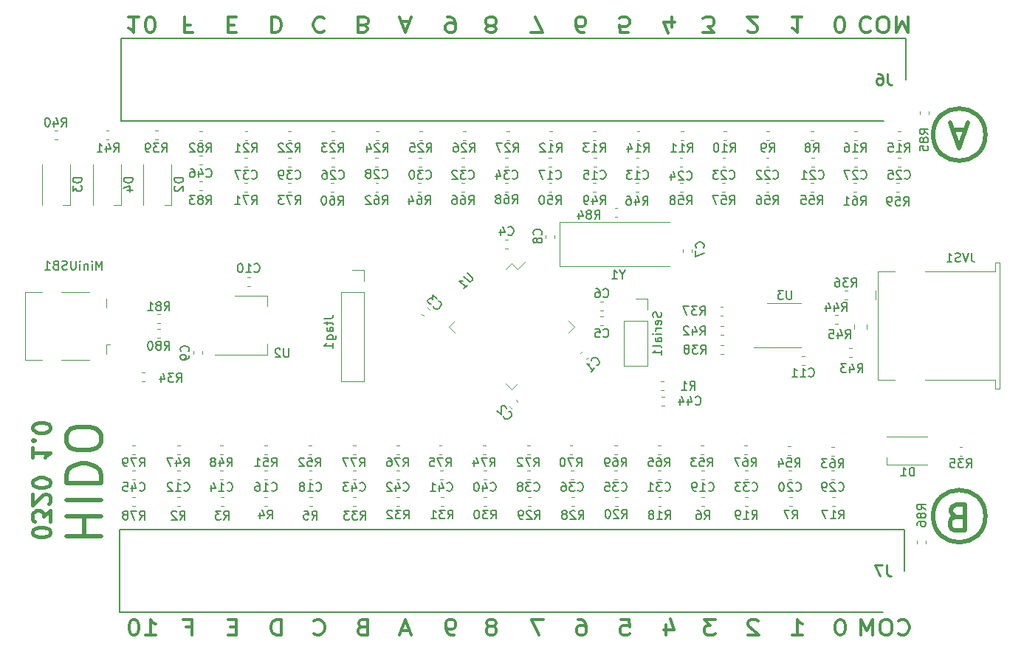
<source format=gbr>
G04 #@! TF.GenerationSoftware,KiCad,Pcbnew,(5.1.4)-1*
G04 #@! TF.CreationDate,2020-03-11T19:41:45+01:00*
G04 #@! TF.ProjectId,Jopen,4a6f7065-6e2e-46b6-9963-61645f706362,rev?*
G04 #@! TF.SameCoordinates,Original*
G04 #@! TF.FileFunction,Legend,Bot*
G04 #@! TF.FilePolarity,Positive*
%FSLAX46Y46*%
G04 Gerber Fmt 4.6, Leading zero omitted, Abs format (unit mm)*
G04 Created by KiCad (PCBNEW (5.1.4)-1) date 2020-03-11 19:41:45*
%MOMM*%
%LPD*%
G04 APERTURE LIST*
%ADD10C,0.400000*%
%ADD11C,0.500000*%
%ADD12C,0.300000*%
%ADD13C,0.120000*%
%ADD14C,0.200000*%
%ADD15C,0.150000*%
%ADD16C,0.254000*%
G04 APERTURE END LIST*
D10*
X91445238Y-115795238D02*
X91445238Y-115604761D01*
X91350000Y-115414285D01*
X91254761Y-115319047D01*
X91064285Y-115223809D01*
X90683333Y-115128571D01*
X90207142Y-115128571D01*
X89826190Y-115223809D01*
X89635714Y-115319047D01*
X89540476Y-115414285D01*
X89445238Y-115604761D01*
X89445238Y-115795238D01*
X89540476Y-115985714D01*
X89635714Y-116080952D01*
X89826190Y-116176190D01*
X90207142Y-116271428D01*
X90683333Y-116271428D01*
X91064285Y-116176190D01*
X91254761Y-116080952D01*
X91350000Y-115985714D01*
X91445238Y-115795238D01*
X91445238Y-114461904D02*
X91445238Y-113223809D01*
X90683333Y-113890476D01*
X90683333Y-113604761D01*
X90588095Y-113414285D01*
X90492857Y-113319047D01*
X90302380Y-113223809D01*
X89826190Y-113223809D01*
X89635714Y-113319047D01*
X89540476Y-113414285D01*
X89445238Y-113604761D01*
X89445238Y-114176190D01*
X89540476Y-114366666D01*
X89635714Y-114461904D01*
X91254761Y-112461904D02*
X91350000Y-112366666D01*
X91445238Y-112176190D01*
X91445238Y-111700000D01*
X91350000Y-111509523D01*
X91254761Y-111414285D01*
X91064285Y-111319047D01*
X90873809Y-111319047D01*
X90588095Y-111414285D01*
X89445238Y-112557142D01*
X89445238Y-111319047D01*
X91445238Y-110080952D02*
X91445238Y-109890476D01*
X91350000Y-109700000D01*
X91254761Y-109604761D01*
X91064285Y-109509523D01*
X90683333Y-109414285D01*
X90207142Y-109414285D01*
X89826190Y-109509523D01*
X89635714Y-109604761D01*
X89540476Y-109700000D01*
X89445238Y-109890476D01*
X89445238Y-110080952D01*
X89540476Y-110271428D01*
X89635714Y-110366666D01*
X89826190Y-110461904D01*
X90207142Y-110557142D01*
X90683333Y-110557142D01*
X91064285Y-110461904D01*
X91254761Y-110366666D01*
X91350000Y-110271428D01*
X91445238Y-110080952D01*
X89445238Y-105985714D02*
X89445238Y-107128571D01*
X89445238Y-106557142D02*
X91445238Y-106557142D01*
X91159523Y-106747619D01*
X90969047Y-106938095D01*
X90873809Y-107128571D01*
X89635714Y-105128571D02*
X89540476Y-105033333D01*
X89445238Y-105128571D01*
X89540476Y-105223809D01*
X89635714Y-105128571D01*
X89445238Y-105128571D01*
X91445238Y-103795238D02*
X91445238Y-103604761D01*
X91350000Y-103414285D01*
X91254761Y-103319047D01*
X91064285Y-103223809D01*
X90683333Y-103128571D01*
X90207142Y-103128571D01*
X89826190Y-103223809D01*
X89635714Y-103319047D01*
X89540476Y-103414285D01*
X89445238Y-103604761D01*
X89445238Y-103795238D01*
X89540476Y-103985714D01*
X89635714Y-104080952D01*
X89826190Y-104176190D01*
X90207142Y-104271428D01*
X90683333Y-104271428D01*
X91064285Y-104176190D01*
X91254761Y-104080952D01*
X91350000Y-103985714D01*
X91445238Y-103795238D01*
D11*
X198700000Y-70050000D02*
G75*
G03X198700000Y-70050000I-3000000J0D01*
G01*
X198700000Y-113850000D02*
G75*
G03X198700000Y-113850000I-3000000J0D01*
G01*
X194935714Y-69500000D02*
X196364285Y-69500000D01*
X194650000Y-68642857D02*
X195650000Y-71642857D01*
X196650000Y-68642857D01*
X195335714Y-113935714D02*
X194907142Y-114078571D01*
X194764285Y-114221428D01*
X194621428Y-114507142D01*
X194621428Y-114935714D01*
X194764285Y-115221428D01*
X194907142Y-115364285D01*
X195192857Y-115507142D01*
X196335714Y-115507142D01*
X196335714Y-112507142D01*
X195335714Y-112507142D01*
X195050000Y-112650000D01*
X194907142Y-112792857D01*
X194764285Y-113078571D01*
X194764285Y-113364285D01*
X194907142Y-113650000D01*
X195050000Y-113792857D01*
X195335714Y-113935714D01*
X196335714Y-113935714D01*
D12*
X162780952Y-57735714D02*
X162780952Y-56535714D01*
X162304761Y-58421428D02*
X161828571Y-57135714D01*
X163066666Y-57135714D01*
X177671428Y-56535714D02*
X176528571Y-56535714D01*
X177100000Y-56535714D02*
X177100000Y-58335714D01*
X176909523Y-58078571D01*
X176719047Y-57907142D01*
X176528571Y-57821428D01*
X185528571Y-56707142D02*
X185433333Y-56621428D01*
X185147619Y-56535714D01*
X184957142Y-56535714D01*
X184671428Y-56621428D01*
X184480952Y-56792857D01*
X184385714Y-56964285D01*
X184290476Y-57307142D01*
X184290476Y-57564285D01*
X184385714Y-57907142D01*
X184480952Y-58078571D01*
X184671428Y-58250000D01*
X184957142Y-58335714D01*
X185147619Y-58335714D01*
X185433333Y-58250000D01*
X185528571Y-58164285D01*
X186766666Y-58335714D02*
X187147619Y-58335714D01*
X187338095Y-58250000D01*
X187528571Y-58078571D01*
X187623809Y-57735714D01*
X187623809Y-57135714D01*
X187528571Y-56792857D01*
X187338095Y-56621428D01*
X187147619Y-56535714D01*
X186766666Y-56535714D01*
X186576190Y-56621428D01*
X186385714Y-56792857D01*
X186290476Y-57135714D01*
X186290476Y-57735714D01*
X186385714Y-58078571D01*
X186576190Y-58250000D01*
X186766666Y-58335714D01*
X188480952Y-56535714D02*
X188480952Y-58335714D01*
X189147619Y-57050000D01*
X189814285Y-58335714D01*
X189814285Y-56535714D01*
X122869047Y-56707142D02*
X122773809Y-56621428D01*
X122488095Y-56535714D01*
X122297619Y-56535714D01*
X122011904Y-56621428D01*
X121821428Y-56792857D01*
X121726190Y-56964285D01*
X121630952Y-57307142D01*
X121630952Y-57564285D01*
X121726190Y-57907142D01*
X121821428Y-58078571D01*
X122011904Y-58250000D01*
X122297619Y-58335714D01*
X122488095Y-58335714D01*
X122773809Y-58250000D01*
X122869047Y-58164285D01*
X181904761Y-58335714D02*
X182095238Y-58335714D01*
X182285714Y-58250000D01*
X182380952Y-58164285D01*
X182476190Y-57992857D01*
X182571428Y-57650000D01*
X182571428Y-57221428D01*
X182476190Y-56878571D01*
X182380952Y-56707142D01*
X182285714Y-56621428D01*
X182095238Y-56535714D01*
X181904761Y-56535714D01*
X181714285Y-56621428D01*
X181619047Y-56707142D01*
X181523809Y-56878571D01*
X181428571Y-57221428D01*
X181428571Y-57650000D01*
X181523809Y-57992857D01*
X181619047Y-58164285D01*
X181714285Y-58250000D01*
X181904761Y-58335714D01*
X136969047Y-56535714D02*
X137350000Y-56535714D01*
X137540476Y-56621428D01*
X137635714Y-56707142D01*
X137826190Y-56964285D01*
X137921428Y-57307142D01*
X137921428Y-57992857D01*
X137826190Y-58164285D01*
X137730952Y-58250000D01*
X137540476Y-58335714D01*
X137159523Y-58335714D01*
X136969047Y-58250000D01*
X136873809Y-58164285D01*
X136778571Y-57992857D01*
X136778571Y-57564285D01*
X136873809Y-57392857D01*
X136969047Y-57307142D01*
X137159523Y-57221428D01*
X137540476Y-57221428D01*
X137730952Y-57307142D01*
X137826190Y-57392857D01*
X137921428Y-57564285D01*
X146583333Y-58335714D02*
X147916666Y-58335714D01*
X147059523Y-56535714D01*
X107535714Y-57478571D02*
X106869047Y-57478571D01*
X106869047Y-56535714D02*
X106869047Y-58335714D01*
X107821428Y-58335714D01*
X101569047Y-56535714D02*
X100426190Y-56535714D01*
X100997619Y-56535714D02*
X100997619Y-58335714D01*
X100807142Y-58078571D01*
X100616666Y-57907142D01*
X100426190Y-57821428D01*
X102807142Y-58335714D02*
X102997619Y-58335714D01*
X103188095Y-58250000D01*
X103283333Y-58164285D01*
X103378571Y-57992857D01*
X103473809Y-57650000D01*
X103473809Y-57221428D01*
X103378571Y-56878571D01*
X103283333Y-56707142D01*
X103188095Y-56621428D01*
X102997619Y-56535714D01*
X102807142Y-56535714D01*
X102616666Y-56621428D01*
X102521428Y-56707142D01*
X102426190Y-56878571D01*
X102330952Y-57221428D01*
X102330952Y-57650000D01*
X102426190Y-57992857D01*
X102521428Y-58164285D01*
X102616666Y-58250000D01*
X102807142Y-58335714D01*
X116826190Y-56535714D02*
X116826190Y-58335714D01*
X117302380Y-58335714D01*
X117588095Y-58250000D01*
X117778571Y-58078571D01*
X117873809Y-57907142D01*
X117969047Y-57564285D01*
X117969047Y-57307142D01*
X117873809Y-56964285D01*
X117778571Y-56792857D01*
X117588095Y-56621428D01*
X117302380Y-56535714D01*
X116826190Y-56535714D01*
X127442857Y-57478571D02*
X127728571Y-57392857D01*
X127823809Y-57307142D01*
X127919047Y-57135714D01*
X127919047Y-56878571D01*
X127823809Y-56707142D01*
X127728571Y-56621428D01*
X127538095Y-56535714D01*
X126776190Y-56535714D01*
X126776190Y-58335714D01*
X127442857Y-58335714D01*
X127633333Y-58250000D01*
X127728571Y-58164285D01*
X127823809Y-57992857D01*
X127823809Y-57821428D01*
X127728571Y-57650000D01*
X127633333Y-57564285D01*
X127442857Y-57478571D01*
X126776190Y-57478571D01*
X141809523Y-57564285D02*
X141619047Y-57650000D01*
X141523809Y-57735714D01*
X141428571Y-57907142D01*
X141428571Y-57992857D01*
X141523809Y-58164285D01*
X141619047Y-58250000D01*
X141809523Y-58335714D01*
X142190476Y-58335714D01*
X142380952Y-58250000D01*
X142476190Y-58164285D01*
X142571428Y-57992857D01*
X142571428Y-57907142D01*
X142476190Y-57735714D01*
X142380952Y-57650000D01*
X142190476Y-57564285D01*
X141809523Y-57564285D01*
X141619047Y-57478571D01*
X141523809Y-57392857D01*
X141428571Y-57221428D01*
X141428571Y-56878571D01*
X141523809Y-56707142D01*
X141619047Y-56621428D01*
X141809523Y-56535714D01*
X142190476Y-56535714D01*
X142380952Y-56621428D01*
X142476190Y-56707142D01*
X142571428Y-56878571D01*
X142571428Y-57221428D01*
X142476190Y-57392857D01*
X142380952Y-57478571D01*
X142190476Y-57564285D01*
X157776190Y-58335714D02*
X156823809Y-58335714D01*
X156728571Y-57478571D01*
X156823809Y-57564285D01*
X157014285Y-57650000D01*
X157490476Y-57650000D01*
X157680952Y-57564285D01*
X157776190Y-57478571D01*
X157871428Y-57307142D01*
X157871428Y-56878571D01*
X157776190Y-56707142D01*
X157680952Y-56621428D01*
X157490476Y-56535714D01*
X157014285Y-56535714D01*
X156823809Y-56621428D01*
X156728571Y-56707142D01*
X111871428Y-57478571D02*
X112538095Y-57478571D01*
X112823809Y-56535714D02*
X111871428Y-56535714D01*
X111871428Y-58335714D01*
X112823809Y-58335714D01*
X166333333Y-58335714D02*
X167571428Y-58335714D01*
X166904761Y-57650000D01*
X167190476Y-57650000D01*
X167380952Y-57564285D01*
X167476190Y-57478571D01*
X167571428Y-57307142D01*
X167571428Y-56878571D01*
X167476190Y-56707142D01*
X167380952Y-56621428D01*
X167190476Y-56535714D01*
X166619047Y-56535714D01*
X166428571Y-56621428D01*
X166333333Y-56707142D01*
X171428571Y-58164285D02*
X171523809Y-58250000D01*
X171714285Y-58335714D01*
X172190476Y-58335714D01*
X172380952Y-58250000D01*
X172476190Y-58164285D01*
X172571428Y-57992857D01*
X172571428Y-57821428D01*
X172476190Y-57564285D01*
X171333333Y-56535714D01*
X172571428Y-56535714D01*
X131673809Y-57050000D02*
X132626190Y-57050000D01*
X131483333Y-56535714D02*
X132150000Y-58335714D01*
X132816666Y-56535714D01*
X152680952Y-58335714D02*
X152300000Y-58335714D01*
X152109523Y-58250000D01*
X152014285Y-58164285D01*
X151823809Y-57907142D01*
X151728571Y-57564285D01*
X151728571Y-56878571D01*
X151823809Y-56707142D01*
X151919047Y-56621428D01*
X152109523Y-56535714D01*
X152490476Y-56535714D01*
X152680952Y-56621428D01*
X152776190Y-56707142D01*
X152871428Y-56878571D01*
X152871428Y-57307142D01*
X152776190Y-57478571D01*
X152680952Y-57564285D01*
X152490476Y-57650000D01*
X152109523Y-57650000D01*
X151919047Y-57564285D01*
X151823809Y-57478571D01*
X151728571Y-57307142D01*
X188721428Y-127342857D02*
X188816666Y-127428571D01*
X189102380Y-127514285D01*
X189292857Y-127514285D01*
X189578571Y-127428571D01*
X189769047Y-127257142D01*
X189864285Y-127085714D01*
X189959523Y-126742857D01*
X189959523Y-126485714D01*
X189864285Y-126142857D01*
X189769047Y-125971428D01*
X189578571Y-125800000D01*
X189292857Y-125714285D01*
X189102380Y-125714285D01*
X188816666Y-125800000D01*
X188721428Y-125885714D01*
X187483333Y-125714285D02*
X187102380Y-125714285D01*
X186911904Y-125800000D01*
X186721428Y-125971428D01*
X186626190Y-126314285D01*
X186626190Y-126914285D01*
X186721428Y-127257142D01*
X186911904Y-127428571D01*
X187102380Y-127514285D01*
X187483333Y-127514285D01*
X187673809Y-127428571D01*
X187864285Y-127257142D01*
X187959523Y-126914285D01*
X187959523Y-126314285D01*
X187864285Y-125971428D01*
X187673809Y-125800000D01*
X187483333Y-125714285D01*
X185769047Y-127514285D02*
X185769047Y-125714285D01*
X185102380Y-127000000D01*
X184435714Y-125714285D01*
X184435714Y-127514285D01*
X176578571Y-127514285D02*
X177721428Y-127514285D01*
X177150000Y-127514285D02*
X177150000Y-125714285D01*
X177340476Y-125971428D01*
X177530952Y-126142857D01*
X177721428Y-126228571D01*
X121680952Y-127342857D02*
X121776190Y-127428571D01*
X122061904Y-127514285D01*
X122252380Y-127514285D01*
X122538095Y-127428571D01*
X122728571Y-127257142D01*
X122823809Y-127085714D01*
X122919047Y-126742857D01*
X122919047Y-126485714D01*
X122823809Y-126142857D01*
X122728571Y-125971428D01*
X122538095Y-125800000D01*
X122252380Y-125714285D01*
X122061904Y-125714285D01*
X121776190Y-125800000D01*
X121680952Y-125885714D01*
X182145238Y-125714285D02*
X181954761Y-125714285D01*
X181764285Y-125800000D01*
X181669047Y-125885714D01*
X181573809Y-126057142D01*
X181478571Y-126400000D01*
X181478571Y-126828571D01*
X181573809Y-127171428D01*
X181669047Y-127342857D01*
X181764285Y-127428571D01*
X181954761Y-127514285D01*
X182145238Y-127514285D01*
X182335714Y-127428571D01*
X182430952Y-127342857D01*
X182526190Y-127171428D01*
X182621428Y-126828571D01*
X182621428Y-126400000D01*
X182526190Y-126057142D01*
X182430952Y-125885714D01*
X182335714Y-125800000D01*
X182145238Y-125714285D01*
X107014285Y-126571428D02*
X107680952Y-126571428D01*
X107680952Y-127514285D02*
X107680952Y-125714285D01*
X106728571Y-125714285D01*
X102380952Y-127514285D02*
X103523809Y-127514285D01*
X102952380Y-127514285D02*
X102952380Y-125714285D01*
X103142857Y-125971428D01*
X103333333Y-126142857D01*
X103523809Y-126228571D01*
X101142857Y-125714285D02*
X100952380Y-125714285D01*
X100761904Y-125800000D01*
X100666666Y-125885714D01*
X100571428Y-126057142D01*
X100476190Y-126400000D01*
X100476190Y-126828571D01*
X100571428Y-127171428D01*
X100666666Y-127342857D01*
X100761904Y-127428571D01*
X100952380Y-127514285D01*
X101142857Y-127514285D01*
X101333333Y-127428571D01*
X101428571Y-127342857D01*
X101523809Y-127171428D01*
X101619047Y-126828571D01*
X101619047Y-126400000D01*
X101523809Y-126057142D01*
X101428571Y-125885714D01*
X101333333Y-125800000D01*
X101142857Y-125714285D01*
X117923809Y-127514285D02*
X117923809Y-125714285D01*
X117447619Y-125714285D01*
X117161904Y-125800000D01*
X116971428Y-125971428D01*
X116876190Y-126142857D01*
X116780952Y-126485714D01*
X116780952Y-126742857D01*
X116876190Y-127085714D01*
X116971428Y-127257142D01*
X117161904Y-127428571D01*
X117447619Y-127514285D01*
X117923809Y-127514285D01*
X127207142Y-126571428D02*
X126921428Y-126657142D01*
X126826190Y-126742857D01*
X126730952Y-126914285D01*
X126730952Y-127171428D01*
X126826190Y-127342857D01*
X126921428Y-127428571D01*
X127111904Y-127514285D01*
X127873809Y-127514285D01*
X127873809Y-125714285D01*
X127207142Y-125714285D01*
X127016666Y-125800000D01*
X126921428Y-125885714D01*
X126826190Y-126057142D01*
X126826190Y-126228571D01*
X126921428Y-126400000D01*
X127016666Y-126485714D01*
X127207142Y-126571428D01*
X127873809Y-126571428D01*
X132676190Y-127000000D02*
X131723809Y-127000000D01*
X132866666Y-127514285D02*
X132200000Y-125714285D01*
X131533333Y-127514285D01*
X112778571Y-126571428D02*
X112111904Y-126571428D01*
X111826190Y-127514285D02*
X112778571Y-127514285D01*
X112778571Y-125714285D01*
X111826190Y-125714285D01*
X142240476Y-126485714D02*
X142430952Y-126400000D01*
X142526190Y-126314285D01*
X142621428Y-126142857D01*
X142621428Y-126057142D01*
X142526190Y-125885714D01*
X142430952Y-125800000D01*
X142240476Y-125714285D01*
X141859523Y-125714285D01*
X141669047Y-125800000D01*
X141573809Y-125885714D01*
X141478571Y-126057142D01*
X141478571Y-126142857D01*
X141573809Y-126314285D01*
X141669047Y-126400000D01*
X141859523Y-126485714D01*
X142240476Y-126485714D01*
X142430952Y-126571428D01*
X142526190Y-126657142D01*
X142621428Y-126828571D01*
X142621428Y-127171428D01*
X142526190Y-127342857D01*
X142430952Y-127428571D01*
X142240476Y-127514285D01*
X141859523Y-127514285D01*
X141669047Y-127428571D01*
X141573809Y-127342857D01*
X141478571Y-127171428D01*
X141478571Y-126828571D01*
X141573809Y-126657142D01*
X141669047Y-126571428D01*
X141859523Y-126485714D01*
X137780952Y-127514285D02*
X137400000Y-127514285D01*
X137209523Y-127428571D01*
X137114285Y-127342857D01*
X136923809Y-127085714D01*
X136828571Y-126742857D01*
X136828571Y-126057142D01*
X136923809Y-125885714D01*
X137019047Y-125800000D01*
X137209523Y-125714285D01*
X137590476Y-125714285D01*
X137780952Y-125800000D01*
X137876190Y-125885714D01*
X137971428Y-126057142D01*
X137971428Y-126485714D01*
X137876190Y-126657142D01*
X137780952Y-126742857D01*
X137590476Y-126828571D01*
X137209523Y-126828571D01*
X137019047Y-126742857D01*
X136923809Y-126657142D01*
X136828571Y-126485714D01*
X147966666Y-125714285D02*
X146633333Y-125714285D01*
X147490476Y-127514285D01*
X151969047Y-125714285D02*
X152350000Y-125714285D01*
X152540476Y-125800000D01*
X152635714Y-125885714D01*
X152826190Y-126142857D01*
X152921428Y-126485714D01*
X152921428Y-127171428D01*
X152826190Y-127342857D01*
X152730952Y-127428571D01*
X152540476Y-127514285D01*
X152159523Y-127514285D01*
X151969047Y-127428571D01*
X151873809Y-127342857D01*
X151778571Y-127171428D01*
X151778571Y-126742857D01*
X151873809Y-126571428D01*
X151969047Y-126485714D01*
X152159523Y-126400000D01*
X152540476Y-126400000D01*
X152730952Y-126485714D01*
X152826190Y-126571428D01*
X152921428Y-126742857D01*
X156873809Y-125714285D02*
X157826190Y-125714285D01*
X157921428Y-126571428D01*
X157826190Y-126485714D01*
X157635714Y-126400000D01*
X157159523Y-126400000D01*
X156969047Y-126485714D01*
X156873809Y-126571428D01*
X156778571Y-126742857D01*
X156778571Y-127171428D01*
X156873809Y-127342857D01*
X156969047Y-127428571D01*
X157159523Y-127514285D01*
X157635714Y-127514285D01*
X157826190Y-127428571D01*
X157921428Y-127342857D01*
X162069047Y-126314285D02*
X162069047Y-127514285D01*
X162545238Y-125628571D02*
X163021428Y-126914285D01*
X161783333Y-126914285D01*
X167716666Y-125714285D02*
X166478571Y-125714285D01*
X167145238Y-126400000D01*
X166859523Y-126400000D01*
X166669047Y-126485714D01*
X166573809Y-126571428D01*
X166478571Y-126742857D01*
X166478571Y-127171428D01*
X166573809Y-127342857D01*
X166669047Y-127428571D01*
X166859523Y-127514285D01*
X167430952Y-127514285D01*
X167621428Y-127428571D01*
X167716666Y-127342857D01*
X172621428Y-125885714D02*
X172526190Y-125800000D01*
X172335714Y-125714285D01*
X171859523Y-125714285D01*
X171669047Y-125800000D01*
X171573809Y-125885714D01*
X171478571Y-126057142D01*
X171478571Y-126228571D01*
X171573809Y-126485714D01*
X172716666Y-127514285D01*
X171478571Y-127514285D01*
D11*
X93290476Y-116190476D02*
X97290476Y-116190476D01*
X95385714Y-116190476D02*
X95385714Y-113904761D01*
X93290476Y-113904761D02*
X97290476Y-113904761D01*
X93290476Y-112000000D02*
X97290476Y-112000000D01*
X93290476Y-110095238D02*
X97290476Y-110095238D01*
X97290476Y-109142857D01*
X97100000Y-108571428D01*
X96719047Y-108190476D01*
X96338095Y-108000000D01*
X95576190Y-107809523D01*
X95004761Y-107809523D01*
X94242857Y-108000000D01*
X93861904Y-108190476D01*
X93480952Y-108571428D01*
X93290476Y-109142857D01*
X93290476Y-110095238D01*
X97290476Y-105333333D02*
X97290476Y-104571428D01*
X97100000Y-104190476D01*
X96719047Y-103809523D01*
X95957142Y-103619047D01*
X94623809Y-103619047D01*
X93861904Y-103809523D01*
X93480952Y-104190476D01*
X93290476Y-104571428D01*
X93290476Y-105333333D01*
X93480952Y-105714285D01*
X93861904Y-106095238D01*
X94623809Y-106285714D01*
X95957142Y-106285714D01*
X96719047Y-106095238D01*
X97100000Y-105714285D01*
X97290476Y-105333333D01*
D13*
X190840000Y-117012779D02*
X190840000Y-116687221D01*
X191860000Y-117012779D02*
X191860000Y-116687221D01*
X191190000Y-67725279D02*
X191190000Y-67399721D01*
X192210000Y-67725279D02*
X192210000Y-67399721D01*
X99550000Y-78150000D02*
X98750000Y-78150000D01*
X99550000Y-73500000D02*
X99550000Y-78150000D01*
X96350000Y-73500000D02*
X96350000Y-78150000D01*
X93700000Y-78150000D02*
X92900000Y-78150000D01*
X93700000Y-73500000D02*
X93700000Y-78150000D01*
X90500000Y-73500000D02*
X90500000Y-78150000D01*
X105350000Y-78150000D02*
X104550000Y-78150000D01*
X105350000Y-73500000D02*
X105350000Y-78150000D01*
X102150000Y-73500000D02*
X102150000Y-78150000D01*
X187400000Y-107900000D02*
X187400000Y-107100000D01*
X192050000Y-107900000D02*
X187400000Y-107900000D01*
X192050000Y-104700000D02*
X187400000Y-104700000D01*
X156187221Y-78490000D02*
X156512779Y-78490000D01*
X156187221Y-79510000D02*
X156512779Y-79510000D01*
X108862779Y-76410000D02*
X108537221Y-76410000D01*
X108862779Y-75390000D02*
X108537221Y-75390000D01*
X108537221Y-69690000D02*
X108862779Y-69690000D01*
X108537221Y-70710000D02*
X108862779Y-70710000D01*
X108862779Y-73510000D02*
X108537221Y-73510000D01*
X108862779Y-72490000D02*
X108537221Y-72490000D01*
X127430000Y-85550000D02*
X126100000Y-85550000D01*
X127430000Y-86880000D02*
X127430000Y-85550000D01*
X127430000Y-88150000D02*
X124770000Y-88150000D01*
X124770000Y-88150000D02*
X124770000Y-98370000D01*
X127430000Y-88150000D02*
X127430000Y-98370000D01*
X127430000Y-98370000D02*
X124770000Y-98370000D01*
X154537221Y-90940000D02*
X154862779Y-90940000D01*
X154537221Y-91960000D02*
X154862779Y-91960000D01*
X88550000Y-95960000D02*
X90500000Y-95960000D01*
X92720000Y-95960000D02*
X95950000Y-95960000D01*
X97870000Y-95240000D02*
X97870000Y-94160000D01*
X97870000Y-89940000D02*
X97870000Y-88860000D01*
X92720000Y-88140000D02*
X95950000Y-88140000D01*
X88550000Y-88140000D02*
X90500000Y-88140000D01*
X97870000Y-94160000D02*
X98300000Y-94160000D01*
X88550000Y-88140000D02*
X88550000Y-95960000D01*
X152224273Y-95154478D02*
X152454478Y-94924273D01*
X152945522Y-95875727D02*
X153175727Y-95645522D01*
X183362779Y-95610000D02*
X183037221Y-95610000D01*
X183362779Y-94590000D02*
X183037221Y-94590000D01*
X103737221Y-90690000D02*
X104062779Y-90690000D01*
X103737221Y-91710000D02*
X104062779Y-91710000D01*
X103737221Y-92390000D02*
X104062779Y-92390000D01*
X103737221Y-93410000D02*
X104062779Y-93410000D01*
X100887221Y-105750000D02*
X101212779Y-105750000D01*
X100887221Y-106770000D02*
X101212779Y-106770000D01*
X101212779Y-111690000D02*
X100887221Y-111690000D01*
X101212779Y-112710000D02*
X100887221Y-112710000D01*
X100887221Y-108590000D02*
X101212779Y-108590000D01*
X100887221Y-109610000D02*
X101212779Y-109610000D01*
X110340000Y-95340000D02*
X116350000Y-95340000D01*
X112590000Y-88520000D02*
X116350000Y-88520000D01*
X116350000Y-95340000D02*
X116350000Y-94080000D01*
X116350000Y-88520000D02*
X116350000Y-89780000D01*
X145041751Y-85525120D02*
X145989275Y-84577597D01*
X144370000Y-84853369D02*
X145041751Y-85525120D01*
X143698249Y-85525120D02*
X144370000Y-84853369D01*
X137143369Y-92080000D02*
X137815120Y-92751751D01*
X137815120Y-91408249D02*
X137143369Y-92080000D01*
X151596631Y-92080000D02*
X150924880Y-91408249D01*
X150924880Y-92751751D02*
X151596631Y-92080000D01*
X144370000Y-99306631D02*
X143698249Y-98634880D01*
X145041751Y-98634880D02*
X144370000Y-99306631D01*
X126137221Y-105750000D02*
X126462779Y-105750000D01*
X126137221Y-106770000D02*
X126462779Y-106770000D01*
X131137221Y-105750000D02*
X131462779Y-105750000D01*
X131137221Y-106770000D02*
X131462779Y-106770000D01*
X136037221Y-105750000D02*
X136362779Y-105750000D01*
X136037221Y-106770000D02*
X136362779Y-106770000D01*
X141067221Y-105750000D02*
X141392779Y-105750000D01*
X141067221Y-106770000D02*
X141392779Y-106770000D01*
X119062779Y-76610000D02*
X118737221Y-76610000D01*
X119062779Y-75590000D02*
X118737221Y-75590000D01*
X146137221Y-105750000D02*
X146462779Y-105750000D01*
X146137221Y-106770000D02*
X146462779Y-106770000D01*
X114075279Y-76610000D02*
X113749721Y-76610000D01*
X114075279Y-75590000D02*
X113749721Y-75590000D01*
X151024721Y-105750000D02*
X151350279Y-105750000D01*
X151024721Y-106770000D02*
X151350279Y-106770000D01*
X156137221Y-105750000D02*
X156462779Y-105750000D01*
X156137221Y-106770000D02*
X156462779Y-106770000D01*
X143962779Y-76610000D02*
X143637221Y-76610000D01*
X143962779Y-75590000D02*
X143637221Y-75590000D01*
X171047221Y-105750000D02*
X171372779Y-105750000D01*
X171047221Y-106770000D02*
X171372779Y-106770000D01*
X138962779Y-76610000D02*
X138637221Y-76610000D01*
X138962779Y-75590000D02*
X138637221Y-75590000D01*
X161124721Y-105750000D02*
X161450279Y-105750000D01*
X161124721Y-106770000D02*
X161450279Y-106770000D01*
X133962779Y-76610000D02*
X133637221Y-76610000D01*
X133962779Y-75590000D02*
X133637221Y-75590000D01*
X181037221Y-105890000D02*
X181362779Y-105890000D01*
X181037221Y-106910000D02*
X181362779Y-106910000D01*
X129075279Y-76610000D02*
X128749721Y-76610000D01*
X129075279Y-75590000D02*
X128749721Y-75590000D01*
X183925279Y-76610000D02*
X183599721Y-76610000D01*
X183925279Y-75590000D02*
X183599721Y-75590000D01*
X123982779Y-76610000D02*
X123657221Y-76610000D01*
X123982779Y-75590000D02*
X123657221Y-75590000D01*
X188842779Y-76610000D02*
X188517221Y-76610000D01*
X188842779Y-75590000D02*
X188517221Y-75590000D01*
X163972779Y-76610000D02*
X163647221Y-76610000D01*
X163972779Y-75590000D02*
X163647221Y-75590000D01*
X168862779Y-76610000D02*
X168537221Y-76610000D01*
X168862779Y-75590000D02*
X168537221Y-75590000D01*
X173862779Y-76610000D02*
X173537221Y-76610000D01*
X173862779Y-75590000D02*
X173537221Y-75590000D01*
X178962779Y-76610000D02*
X178637221Y-76610000D01*
X178962779Y-75590000D02*
X178637221Y-75590000D01*
X176037221Y-105820000D02*
X176362779Y-105820000D01*
X176037221Y-106840000D02*
X176362779Y-106840000D01*
X166037221Y-105750000D02*
X166362779Y-105750000D01*
X166037221Y-106770000D02*
X166362779Y-106770000D01*
X121077221Y-105750000D02*
X121402779Y-105750000D01*
X121077221Y-106770000D02*
X121402779Y-106770000D01*
X116037221Y-105750000D02*
X116362779Y-105750000D01*
X116037221Y-106770000D02*
X116362779Y-106770000D01*
X148972779Y-76610000D02*
X148647221Y-76610000D01*
X148972779Y-75590000D02*
X148647221Y-75590000D01*
X154045279Y-76610000D02*
X153719721Y-76610000D01*
X154045279Y-75590000D02*
X153719721Y-75590000D01*
X110937221Y-105750000D02*
X111262779Y-105750000D01*
X110937221Y-106770000D02*
X111262779Y-106770000D01*
X105987221Y-105750000D02*
X106312779Y-105750000D01*
X105987221Y-106770000D02*
X106312779Y-106770000D01*
X158932779Y-76610000D02*
X158607221Y-76610000D01*
X158932779Y-75590000D02*
X158607221Y-75590000D01*
X98175279Y-70610000D02*
X97849721Y-70610000D01*
X98175279Y-69590000D02*
X97849721Y-69590000D01*
X92262779Y-70610000D02*
X91937221Y-70610000D01*
X92262779Y-69590000D02*
X91937221Y-69590000D01*
X103775279Y-70610000D02*
X103449721Y-70610000D01*
X103775279Y-69590000D02*
X103449721Y-69590000D01*
X195724721Y-105890000D02*
X196050279Y-105890000D01*
X195724721Y-106910000D02*
X196050279Y-106910000D01*
X126530279Y-111690000D02*
X126204721Y-111690000D01*
X126530279Y-112710000D02*
X126204721Y-112710000D01*
X131512779Y-111690000D02*
X131187221Y-111690000D01*
X131512779Y-112710000D02*
X131187221Y-112710000D01*
X136562779Y-111690000D02*
X136237221Y-111690000D01*
X136562779Y-112710000D02*
X136237221Y-112710000D01*
X141502779Y-111690000D02*
X141177221Y-111690000D01*
X141502779Y-112710000D02*
X141177221Y-112710000D01*
X146552779Y-111690000D02*
X146227221Y-111690000D01*
X146552779Y-112710000D02*
X146227221Y-112710000D01*
X151522779Y-111690000D02*
X151197221Y-111690000D01*
X151522779Y-112710000D02*
X151197221Y-112710000D01*
X143757221Y-69650000D02*
X144082779Y-69650000D01*
X143757221Y-70670000D02*
X144082779Y-70670000D01*
X138767221Y-69650000D02*
X139092779Y-69650000D01*
X138767221Y-70670000D02*
X139092779Y-70670000D01*
X133799721Y-69650000D02*
X134125279Y-69650000D01*
X133799721Y-70670000D02*
X134125279Y-70670000D01*
X128797221Y-69650000D02*
X129122779Y-69650000D01*
X128797221Y-70670000D02*
X129122779Y-70670000D01*
X123687221Y-69650000D02*
X124012779Y-69650000D01*
X123687221Y-70670000D02*
X124012779Y-70670000D01*
X158717221Y-69650000D02*
X159042779Y-69650000D01*
X158717221Y-70670000D02*
X159042779Y-70670000D01*
X153717221Y-69650000D02*
X154042779Y-69650000D01*
X153717221Y-70670000D02*
X154042779Y-70670000D01*
X148717221Y-69650000D02*
X149042779Y-69650000D01*
X148717221Y-70670000D02*
X149042779Y-70670000D01*
D14*
X189450000Y-115400000D02*
X189450000Y-120150000D01*
X99450000Y-115400000D02*
X189450000Y-115400000D01*
X99450000Y-124900000D02*
X99450000Y-115400000D01*
X186950000Y-124900000D02*
X99450000Y-124900000D01*
X189550000Y-59000000D02*
X189550000Y-63750000D01*
X99550000Y-59000000D02*
X189550000Y-59000000D01*
X99550000Y-68500000D02*
X99550000Y-59000000D01*
X187050000Y-68500000D02*
X99550000Y-68500000D01*
D13*
X161850279Y-101210000D02*
X161524721Y-101210000D01*
X161850279Y-100190000D02*
X161524721Y-100190000D01*
X126149721Y-108590000D02*
X126475279Y-108590000D01*
X126149721Y-109610000D02*
X126475279Y-109610000D01*
X131137221Y-108590000D02*
X131462779Y-108590000D01*
X131137221Y-109610000D02*
X131462779Y-109610000D01*
X136137221Y-108590000D02*
X136462779Y-108590000D01*
X136137221Y-109610000D02*
X136462779Y-109610000D01*
X141137221Y-108590000D02*
X141462779Y-108590000D01*
X141137221Y-109610000D02*
X141462779Y-109610000D01*
X119075279Y-73710000D02*
X118749721Y-73710000D01*
X119075279Y-72690000D02*
X118749721Y-72690000D01*
X146137221Y-108590000D02*
X146462779Y-108590000D01*
X146137221Y-109610000D02*
X146462779Y-109610000D01*
X114062779Y-73710000D02*
X113737221Y-73710000D01*
X114062779Y-72690000D02*
X113737221Y-72690000D01*
X151137221Y-108590000D02*
X151462779Y-108590000D01*
X151137221Y-109610000D02*
X151462779Y-109610000D01*
X156137221Y-108590000D02*
X156462779Y-108590000D01*
X156137221Y-109610000D02*
X156462779Y-109610000D01*
X143962779Y-73710000D02*
X143637221Y-73710000D01*
X143962779Y-72690000D02*
X143637221Y-72690000D01*
X171124721Y-108590000D02*
X171450279Y-108590000D01*
X171124721Y-109610000D02*
X171450279Y-109610000D01*
X138962779Y-73710000D02*
X138637221Y-73710000D01*
X138962779Y-72690000D02*
X138637221Y-72690000D01*
X161137221Y-108590000D02*
X161462779Y-108590000D01*
X161137221Y-109610000D02*
X161462779Y-109610000D01*
X134062779Y-73710000D02*
X133737221Y-73710000D01*
X134062779Y-72690000D02*
X133737221Y-72690000D01*
X181037221Y-108590000D02*
X181362779Y-108590000D01*
X181037221Y-109610000D02*
X181362779Y-109610000D01*
X129062779Y-73710000D02*
X128737221Y-73710000D01*
X129062779Y-72690000D02*
X128737221Y-72690000D01*
X183962779Y-73710000D02*
X183637221Y-73710000D01*
X183962779Y-72690000D02*
X183637221Y-72690000D01*
X124050279Y-73710000D02*
X123724721Y-73710000D01*
X124050279Y-72690000D02*
X123724721Y-72690000D01*
X188950279Y-73710000D02*
X188624721Y-73710000D01*
X188950279Y-72690000D02*
X188624721Y-72690000D01*
X163962779Y-73710000D02*
X163637221Y-73710000D01*
X163962779Y-72690000D02*
X163637221Y-72690000D01*
X168875279Y-73710000D02*
X168549721Y-73710000D01*
X168875279Y-72690000D02*
X168549721Y-72690000D01*
X173862779Y-73710000D02*
X173537221Y-73710000D01*
X173862779Y-72690000D02*
X173537221Y-72690000D01*
X179075279Y-73710000D02*
X178749721Y-73710000D01*
X179075279Y-72690000D02*
X178749721Y-72690000D01*
X176137221Y-108590000D02*
X176462779Y-108590000D01*
X176137221Y-109610000D02*
X176462779Y-109610000D01*
X166137221Y-108590000D02*
X166462779Y-108590000D01*
X166137221Y-109610000D02*
X166462779Y-109610000D01*
X121137221Y-108590000D02*
X121462779Y-108590000D01*
X121137221Y-109610000D02*
X121462779Y-109610000D01*
X148962779Y-73710000D02*
X148637221Y-73710000D01*
X148962779Y-72690000D02*
X148637221Y-72690000D01*
X116037221Y-108590000D02*
X116362779Y-108590000D01*
X116037221Y-109610000D02*
X116362779Y-109610000D01*
X154062779Y-73710000D02*
X153737221Y-73710000D01*
X154062779Y-72690000D02*
X153737221Y-72690000D01*
X110937221Y-108590000D02*
X111262779Y-108590000D01*
X110937221Y-109610000D02*
X111262779Y-109610000D01*
X158962779Y-73710000D02*
X158637221Y-73710000D01*
X158962779Y-72690000D02*
X158637221Y-72690000D01*
X105987221Y-108590000D02*
X106312779Y-108590000D01*
X105987221Y-109610000D02*
X106312779Y-109610000D01*
X143962779Y-83110000D02*
X143637221Y-83110000D01*
X143962779Y-82090000D02*
X143637221Y-82090000D01*
X159930000Y-88870000D02*
X158600000Y-88870000D01*
X159930000Y-90200000D02*
X159930000Y-88870000D01*
X159930000Y-91470000D02*
X157270000Y-91470000D01*
X157270000Y-91470000D02*
X157270000Y-96610000D01*
X159930000Y-91470000D02*
X159930000Y-96610000D01*
X159930000Y-96610000D02*
X157270000Y-96610000D01*
X118727221Y-69650000D02*
X119052779Y-69650000D01*
X118727221Y-70670000D02*
X119052779Y-70670000D01*
X113767221Y-69650000D02*
X114092779Y-69650000D01*
X113767221Y-70670000D02*
X114092779Y-70670000D01*
X156522779Y-111690000D02*
X156197221Y-111690000D01*
X156522779Y-112710000D02*
X156197221Y-112710000D01*
X171455279Y-111690000D02*
X171129721Y-111690000D01*
X171455279Y-112710000D02*
X171129721Y-112710000D01*
X161500279Y-111690000D02*
X161174721Y-111690000D01*
X161500279Y-112710000D02*
X161174721Y-112710000D01*
X149900000Y-80050000D02*
X162500000Y-80050000D01*
X149900000Y-85150000D02*
X149900000Y-80050000D01*
X162500000Y-85150000D02*
X149900000Y-85150000D01*
X175570000Y-94480000D02*
X172120000Y-94480000D01*
X175570000Y-94480000D02*
X177520000Y-94480000D01*
X175570000Y-89360000D02*
X173620000Y-89360000D01*
X175570000Y-89360000D02*
X177520000Y-89360000D01*
X185110000Y-92358578D02*
X185110000Y-91841422D01*
X183690000Y-92358578D02*
X183690000Y-91841422D01*
X182850279Y-89010000D02*
X182524721Y-89010000D01*
X182850279Y-87990000D02*
X182524721Y-87990000D01*
X101937221Y-97390000D02*
X102262779Y-97390000D01*
X101937221Y-98410000D02*
X102262779Y-98410000D01*
X181762779Y-91810000D02*
X181437221Y-91810000D01*
X181762779Y-90790000D02*
X181437221Y-90790000D01*
X168337221Y-92040000D02*
X168662779Y-92040000D01*
X168337221Y-93060000D02*
X168662779Y-93060000D01*
X168662779Y-95210000D02*
X168337221Y-95210000D01*
X168662779Y-94190000D02*
X168337221Y-94190000D01*
X168612779Y-90810000D02*
X168287221Y-90810000D01*
X168612779Y-89790000D02*
X168287221Y-89790000D01*
X181432779Y-111690000D02*
X181107221Y-111690000D01*
X181432779Y-112710000D02*
X181107221Y-112710000D01*
X183627221Y-69650000D02*
X183952779Y-69650000D01*
X183627221Y-70670000D02*
X183952779Y-70670000D01*
X188637221Y-69650000D02*
X188962779Y-69650000D01*
X188637221Y-70670000D02*
X188962779Y-70670000D01*
X163747221Y-69650000D02*
X164072779Y-69650000D01*
X163747221Y-70670000D02*
X164072779Y-70670000D01*
X168637221Y-69650000D02*
X168962779Y-69650000D01*
X168637221Y-70670000D02*
X168962779Y-70670000D01*
X173587221Y-69650000D02*
X173912779Y-69650000D01*
X173587221Y-70670000D02*
X173912779Y-70670000D01*
X178647221Y-69650000D02*
X178972779Y-69650000D01*
X178647221Y-70670000D02*
X178972779Y-70670000D01*
X176562779Y-111690000D02*
X176237221Y-111690000D01*
X176562779Y-112710000D02*
X176237221Y-112710000D01*
X166452779Y-111690000D02*
X166127221Y-111690000D01*
X166452779Y-112710000D02*
X166127221Y-112710000D01*
X121492779Y-111690000D02*
X121167221Y-111690000D01*
X121492779Y-112710000D02*
X121167221Y-112710000D01*
X116362779Y-111690000D02*
X116037221Y-111690000D01*
X116362779Y-112710000D02*
X116037221Y-112710000D01*
X111345279Y-111690000D02*
X111019721Y-111690000D01*
X111345279Y-112710000D02*
X111019721Y-112710000D01*
X106352779Y-111690000D02*
X106027221Y-111690000D01*
X106352779Y-112710000D02*
X106027221Y-112710000D01*
X161822779Y-99360000D02*
X161497221Y-99360000D01*
X161822779Y-98340000D02*
X161497221Y-98340000D01*
X200320000Y-84730000D02*
X200320000Y-99230000D01*
X200320000Y-99230000D02*
X199820000Y-99230000D01*
X199820000Y-99230000D02*
X199820000Y-98230000D01*
X199820000Y-98230000D02*
X191820000Y-98230000D01*
X188320000Y-98230000D02*
X186320000Y-98230000D01*
X186320000Y-98230000D02*
X186320000Y-85730000D01*
X186320000Y-85730000D02*
X188320000Y-85730000D01*
X191820000Y-85730000D02*
X199820000Y-85730000D01*
X199820000Y-85730000D02*
X199820000Y-84730000D01*
X199820000Y-84730000D02*
X200320000Y-84730000D01*
X186070000Y-87980000D02*
X186070000Y-88980000D01*
X114047221Y-86440000D02*
X114372779Y-86440000D01*
X114047221Y-87460000D02*
X114372779Y-87460000D01*
X107840000Y-94937221D02*
X107840000Y-95262779D01*
X108860000Y-94937221D02*
X108860000Y-95262779D01*
X177945279Y-96510000D02*
X177619721Y-96510000D01*
X177945279Y-95490000D02*
X177619721Y-95490000D01*
X154537221Y-89190000D02*
X154862779Y-89190000D01*
X154537221Y-90210000D02*
X154862779Y-90210000D01*
X165010000Y-83237221D02*
X165010000Y-83562779D01*
X163990000Y-83237221D02*
X163990000Y-83562779D01*
X148290000Y-81962779D02*
X148290000Y-81637221D01*
X149310000Y-81962779D02*
X149310000Y-81637221D01*
X134254478Y-90875727D02*
X134024273Y-90645522D01*
X134975727Y-90154478D02*
X134745522Y-89924273D01*
X144845522Y-100524273D02*
X145075727Y-100754478D01*
X144124273Y-101245522D02*
X144354478Y-101475727D01*
D15*
X191852380Y-113107142D02*
X191376190Y-112773809D01*
X191852380Y-112535714D02*
X190852380Y-112535714D01*
X190852380Y-112916666D01*
X190900000Y-113011904D01*
X190947619Y-113059523D01*
X191042857Y-113107142D01*
X191185714Y-113107142D01*
X191280952Y-113059523D01*
X191328571Y-113011904D01*
X191376190Y-112916666D01*
X191376190Y-112535714D01*
X191280952Y-113678571D02*
X191233333Y-113583333D01*
X191185714Y-113535714D01*
X191090476Y-113488095D01*
X191042857Y-113488095D01*
X190947619Y-113535714D01*
X190900000Y-113583333D01*
X190852380Y-113678571D01*
X190852380Y-113869047D01*
X190900000Y-113964285D01*
X190947619Y-114011904D01*
X191042857Y-114059523D01*
X191090476Y-114059523D01*
X191185714Y-114011904D01*
X191233333Y-113964285D01*
X191280952Y-113869047D01*
X191280952Y-113678571D01*
X191328571Y-113583333D01*
X191376190Y-113535714D01*
X191471428Y-113488095D01*
X191661904Y-113488095D01*
X191757142Y-113535714D01*
X191804761Y-113583333D01*
X191852380Y-113678571D01*
X191852380Y-113869047D01*
X191804761Y-113964285D01*
X191757142Y-114011904D01*
X191661904Y-114059523D01*
X191471428Y-114059523D01*
X191376190Y-114011904D01*
X191328571Y-113964285D01*
X191280952Y-113869047D01*
X190852380Y-114916666D02*
X190852380Y-114726190D01*
X190900000Y-114630952D01*
X190947619Y-114583333D01*
X191090476Y-114488095D01*
X191280952Y-114440476D01*
X191661904Y-114440476D01*
X191757142Y-114488095D01*
X191804761Y-114535714D01*
X191852380Y-114630952D01*
X191852380Y-114821428D01*
X191804761Y-114916666D01*
X191757142Y-114964285D01*
X191661904Y-115011904D01*
X191423809Y-115011904D01*
X191328571Y-114964285D01*
X191280952Y-114916666D01*
X191233333Y-114821428D01*
X191233333Y-114630952D01*
X191280952Y-114535714D01*
X191328571Y-114488095D01*
X191423809Y-114440476D01*
X192152380Y-70007142D02*
X191676190Y-69673809D01*
X192152380Y-69435714D02*
X191152380Y-69435714D01*
X191152380Y-69816666D01*
X191200000Y-69911904D01*
X191247619Y-69959523D01*
X191342857Y-70007142D01*
X191485714Y-70007142D01*
X191580952Y-69959523D01*
X191628571Y-69911904D01*
X191676190Y-69816666D01*
X191676190Y-69435714D01*
X191580952Y-70578571D02*
X191533333Y-70483333D01*
X191485714Y-70435714D01*
X191390476Y-70388095D01*
X191342857Y-70388095D01*
X191247619Y-70435714D01*
X191200000Y-70483333D01*
X191152380Y-70578571D01*
X191152380Y-70769047D01*
X191200000Y-70864285D01*
X191247619Y-70911904D01*
X191342857Y-70959523D01*
X191390476Y-70959523D01*
X191485714Y-70911904D01*
X191533333Y-70864285D01*
X191580952Y-70769047D01*
X191580952Y-70578571D01*
X191628571Y-70483333D01*
X191676190Y-70435714D01*
X191771428Y-70388095D01*
X191961904Y-70388095D01*
X192057142Y-70435714D01*
X192104761Y-70483333D01*
X192152380Y-70578571D01*
X192152380Y-70769047D01*
X192104761Y-70864285D01*
X192057142Y-70911904D01*
X191961904Y-70959523D01*
X191771428Y-70959523D01*
X191676190Y-70911904D01*
X191628571Y-70864285D01*
X191580952Y-70769047D01*
X191152380Y-71864285D02*
X191152380Y-71388095D01*
X191628571Y-71340476D01*
X191580952Y-71388095D01*
X191533333Y-71483333D01*
X191533333Y-71721428D01*
X191580952Y-71816666D01*
X191628571Y-71864285D01*
X191723809Y-71911904D01*
X191961904Y-71911904D01*
X192057142Y-71864285D01*
X192104761Y-71816666D01*
X192152380Y-71721428D01*
X192152380Y-71483333D01*
X192104761Y-71388095D01*
X192057142Y-71340476D01*
X100902380Y-75011904D02*
X99902380Y-75011904D01*
X99902380Y-75250000D01*
X99950000Y-75392857D01*
X100045238Y-75488095D01*
X100140476Y-75535714D01*
X100330952Y-75583333D01*
X100473809Y-75583333D01*
X100664285Y-75535714D01*
X100759523Y-75488095D01*
X100854761Y-75392857D01*
X100902380Y-75250000D01*
X100902380Y-75011904D01*
X100235714Y-76440476D02*
X100902380Y-76440476D01*
X99854761Y-76202380D02*
X100569047Y-75964285D01*
X100569047Y-76583333D01*
X95052380Y-75011904D02*
X94052380Y-75011904D01*
X94052380Y-75250000D01*
X94100000Y-75392857D01*
X94195238Y-75488095D01*
X94290476Y-75535714D01*
X94480952Y-75583333D01*
X94623809Y-75583333D01*
X94814285Y-75535714D01*
X94909523Y-75488095D01*
X95004761Y-75392857D01*
X95052380Y-75250000D01*
X95052380Y-75011904D01*
X94052380Y-75916666D02*
X94052380Y-76535714D01*
X94433333Y-76202380D01*
X94433333Y-76345238D01*
X94480952Y-76440476D01*
X94528571Y-76488095D01*
X94623809Y-76535714D01*
X94861904Y-76535714D01*
X94957142Y-76488095D01*
X95004761Y-76440476D01*
X95052380Y-76345238D01*
X95052380Y-76059523D01*
X95004761Y-75964285D01*
X94957142Y-75916666D01*
X106702380Y-75011904D02*
X105702380Y-75011904D01*
X105702380Y-75250000D01*
X105750000Y-75392857D01*
X105845238Y-75488095D01*
X105940476Y-75535714D01*
X106130952Y-75583333D01*
X106273809Y-75583333D01*
X106464285Y-75535714D01*
X106559523Y-75488095D01*
X106654761Y-75392857D01*
X106702380Y-75250000D01*
X106702380Y-75011904D01*
X105797619Y-75964285D02*
X105750000Y-76011904D01*
X105702380Y-76107142D01*
X105702380Y-76345238D01*
X105750000Y-76440476D01*
X105797619Y-76488095D01*
X105892857Y-76535714D01*
X105988095Y-76535714D01*
X106130952Y-76488095D01*
X106702380Y-75916666D01*
X106702380Y-76535714D01*
X190538095Y-109252380D02*
X190538095Y-108252380D01*
X190300000Y-108252380D01*
X190157142Y-108300000D01*
X190061904Y-108395238D01*
X190014285Y-108490476D01*
X189966666Y-108680952D01*
X189966666Y-108823809D01*
X190014285Y-109014285D01*
X190061904Y-109109523D01*
X190157142Y-109204761D01*
X190300000Y-109252380D01*
X190538095Y-109252380D01*
X189014285Y-109252380D02*
X189585714Y-109252380D01*
X189300000Y-109252380D02*
X189300000Y-108252380D01*
X189395238Y-108395238D01*
X189490476Y-108490476D01*
X189585714Y-108538095D01*
X153892857Y-79752380D02*
X154226190Y-79276190D01*
X154464285Y-79752380D02*
X154464285Y-78752380D01*
X154083333Y-78752380D01*
X153988095Y-78800000D01*
X153940476Y-78847619D01*
X153892857Y-78942857D01*
X153892857Y-79085714D01*
X153940476Y-79180952D01*
X153988095Y-79228571D01*
X154083333Y-79276190D01*
X154464285Y-79276190D01*
X153321428Y-79180952D02*
X153416666Y-79133333D01*
X153464285Y-79085714D01*
X153511904Y-78990476D01*
X153511904Y-78942857D01*
X153464285Y-78847619D01*
X153416666Y-78800000D01*
X153321428Y-78752380D01*
X153130952Y-78752380D01*
X153035714Y-78800000D01*
X152988095Y-78847619D01*
X152940476Y-78942857D01*
X152940476Y-78990476D01*
X152988095Y-79085714D01*
X153035714Y-79133333D01*
X153130952Y-79180952D01*
X153321428Y-79180952D01*
X153416666Y-79228571D01*
X153464285Y-79276190D01*
X153511904Y-79371428D01*
X153511904Y-79561904D01*
X153464285Y-79657142D01*
X153416666Y-79704761D01*
X153321428Y-79752380D01*
X153130952Y-79752380D01*
X153035714Y-79704761D01*
X152988095Y-79657142D01*
X152940476Y-79561904D01*
X152940476Y-79371428D01*
X152988095Y-79276190D01*
X153035714Y-79228571D01*
X153130952Y-79180952D01*
X152083333Y-79085714D02*
X152083333Y-79752380D01*
X152321428Y-78704761D02*
X152559523Y-79419047D01*
X151940476Y-79419047D01*
X109342857Y-78052380D02*
X109676190Y-77576190D01*
X109914285Y-78052380D02*
X109914285Y-77052380D01*
X109533333Y-77052380D01*
X109438095Y-77100000D01*
X109390476Y-77147619D01*
X109342857Y-77242857D01*
X109342857Y-77385714D01*
X109390476Y-77480952D01*
X109438095Y-77528571D01*
X109533333Y-77576190D01*
X109914285Y-77576190D01*
X108771428Y-77480952D02*
X108866666Y-77433333D01*
X108914285Y-77385714D01*
X108961904Y-77290476D01*
X108961904Y-77242857D01*
X108914285Y-77147619D01*
X108866666Y-77100000D01*
X108771428Y-77052380D01*
X108580952Y-77052380D01*
X108485714Y-77100000D01*
X108438095Y-77147619D01*
X108390476Y-77242857D01*
X108390476Y-77290476D01*
X108438095Y-77385714D01*
X108485714Y-77433333D01*
X108580952Y-77480952D01*
X108771428Y-77480952D01*
X108866666Y-77528571D01*
X108914285Y-77576190D01*
X108961904Y-77671428D01*
X108961904Y-77861904D01*
X108914285Y-77957142D01*
X108866666Y-78004761D01*
X108771428Y-78052380D01*
X108580952Y-78052380D01*
X108485714Y-78004761D01*
X108438095Y-77957142D01*
X108390476Y-77861904D01*
X108390476Y-77671428D01*
X108438095Y-77576190D01*
X108485714Y-77528571D01*
X108580952Y-77480952D01*
X108057142Y-77052380D02*
X107438095Y-77052380D01*
X107771428Y-77433333D01*
X107628571Y-77433333D01*
X107533333Y-77480952D01*
X107485714Y-77528571D01*
X107438095Y-77623809D01*
X107438095Y-77861904D01*
X107485714Y-77957142D01*
X107533333Y-78004761D01*
X107628571Y-78052380D01*
X107914285Y-78052380D01*
X108009523Y-78004761D01*
X108057142Y-77957142D01*
X109342857Y-72052380D02*
X109676190Y-71576190D01*
X109914285Y-72052380D02*
X109914285Y-71052380D01*
X109533333Y-71052380D01*
X109438095Y-71100000D01*
X109390476Y-71147619D01*
X109342857Y-71242857D01*
X109342857Y-71385714D01*
X109390476Y-71480952D01*
X109438095Y-71528571D01*
X109533333Y-71576190D01*
X109914285Y-71576190D01*
X108771428Y-71480952D02*
X108866666Y-71433333D01*
X108914285Y-71385714D01*
X108961904Y-71290476D01*
X108961904Y-71242857D01*
X108914285Y-71147619D01*
X108866666Y-71100000D01*
X108771428Y-71052380D01*
X108580952Y-71052380D01*
X108485714Y-71100000D01*
X108438095Y-71147619D01*
X108390476Y-71242857D01*
X108390476Y-71290476D01*
X108438095Y-71385714D01*
X108485714Y-71433333D01*
X108580952Y-71480952D01*
X108771428Y-71480952D01*
X108866666Y-71528571D01*
X108914285Y-71576190D01*
X108961904Y-71671428D01*
X108961904Y-71861904D01*
X108914285Y-71957142D01*
X108866666Y-72004761D01*
X108771428Y-72052380D01*
X108580952Y-72052380D01*
X108485714Y-72004761D01*
X108438095Y-71957142D01*
X108390476Y-71861904D01*
X108390476Y-71671428D01*
X108438095Y-71576190D01*
X108485714Y-71528571D01*
X108580952Y-71480952D01*
X108009523Y-71147619D02*
X107961904Y-71100000D01*
X107866666Y-71052380D01*
X107628571Y-71052380D01*
X107533333Y-71100000D01*
X107485714Y-71147619D01*
X107438095Y-71242857D01*
X107438095Y-71338095D01*
X107485714Y-71480952D01*
X108057142Y-72052380D01*
X107438095Y-72052380D01*
X109342857Y-74857142D02*
X109390476Y-74904761D01*
X109533333Y-74952380D01*
X109628571Y-74952380D01*
X109771428Y-74904761D01*
X109866666Y-74809523D01*
X109914285Y-74714285D01*
X109961904Y-74523809D01*
X109961904Y-74380952D01*
X109914285Y-74190476D01*
X109866666Y-74095238D01*
X109771428Y-74000000D01*
X109628571Y-73952380D01*
X109533333Y-73952380D01*
X109390476Y-74000000D01*
X109342857Y-74047619D01*
X108485714Y-74285714D02*
X108485714Y-74952380D01*
X108723809Y-73904761D02*
X108961904Y-74619047D01*
X108342857Y-74619047D01*
X107533333Y-73952380D02*
X107723809Y-73952380D01*
X107819047Y-74000000D01*
X107866666Y-74047619D01*
X107961904Y-74190476D01*
X108009523Y-74380952D01*
X108009523Y-74761904D01*
X107961904Y-74857142D01*
X107914285Y-74904761D01*
X107819047Y-74952380D01*
X107628571Y-74952380D01*
X107533333Y-74904761D01*
X107485714Y-74857142D01*
X107438095Y-74761904D01*
X107438095Y-74523809D01*
X107485714Y-74428571D01*
X107533333Y-74380952D01*
X107628571Y-74333333D01*
X107819047Y-74333333D01*
X107914285Y-74380952D01*
X107961904Y-74428571D01*
X108009523Y-74523809D01*
X122902380Y-91176190D02*
X123616666Y-91176190D01*
X123759523Y-91128571D01*
X123854761Y-91033333D01*
X123902380Y-90890476D01*
X123902380Y-90795238D01*
X123235714Y-91509523D02*
X123235714Y-91890476D01*
X122902380Y-91652380D02*
X123759523Y-91652380D01*
X123854761Y-91700000D01*
X123902380Y-91795238D01*
X123902380Y-91890476D01*
X123902380Y-92652380D02*
X123378571Y-92652380D01*
X123283333Y-92604761D01*
X123235714Y-92509523D01*
X123235714Y-92319047D01*
X123283333Y-92223809D01*
X123854761Y-92652380D02*
X123902380Y-92557142D01*
X123902380Y-92319047D01*
X123854761Y-92223809D01*
X123759523Y-92176190D01*
X123664285Y-92176190D01*
X123569047Y-92223809D01*
X123521428Y-92319047D01*
X123521428Y-92557142D01*
X123473809Y-92652380D01*
X123235714Y-93557142D02*
X124045238Y-93557142D01*
X124140476Y-93509523D01*
X124188095Y-93461904D01*
X124235714Y-93366666D01*
X124235714Y-93223809D01*
X124188095Y-93128571D01*
X123854761Y-93557142D02*
X123902380Y-93461904D01*
X123902380Y-93271428D01*
X123854761Y-93176190D01*
X123807142Y-93128571D01*
X123711904Y-93080952D01*
X123426190Y-93080952D01*
X123330952Y-93128571D01*
X123283333Y-93176190D01*
X123235714Y-93271428D01*
X123235714Y-93461904D01*
X123283333Y-93557142D01*
X123902380Y-94557142D02*
X123902380Y-93985714D01*
X123902380Y-94271428D02*
X122902380Y-94271428D01*
X123045238Y-94176190D01*
X123140476Y-94080952D01*
X123188095Y-93985714D01*
X154866666Y-93237142D02*
X154914285Y-93284761D01*
X155057142Y-93332380D01*
X155152380Y-93332380D01*
X155295238Y-93284761D01*
X155390476Y-93189523D01*
X155438095Y-93094285D01*
X155485714Y-92903809D01*
X155485714Y-92760952D01*
X155438095Y-92570476D01*
X155390476Y-92475238D01*
X155295238Y-92380000D01*
X155152380Y-92332380D01*
X155057142Y-92332380D01*
X154914285Y-92380000D01*
X154866666Y-92427619D01*
X153961904Y-92332380D02*
X154438095Y-92332380D01*
X154485714Y-92808571D01*
X154438095Y-92760952D01*
X154342857Y-92713333D01*
X154104761Y-92713333D01*
X154009523Y-92760952D01*
X153961904Y-92808571D01*
X153914285Y-92903809D01*
X153914285Y-93141904D01*
X153961904Y-93237142D01*
X154009523Y-93284761D01*
X154104761Y-93332380D01*
X154342857Y-93332380D01*
X154438095Y-93284761D01*
X154485714Y-93237142D01*
X97388095Y-85552380D02*
X97388095Y-84552380D01*
X97054761Y-85266666D01*
X96721428Y-84552380D01*
X96721428Y-85552380D01*
X96245238Y-85552380D02*
X96245238Y-84885714D01*
X96245238Y-84552380D02*
X96292857Y-84600000D01*
X96245238Y-84647619D01*
X96197619Y-84600000D01*
X96245238Y-84552380D01*
X96245238Y-84647619D01*
X95769047Y-84885714D02*
X95769047Y-85552380D01*
X95769047Y-84980952D02*
X95721428Y-84933333D01*
X95626190Y-84885714D01*
X95483333Y-84885714D01*
X95388095Y-84933333D01*
X95340476Y-85028571D01*
X95340476Y-85552380D01*
X94864285Y-85552380D02*
X94864285Y-84885714D01*
X94864285Y-84552380D02*
X94911904Y-84600000D01*
X94864285Y-84647619D01*
X94816666Y-84600000D01*
X94864285Y-84552380D01*
X94864285Y-84647619D01*
X94388095Y-84552380D02*
X94388095Y-85361904D01*
X94340476Y-85457142D01*
X94292857Y-85504761D01*
X94197619Y-85552380D01*
X94007142Y-85552380D01*
X93911904Y-85504761D01*
X93864285Y-85457142D01*
X93816666Y-85361904D01*
X93816666Y-84552380D01*
X93388095Y-85504761D02*
X93245238Y-85552380D01*
X93007142Y-85552380D01*
X92911904Y-85504761D01*
X92864285Y-85457142D01*
X92816666Y-85361904D01*
X92816666Y-85266666D01*
X92864285Y-85171428D01*
X92911904Y-85123809D01*
X93007142Y-85076190D01*
X93197619Y-85028571D01*
X93292857Y-84980952D01*
X93340476Y-84933333D01*
X93388095Y-84838095D01*
X93388095Y-84742857D01*
X93340476Y-84647619D01*
X93292857Y-84600000D01*
X93197619Y-84552380D01*
X92959523Y-84552380D01*
X92816666Y-84600000D01*
X92054761Y-85028571D02*
X91911904Y-85076190D01*
X91864285Y-85123809D01*
X91816666Y-85219047D01*
X91816666Y-85361904D01*
X91864285Y-85457142D01*
X91911904Y-85504761D01*
X92007142Y-85552380D01*
X92388095Y-85552380D01*
X92388095Y-84552380D01*
X92054761Y-84552380D01*
X91959523Y-84600000D01*
X91911904Y-84647619D01*
X91864285Y-84742857D01*
X91864285Y-84838095D01*
X91911904Y-84933333D01*
X91959523Y-84980952D01*
X92054761Y-85028571D01*
X92388095Y-85028571D01*
X90864285Y-85552380D02*
X91435714Y-85552380D01*
X91150000Y-85552380D02*
X91150000Y-84552380D01*
X91245238Y-84695238D01*
X91340476Y-84790476D01*
X91435714Y-84838095D01*
X154081552Y-96545850D02*
X154148895Y-96545850D01*
X154283582Y-96478506D01*
X154350926Y-96411163D01*
X154418269Y-96276475D01*
X154418269Y-96141788D01*
X154384598Y-96040773D01*
X154283582Y-95872414D01*
X154182567Y-95771399D01*
X154014208Y-95670384D01*
X153913193Y-95636712D01*
X153778506Y-95636712D01*
X153643819Y-95704056D01*
X153576475Y-95771399D01*
X153509132Y-95906086D01*
X153509132Y-95973430D01*
X153475460Y-97286628D02*
X153879521Y-96882567D01*
X153677491Y-97084598D02*
X152970384Y-96377491D01*
X153138743Y-96411163D01*
X153273430Y-96411163D01*
X153374445Y-96377491D01*
X184042857Y-97352380D02*
X184376190Y-96876190D01*
X184614285Y-97352380D02*
X184614285Y-96352380D01*
X184233333Y-96352380D01*
X184138095Y-96400000D01*
X184090476Y-96447619D01*
X184042857Y-96542857D01*
X184042857Y-96685714D01*
X184090476Y-96780952D01*
X184138095Y-96828571D01*
X184233333Y-96876190D01*
X184614285Y-96876190D01*
X183185714Y-96685714D02*
X183185714Y-97352380D01*
X183423809Y-96304761D02*
X183661904Y-97019047D01*
X183042857Y-97019047D01*
X182757142Y-96352380D02*
X182138095Y-96352380D01*
X182471428Y-96733333D01*
X182328571Y-96733333D01*
X182233333Y-96780952D01*
X182185714Y-96828571D01*
X182138095Y-96923809D01*
X182138095Y-97161904D01*
X182185714Y-97257142D01*
X182233333Y-97304761D01*
X182328571Y-97352380D01*
X182614285Y-97352380D01*
X182709523Y-97304761D01*
X182757142Y-97257142D01*
X104542857Y-90252380D02*
X104876190Y-89776190D01*
X105114285Y-90252380D02*
X105114285Y-89252380D01*
X104733333Y-89252380D01*
X104638095Y-89300000D01*
X104590476Y-89347619D01*
X104542857Y-89442857D01*
X104542857Y-89585714D01*
X104590476Y-89680952D01*
X104638095Y-89728571D01*
X104733333Y-89776190D01*
X105114285Y-89776190D01*
X103971428Y-89680952D02*
X104066666Y-89633333D01*
X104114285Y-89585714D01*
X104161904Y-89490476D01*
X104161904Y-89442857D01*
X104114285Y-89347619D01*
X104066666Y-89300000D01*
X103971428Y-89252380D01*
X103780952Y-89252380D01*
X103685714Y-89300000D01*
X103638095Y-89347619D01*
X103590476Y-89442857D01*
X103590476Y-89490476D01*
X103638095Y-89585714D01*
X103685714Y-89633333D01*
X103780952Y-89680952D01*
X103971428Y-89680952D01*
X104066666Y-89728571D01*
X104114285Y-89776190D01*
X104161904Y-89871428D01*
X104161904Y-90061904D01*
X104114285Y-90157142D01*
X104066666Y-90204761D01*
X103971428Y-90252380D01*
X103780952Y-90252380D01*
X103685714Y-90204761D01*
X103638095Y-90157142D01*
X103590476Y-90061904D01*
X103590476Y-89871428D01*
X103638095Y-89776190D01*
X103685714Y-89728571D01*
X103780952Y-89680952D01*
X102638095Y-90252380D02*
X103209523Y-90252380D01*
X102923809Y-90252380D02*
X102923809Y-89252380D01*
X103019047Y-89395238D01*
X103114285Y-89490476D01*
X103209523Y-89538095D01*
X104542857Y-94782380D02*
X104876190Y-94306190D01*
X105114285Y-94782380D02*
X105114285Y-93782380D01*
X104733333Y-93782380D01*
X104638095Y-93830000D01*
X104590476Y-93877619D01*
X104542857Y-93972857D01*
X104542857Y-94115714D01*
X104590476Y-94210952D01*
X104638095Y-94258571D01*
X104733333Y-94306190D01*
X105114285Y-94306190D01*
X103971428Y-94210952D02*
X104066666Y-94163333D01*
X104114285Y-94115714D01*
X104161904Y-94020476D01*
X104161904Y-93972857D01*
X104114285Y-93877619D01*
X104066666Y-93830000D01*
X103971428Y-93782380D01*
X103780952Y-93782380D01*
X103685714Y-93830000D01*
X103638095Y-93877619D01*
X103590476Y-93972857D01*
X103590476Y-94020476D01*
X103638095Y-94115714D01*
X103685714Y-94163333D01*
X103780952Y-94210952D01*
X103971428Y-94210952D01*
X104066666Y-94258571D01*
X104114285Y-94306190D01*
X104161904Y-94401428D01*
X104161904Y-94591904D01*
X104114285Y-94687142D01*
X104066666Y-94734761D01*
X103971428Y-94782380D01*
X103780952Y-94782380D01*
X103685714Y-94734761D01*
X103638095Y-94687142D01*
X103590476Y-94591904D01*
X103590476Y-94401428D01*
X103638095Y-94306190D01*
X103685714Y-94258571D01*
X103780952Y-94210952D01*
X102971428Y-93782380D02*
X102876190Y-93782380D01*
X102780952Y-93830000D01*
X102733333Y-93877619D01*
X102685714Y-93972857D01*
X102638095Y-94163333D01*
X102638095Y-94401428D01*
X102685714Y-94591904D01*
X102733333Y-94687142D01*
X102780952Y-94734761D01*
X102876190Y-94782380D01*
X102971428Y-94782380D01*
X103066666Y-94734761D01*
X103114285Y-94687142D01*
X103161904Y-94591904D01*
X103209523Y-94401428D01*
X103209523Y-94163333D01*
X103161904Y-93972857D01*
X103114285Y-93877619D01*
X103066666Y-93830000D01*
X102971428Y-93782380D01*
X101692857Y-108142380D02*
X102026190Y-107666190D01*
X102264285Y-108142380D02*
X102264285Y-107142380D01*
X101883333Y-107142380D01*
X101788095Y-107190000D01*
X101740476Y-107237619D01*
X101692857Y-107332857D01*
X101692857Y-107475714D01*
X101740476Y-107570952D01*
X101788095Y-107618571D01*
X101883333Y-107666190D01*
X102264285Y-107666190D01*
X101359523Y-107142380D02*
X100692857Y-107142380D01*
X101121428Y-108142380D01*
X100264285Y-108142380D02*
X100073809Y-108142380D01*
X99978571Y-108094761D01*
X99930952Y-108047142D01*
X99835714Y-107904285D01*
X99788095Y-107713809D01*
X99788095Y-107332857D01*
X99835714Y-107237619D01*
X99883333Y-107190000D01*
X99978571Y-107142380D01*
X100169047Y-107142380D01*
X100264285Y-107190000D01*
X100311904Y-107237619D01*
X100359523Y-107332857D01*
X100359523Y-107570952D01*
X100311904Y-107666190D01*
X100264285Y-107713809D01*
X100169047Y-107761428D01*
X99978571Y-107761428D01*
X99883333Y-107713809D01*
X99835714Y-107666190D01*
X99788095Y-107570952D01*
X101692857Y-114252380D02*
X102026190Y-113776190D01*
X102264285Y-114252380D02*
X102264285Y-113252380D01*
X101883333Y-113252380D01*
X101788095Y-113300000D01*
X101740476Y-113347619D01*
X101692857Y-113442857D01*
X101692857Y-113585714D01*
X101740476Y-113680952D01*
X101788095Y-113728571D01*
X101883333Y-113776190D01*
X102264285Y-113776190D01*
X101359523Y-113252380D02*
X100692857Y-113252380D01*
X101121428Y-114252380D01*
X100169047Y-113680952D02*
X100264285Y-113633333D01*
X100311904Y-113585714D01*
X100359523Y-113490476D01*
X100359523Y-113442857D01*
X100311904Y-113347619D01*
X100264285Y-113300000D01*
X100169047Y-113252380D01*
X99978571Y-113252380D01*
X99883333Y-113300000D01*
X99835714Y-113347619D01*
X99788095Y-113442857D01*
X99788095Y-113490476D01*
X99835714Y-113585714D01*
X99883333Y-113633333D01*
X99978571Y-113680952D01*
X100169047Y-113680952D01*
X100264285Y-113728571D01*
X100311904Y-113776190D01*
X100359523Y-113871428D01*
X100359523Y-114061904D01*
X100311904Y-114157142D01*
X100264285Y-114204761D01*
X100169047Y-114252380D01*
X99978571Y-114252380D01*
X99883333Y-114204761D01*
X99835714Y-114157142D01*
X99788095Y-114061904D01*
X99788095Y-113871428D01*
X99835714Y-113776190D01*
X99883333Y-113728571D01*
X99978571Y-113680952D01*
X101692857Y-110887142D02*
X101740476Y-110934761D01*
X101883333Y-110982380D01*
X101978571Y-110982380D01*
X102121428Y-110934761D01*
X102216666Y-110839523D01*
X102264285Y-110744285D01*
X102311904Y-110553809D01*
X102311904Y-110410952D01*
X102264285Y-110220476D01*
X102216666Y-110125238D01*
X102121428Y-110030000D01*
X101978571Y-109982380D01*
X101883333Y-109982380D01*
X101740476Y-110030000D01*
X101692857Y-110077619D01*
X100835714Y-110315714D02*
X100835714Y-110982380D01*
X101073809Y-109934761D02*
X101311904Y-110649047D01*
X100692857Y-110649047D01*
X99835714Y-109982380D02*
X100311904Y-109982380D01*
X100359523Y-110458571D01*
X100311904Y-110410952D01*
X100216666Y-110363333D01*
X99978571Y-110363333D01*
X99883333Y-110410952D01*
X99835714Y-110458571D01*
X99788095Y-110553809D01*
X99788095Y-110791904D01*
X99835714Y-110887142D01*
X99883333Y-110934761D01*
X99978571Y-110982380D01*
X100216666Y-110982380D01*
X100311904Y-110934761D01*
X100359523Y-110887142D01*
X118811904Y-94602380D02*
X118811904Y-95411904D01*
X118764285Y-95507142D01*
X118716666Y-95554761D01*
X118621428Y-95602380D01*
X118430952Y-95602380D01*
X118335714Y-95554761D01*
X118288095Y-95507142D01*
X118240476Y-95411904D01*
X118240476Y-94602380D01*
X117811904Y-94697619D02*
X117764285Y-94650000D01*
X117669047Y-94602380D01*
X117430952Y-94602380D01*
X117335714Y-94650000D01*
X117288095Y-94697619D01*
X117240476Y-94792857D01*
X117240476Y-94888095D01*
X117288095Y-95030952D01*
X117859523Y-95602380D01*
X117240476Y-95602380D01*
X139288932Y-85921436D02*
X139861352Y-86493856D01*
X139895024Y-86594871D01*
X139895024Y-86662215D01*
X139861352Y-86763230D01*
X139726665Y-86897917D01*
X139625650Y-86931589D01*
X139558306Y-86931589D01*
X139457291Y-86897917D01*
X138884871Y-86325497D01*
X138884871Y-87739711D02*
X139288932Y-87335650D01*
X139086902Y-87537680D02*
X138379795Y-86830574D01*
X138548154Y-86864245D01*
X138682841Y-86864245D01*
X138783856Y-86830574D01*
X126942857Y-108142380D02*
X127276190Y-107666190D01*
X127514285Y-108142380D02*
X127514285Y-107142380D01*
X127133333Y-107142380D01*
X127038095Y-107190000D01*
X126990476Y-107237619D01*
X126942857Y-107332857D01*
X126942857Y-107475714D01*
X126990476Y-107570952D01*
X127038095Y-107618571D01*
X127133333Y-107666190D01*
X127514285Y-107666190D01*
X126609523Y-107142380D02*
X125942857Y-107142380D01*
X126371428Y-108142380D01*
X125657142Y-107142380D02*
X124990476Y-107142380D01*
X125419047Y-108142380D01*
X131942857Y-108142380D02*
X132276190Y-107666190D01*
X132514285Y-108142380D02*
X132514285Y-107142380D01*
X132133333Y-107142380D01*
X132038095Y-107190000D01*
X131990476Y-107237619D01*
X131942857Y-107332857D01*
X131942857Y-107475714D01*
X131990476Y-107570952D01*
X132038095Y-107618571D01*
X132133333Y-107666190D01*
X132514285Y-107666190D01*
X131609523Y-107142380D02*
X130942857Y-107142380D01*
X131371428Y-108142380D01*
X130133333Y-107142380D02*
X130323809Y-107142380D01*
X130419047Y-107190000D01*
X130466666Y-107237619D01*
X130561904Y-107380476D01*
X130609523Y-107570952D01*
X130609523Y-107951904D01*
X130561904Y-108047142D01*
X130514285Y-108094761D01*
X130419047Y-108142380D01*
X130228571Y-108142380D01*
X130133333Y-108094761D01*
X130085714Y-108047142D01*
X130038095Y-107951904D01*
X130038095Y-107713809D01*
X130085714Y-107618571D01*
X130133333Y-107570952D01*
X130228571Y-107523333D01*
X130419047Y-107523333D01*
X130514285Y-107570952D01*
X130561904Y-107618571D01*
X130609523Y-107713809D01*
X136842857Y-108142380D02*
X137176190Y-107666190D01*
X137414285Y-108142380D02*
X137414285Y-107142380D01*
X137033333Y-107142380D01*
X136938095Y-107190000D01*
X136890476Y-107237619D01*
X136842857Y-107332857D01*
X136842857Y-107475714D01*
X136890476Y-107570952D01*
X136938095Y-107618571D01*
X137033333Y-107666190D01*
X137414285Y-107666190D01*
X136509523Y-107142380D02*
X135842857Y-107142380D01*
X136271428Y-108142380D01*
X134985714Y-107142380D02*
X135461904Y-107142380D01*
X135509523Y-107618571D01*
X135461904Y-107570952D01*
X135366666Y-107523333D01*
X135128571Y-107523333D01*
X135033333Y-107570952D01*
X134985714Y-107618571D01*
X134938095Y-107713809D01*
X134938095Y-107951904D01*
X134985714Y-108047142D01*
X135033333Y-108094761D01*
X135128571Y-108142380D01*
X135366666Y-108142380D01*
X135461904Y-108094761D01*
X135509523Y-108047142D01*
X141872857Y-108142380D02*
X142206190Y-107666190D01*
X142444285Y-108142380D02*
X142444285Y-107142380D01*
X142063333Y-107142380D01*
X141968095Y-107190000D01*
X141920476Y-107237619D01*
X141872857Y-107332857D01*
X141872857Y-107475714D01*
X141920476Y-107570952D01*
X141968095Y-107618571D01*
X142063333Y-107666190D01*
X142444285Y-107666190D01*
X141539523Y-107142380D02*
X140872857Y-107142380D01*
X141301428Y-108142380D01*
X140063333Y-107475714D02*
X140063333Y-108142380D01*
X140301428Y-107094761D02*
X140539523Y-107809047D01*
X139920476Y-107809047D01*
X119542857Y-78052380D02*
X119876190Y-77576190D01*
X120114285Y-78052380D02*
X120114285Y-77052380D01*
X119733333Y-77052380D01*
X119638095Y-77100000D01*
X119590476Y-77147619D01*
X119542857Y-77242857D01*
X119542857Y-77385714D01*
X119590476Y-77480952D01*
X119638095Y-77528571D01*
X119733333Y-77576190D01*
X120114285Y-77576190D01*
X119209523Y-77052380D02*
X118542857Y-77052380D01*
X118971428Y-78052380D01*
X118257142Y-77052380D02*
X117638095Y-77052380D01*
X117971428Y-77433333D01*
X117828571Y-77433333D01*
X117733333Y-77480952D01*
X117685714Y-77528571D01*
X117638095Y-77623809D01*
X117638095Y-77861904D01*
X117685714Y-77957142D01*
X117733333Y-78004761D01*
X117828571Y-78052380D01*
X118114285Y-78052380D01*
X118209523Y-78004761D01*
X118257142Y-77957142D01*
X146942857Y-108142380D02*
X147276190Y-107666190D01*
X147514285Y-108142380D02*
X147514285Y-107142380D01*
X147133333Y-107142380D01*
X147038095Y-107190000D01*
X146990476Y-107237619D01*
X146942857Y-107332857D01*
X146942857Y-107475714D01*
X146990476Y-107570952D01*
X147038095Y-107618571D01*
X147133333Y-107666190D01*
X147514285Y-107666190D01*
X146609523Y-107142380D02*
X145942857Y-107142380D01*
X146371428Y-108142380D01*
X145609523Y-107237619D02*
X145561904Y-107190000D01*
X145466666Y-107142380D01*
X145228571Y-107142380D01*
X145133333Y-107190000D01*
X145085714Y-107237619D01*
X145038095Y-107332857D01*
X145038095Y-107428095D01*
X145085714Y-107570952D01*
X145657142Y-108142380D01*
X145038095Y-108142380D01*
X114542857Y-78052380D02*
X114876190Y-77576190D01*
X115114285Y-78052380D02*
X115114285Y-77052380D01*
X114733333Y-77052380D01*
X114638095Y-77100000D01*
X114590476Y-77147619D01*
X114542857Y-77242857D01*
X114542857Y-77385714D01*
X114590476Y-77480952D01*
X114638095Y-77528571D01*
X114733333Y-77576190D01*
X115114285Y-77576190D01*
X114209523Y-77052380D02*
X113542857Y-77052380D01*
X113971428Y-78052380D01*
X112638095Y-78052380D02*
X113209523Y-78052380D01*
X112923809Y-78052380D02*
X112923809Y-77052380D01*
X113019047Y-77195238D01*
X113114285Y-77290476D01*
X113209523Y-77338095D01*
X151830357Y-108142380D02*
X152163690Y-107666190D01*
X152401785Y-108142380D02*
X152401785Y-107142380D01*
X152020833Y-107142380D01*
X151925595Y-107190000D01*
X151877976Y-107237619D01*
X151830357Y-107332857D01*
X151830357Y-107475714D01*
X151877976Y-107570952D01*
X151925595Y-107618571D01*
X152020833Y-107666190D01*
X152401785Y-107666190D01*
X151497023Y-107142380D02*
X150830357Y-107142380D01*
X151258928Y-108142380D01*
X150258928Y-107142380D02*
X150163690Y-107142380D01*
X150068452Y-107190000D01*
X150020833Y-107237619D01*
X149973214Y-107332857D01*
X149925595Y-107523333D01*
X149925595Y-107761428D01*
X149973214Y-107951904D01*
X150020833Y-108047142D01*
X150068452Y-108094761D01*
X150163690Y-108142380D01*
X150258928Y-108142380D01*
X150354166Y-108094761D01*
X150401785Y-108047142D01*
X150449404Y-107951904D01*
X150497023Y-107761428D01*
X150497023Y-107523333D01*
X150449404Y-107332857D01*
X150401785Y-107237619D01*
X150354166Y-107190000D01*
X150258928Y-107142380D01*
X156942857Y-108142380D02*
X157276190Y-107666190D01*
X157514285Y-108142380D02*
X157514285Y-107142380D01*
X157133333Y-107142380D01*
X157038095Y-107190000D01*
X156990476Y-107237619D01*
X156942857Y-107332857D01*
X156942857Y-107475714D01*
X156990476Y-107570952D01*
X157038095Y-107618571D01*
X157133333Y-107666190D01*
X157514285Y-107666190D01*
X156085714Y-107142380D02*
X156276190Y-107142380D01*
X156371428Y-107190000D01*
X156419047Y-107237619D01*
X156514285Y-107380476D01*
X156561904Y-107570952D01*
X156561904Y-107951904D01*
X156514285Y-108047142D01*
X156466666Y-108094761D01*
X156371428Y-108142380D01*
X156180952Y-108142380D01*
X156085714Y-108094761D01*
X156038095Y-108047142D01*
X155990476Y-107951904D01*
X155990476Y-107713809D01*
X156038095Y-107618571D01*
X156085714Y-107570952D01*
X156180952Y-107523333D01*
X156371428Y-107523333D01*
X156466666Y-107570952D01*
X156514285Y-107618571D01*
X156561904Y-107713809D01*
X155514285Y-108142380D02*
X155323809Y-108142380D01*
X155228571Y-108094761D01*
X155180952Y-108047142D01*
X155085714Y-107904285D01*
X155038095Y-107713809D01*
X155038095Y-107332857D01*
X155085714Y-107237619D01*
X155133333Y-107190000D01*
X155228571Y-107142380D01*
X155419047Y-107142380D01*
X155514285Y-107190000D01*
X155561904Y-107237619D01*
X155609523Y-107332857D01*
X155609523Y-107570952D01*
X155561904Y-107666190D01*
X155514285Y-107713809D01*
X155419047Y-107761428D01*
X155228571Y-107761428D01*
X155133333Y-107713809D01*
X155085714Y-107666190D01*
X155038095Y-107570952D01*
X144442857Y-77972380D02*
X144776190Y-77496190D01*
X145014285Y-77972380D02*
X145014285Y-76972380D01*
X144633333Y-76972380D01*
X144538095Y-77020000D01*
X144490476Y-77067619D01*
X144442857Y-77162857D01*
X144442857Y-77305714D01*
X144490476Y-77400952D01*
X144538095Y-77448571D01*
X144633333Y-77496190D01*
X145014285Y-77496190D01*
X143585714Y-76972380D02*
X143776190Y-76972380D01*
X143871428Y-77020000D01*
X143919047Y-77067619D01*
X144014285Y-77210476D01*
X144061904Y-77400952D01*
X144061904Y-77781904D01*
X144014285Y-77877142D01*
X143966666Y-77924761D01*
X143871428Y-77972380D01*
X143680952Y-77972380D01*
X143585714Y-77924761D01*
X143538095Y-77877142D01*
X143490476Y-77781904D01*
X143490476Y-77543809D01*
X143538095Y-77448571D01*
X143585714Y-77400952D01*
X143680952Y-77353333D01*
X143871428Y-77353333D01*
X143966666Y-77400952D01*
X144014285Y-77448571D01*
X144061904Y-77543809D01*
X142919047Y-77400952D02*
X143014285Y-77353333D01*
X143061904Y-77305714D01*
X143109523Y-77210476D01*
X143109523Y-77162857D01*
X143061904Y-77067619D01*
X143014285Y-77020000D01*
X142919047Y-76972380D01*
X142728571Y-76972380D01*
X142633333Y-77020000D01*
X142585714Y-77067619D01*
X142538095Y-77162857D01*
X142538095Y-77210476D01*
X142585714Y-77305714D01*
X142633333Y-77353333D01*
X142728571Y-77400952D01*
X142919047Y-77400952D01*
X143014285Y-77448571D01*
X143061904Y-77496190D01*
X143109523Y-77591428D01*
X143109523Y-77781904D01*
X143061904Y-77877142D01*
X143014285Y-77924761D01*
X142919047Y-77972380D01*
X142728571Y-77972380D01*
X142633333Y-77924761D01*
X142585714Y-77877142D01*
X142538095Y-77781904D01*
X142538095Y-77591428D01*
X142585714Y-77496190D01*
X142633333Y-77448571D01*
X142728571Y-77400952D01*
X171852857Y-108142380D02*
X172186190Y-107666190D01*
X172424285Y-108142380D02*
X172424285Y-107142380D01*
X172043333Y-107142380D01*
X171948095Y-107190000D01*
X171900476Y-107237619D01*
X171852857Y-107332857D01*
X171852857Y-107475714D01*
X171900476Y-107570952D01*
X171948095Y-107618571D01*
X172043333Y-107666190D01*
X172424285Y-107666190D01*
X170995714Y-107142380D02*
X171186190Y-107142380D01*
X171281428Y-107190000D01*
X171329047Y-107237619D01*
X171424285Y-107380476D01*
X171471904Y-107570952D01*
X171471904Y-107951904D01*
X171424285Y-108047142D01*
X171376666Y-108094761D01*
X171281428Y-108142380D01*
X171090952Y-108142380D01*
X170995714Y-108094761D01*
X170948095Y-108047142D01*
X170900476Y-107951904D01*
X170900476Y-107713809D01*
X170948095Y-107618571D01*
X170995714Y-107570952D01*
X171090952Y-107523333D01*
X171281428Y-107523333D01*
X171376666Y-107570952D01*
X171424285Y-107618571D01*
X171471904Y-107713809D01*
X170567142Y-107142380D02*
X169900476Y-107142380D01*
X170329047Y-108142380D01*
X139442857Y-78052380D02*
X139776190Y-77576190D01*
X140014285Y-78052380D02*
X140014285Y-77052380D01*
X139633333Y-77052380D01*
X139538095Y-77100000D01*
X139490476Y-77147619D01*
X139442857Y-77242857D01*
X139442857Y-77385714D01*
X139490476Y-77480952D01*
X139538095Y-77528571D01*
X139633333Y-77576190D01*
X140014285Y-77576190D01*
X138585714Y-77052380D02*
X138776190Y-77052380D01*
X138871428Y-77100000D01*
X138919047Y-77147619D01*
X139014285Y-77290476D01*
X139061904Y-77480952D01*
X139061904Y-77861904D01*
X139014285Y-77957142D01*
X138966666Y-78004761D01*
X138871428Y-78052380D01*
X138680952Y-78052380D01*
X138585714Y-78004761D01*
X138538095Y-77957142D01*
X138490476Y-77861904D01*
X138490476Y-77623809D01*
X138538095Y-77528571D01*
X138585714Y-77480952D01*
X138680952Y-77433333D01*
X138871428Y-77433333D01*
X138966666Y-77480952D01*
X139014285Y-77528571D01*
X139061904Y-77623809D01*
X137633333Y-77052380D02*
X137823809Y-77052380D01*
X137919047Y-77100000D01*
X137966666Y-77147619D01*
X138061904Y-77290476D01*
X138109523Y-77480952D01*
X138109523Y-77861904D01*
X138061904Y-77957142D01*
X138014285Y-78004761D01*
X137919047Y-78052380D01*
X137728571Y-78052380D01*
X137633333Y-78004761D01*
X137585714Y-77957142D01*
X137538095Y-77861904D01*
X137538095Y-77623809D01*
X137585714Y-77528571D01*
X137633333Y-77480952D01*
X137728571Y-77433333D01*
X137919047Y-77433333D01*
X138014285Y-77480952D01*
X138061904Y-77528571D01*
X138109523Y-77623809D01*
X161930357Y-108142380D02*
X162263690Y-107666190D01*
X162501785Y-108142380D02*
X162501785Y-107142380D01*
X162120833Y-107142380D01*
X162025595Y-107190000D01*
X161977976Y-107237619D01*
X161930357Y-107332857D01*
X161930357Y-107475714D01*
X161977976Y-107570952D01*
X162025595Y-107618571D01*
X162120833Y-107666190D01*
X162501785Y-107666190D01*
X161073214Y-107142380D02*
X161263690Y-107142380D01*
X161358928Y-107190000D01*
X161406547Y-107237619D01*
X161501785Y-107380476D01*
X161549404Y-107570952D01*
X161549404Y-107951904D01*
X161501785Y-108047142D01*
X161454166Y-108094761D01*
X161358928Y-108142380D01*
X161168452Y-108142380D01*
X161073214Y-108094761D01*
X161025595Y-108047142D01*
X160977976Y-107951904D01*
X160977976Y-107713809D01*
X161025595Y-107618571D01*
X161073214Y-107570952D01*
X161168452Y-107523333D01*
X161358928Y-107523333D01*
X161454166Y-107570952D01*
X161501785Y-107618571D01*
X161549404Y-107713809D01*
X160073214Y-107142380D02*
X160549404Y-107142380D01*
X160597023Y-107618571D01*
X160549404Y-107570952D01*
X160454166Y-107523333D01*
X160216071Y-107523333D01*
X160120833Y-107570952D01*
X160073214Y-107618571D01*
X160025595Y-107713809D01*
X160025595Y-107951904D01*
X160073214Y-108047142D01*
X160120833Y-108094761D01*
X160216071Y-108142380D01*
X160454166Y-108142380D01*
X160549404Y-108094761D01*
X160597023Y-108047142D01*
X134442857Y-78052380D02*
X134776190Y-77576190D01*
X135014285Y-78052380D02*
X135014285Y-77052380D01*
X134633333Y-77052380D01*
X134538095Y-77100000D01*
X134490476Y-77147619D01*
X134442857Y-77242857D01*
X134442857Y-77385714D01*
X134490476Y-77480952D01*
X134538095Y-77528571D01*
X134633333Y-77576190D01*
X135014285Y-77576190D01*
X133585714Y-77052380D02*
X133776190Y-77052380D01*
X133871428Y-77100000D01*
X133919047Y-77147619D01*
X134014285Y-77290476D01*
X134061904Y-77480952D01*
X134061904Y-77861904D01*
X134014285Y-77957142D01*
X133966666Y-78004761D01*
X133871428Y-78052380D01*
X133680952Y-78052380D01*
X133585714Y-78004761D01*
X133538095Y-77957142D01*
X133490476Y-77861904D01*
X133490476Y-77623809D01*
X133538095Y-77528571D01*
X133585714Y-77480952D01*
X133680952Y-77433333D01*
X133871428Y-77433333D01*
X133966666Y-77480952D01*
X134014285Y-77528571D01*
X134061904Y-77623809D01*
X132633333Y-77385714D02*
X132633333Y-78052380D01*
X132871428Y-77004761D02*
X133109523Y-77719047D01*
X132490476Y-77719047D01*
X181842857Y-108282380D02*
X182176190Y-107806190D01*
X182414285Y-108282380D02*
X182414285Y-107282380D01*
X182033333Y-107282380D01*
X181938095Y-107330000D01*
X181890476Y-107377619D01*
X181842857Y-107472857D01*
X181842857Y-107615714D01*
X181890476Y-107710952D01*
X181938095Y-107758571D01*
X182033333Y-107806190D01*
X182414285Y-107806190D01*
X180985714Y-107282380D02*
X181176190Y-107282380D01*
X181271428Y-107330000D01*
X181319047Y-107377619D01*
X181414285Y-107520476D01*
X181461904Y-107710952D01*
X181461904Y-108091904D01*
X181414285Y-108187142D01*
X181366666Y-108234761D01*
X181271428Y-108282380D01*
X181080952Y-108282380D01*
X180985714Y-108234761D01*
X180938095Y-108187142D01*
X180890476Y-108091904D01*
X180890476Y-107853809D01*
X180938095Y-107758571D01*
X180985714Y-107710952D01*
X181080952Y-107663333D01*
X181271428Y-107663333D01*
X181366666Y-107710952D01*
X181414285Y-107758571D01*
X181461904Y-107853809D01*
X180557142Y-107282380D02*
X179938095Y-107282380D01*
X180271428Y-107663333D01*
X180128571Y-107663333D01*
X180033333Y-107710952D01*
X179985714Y-107758571D01*
X179938095Y-107853809D01*
X179938095Y-108091904D01*
X179985714Y-108187142D01*
X180033333Y-108234761D01*
X180128571Y-108282380D01*
X180414285Y-108282380D01*
X180509523Y-108234761D01*
X180557142Y-108187142D01*
X129542857Y-78052380D02*
X129876190Y-77576190D01*
X130114285Y-78052380D02*
X130114285Y-77052380D01*
X129733333Y-77052380D01*
X129638095Y-77100000D01*
X129590476Y-77147619D01*
X129542857Y-77242857D01*
X129542857Y-77385714D01*
X129590476Y-77480952D01*
X129638095Y-77528571D01*
X129733333Y-77576190D01*
X130114285Y-77576190D01*
X128685714Y-77052380D02*
X128876190Y-77052380D01*
X128971428Y-77100000D01*
X129019047Y-77147619D01*
X129114285Y-77290476D01*
X129161904Y-77480952D01*
X129161904Y-77861904D01*
X129114285Y-77957142D01*
X129066666Y-78004761D01*
X128971428Y-78052380D01*
X128780952Y-78052380D01*
X128685714Y-78004761D01*
X128638095Y-77957142D01*
X128590476Y-77861904D01*
X128590476Y-77623809D01*
X128638095Y-77528571D01*
X128685714Y-77480952D01*
X128780952Y-77433333D01*
X128971428Y-77433333D01*
X129066666Y-77480952D01*
X129114285Y-77528571D01*
X129161904Y-77623809D01*
X128209523Y-77147619D02*
X128161904Y-77100000D01*
X128066666Y-77052380D01*
X127828571Y-77052380D01*
X127733333Y-77100000D01*
X127685714Y-77147619D01*
X127638095Y-77242857D01*
X127638095Y-77338095D01*
X127685714Y-77480952D01*
X128257142Y-78052380D01*
X127638095Y-78052380D01*
X184405357Y-78122380D02*
X184738690Y-77646190D01*
X184976785Y-78122380D02*
X184976785Y-77122380D01*
X184595833Y-77122380D01*
X184500595Y-77170000D01*
X184452976Y-77217619D01*
X184405357Y-77312857D01*
X184405357Y-77455714D01*
X184452976Y-77550952D01*
X184500595Y-77598571D01*
X184595833Y-77646190D01*
X184976785Y-77646190D01*
X183548214Y-77122380D02*
X183738690Y-77122380D01*
X183833928Y-77170000D01*
X183881547Y-77217619D01*
X183976785Y-77360476D01*
X184024404Y-77550952D01*
X184024404Y-77931904D01*
X183976785Y-78027142D01*
X183929166Y-78074761D01*
X183833928Y-78122380D01*
X183643452Y-78122380D01*
X183548214Y-78074761D01*
X183500595Y-78027142D01*
X183452976Y-77931904D01*
X183452976Y-77693809D01*
X183500595Y-77598571D01*
X183548214Y-77550952D01*
X183643452Y-77503333D01*
X183833928Y-77503333D01*
X183929166Y-77550952D01*
X183976785Y-77598571D01*
X184024404Y-77693809D01*
X182500595Y-78122380D02*
X183072023Y-78122380D01*
X182786309Y-78122380D02*
X182786309Y-77122380D01*
X182881547Y-77265238D01*
X182976785Y-77360476D01*
X183072023Y-77408095D01*
X124462857Y-78102380D02*
X124796190Y-77626190D01*
X125034285Y-78102380D02*
X125034285Y-77102380D01*
X124653333Y-77102380D01*
X124558095Y-77150000D01*
X124510476Y-77197619D01*
X124462857Y-77292857D01*
X124462857Y-77435714D01*
X124510476Y-77530952D01*
X124558095Y-77578571D01*
X124653333Y-77626190D01*
X125034285Y-77626190D01*
X123605714Y-77102380D02*
X123796190Y-77102380D01*
X123891428Y-77150000D01*
X123939047Y-77197619D01*
X124034285Y-77340476D01*
X124081904Y-77530952D01*
X124081904Y-77911904D01*
X124034285Y-78007142D01*
X123986666Y-78054761D01*
X123891428Y-78102380D01*
X123700952Y-78102380D01*
X123605714Y-78054761D01*
X123558095Y-78007142D01*
X123510476Y-77911904D01*
X123510476Y-77673809D01*
X123558095Y-77578571D01*
X123605714Y-77530952D01*
X123700952Y-77483333D01*
X123891428Y-77483333D01*
X123986666Y-77530952D01*
X124034285Y-77578571D01*
X124081904Y-77673809D01*
X122891428Y-77102380D02*
X122796190Y-77102380D01*
X122700952Y-77150000D01*
X122653333Y-77197619D01*
X122605714Y-77292857D01*
X122558095Y-77483333D01*
X122558095Y-77721428D01*
X122605714Y-77911904D01*
X122653333Y-78007142D01*
X122700952Y-78054761D01*
X122796190Y-78102380D01*
X122891428Y-78102380D01*
X122986666Y-78054761D01*
X123034285Y-78007142D01*
X123081904Y-77911904D01*
X123129523Y-77721428D01*
X123129523Y-77483333D01*
X123081904Y-77292857D01*
X123034285Y-77197619D01*
X122986666Y-77150000D01*
X122891428Y-77102380D01*
X189322857Y-78182380D02*
X189656190Y-77706190D01*
X189894285Y-78182380D02*
X189894285Y-77182380D01*
X189513333Y-77182380D01*
X189418095Y-77230000D01*
X189370476Y-77277619D01*
X189322857Y-77372857D01*
X189322857Y-77515714D01*
X189370476Y-77610952D01*
X189418095Y-77658571D01*
X189513333Y-77706190D01*
X189894285Y-77706190D01*
X188418095Y-77182380D02*
X188894285Y-77182380D01*
X188941904Y-77658571D01*
X188894285Y-77610952D01*
X188799047Y-77563333D01*
X188560952Y-77563333D01*
X188465714Y-77610952D01*
X188418095Y-77658571D01*
X188370476Y-77753809D01*
X188370476Y-77991904D01*
X188418095Y-78087142D01*
X188465714Y-78134761D01*
X188560952Y-78182380D01*
X188799047Y-78182380D01*
X188894285Y-78134761D01*
X188941904Y-78087142D01*
X187894285Y-78182380D02*
X187703809Y-78182380D01*
X187608571Y-78134761D01*
X187560952Y-78087142D01*
X187465714Y-77944285D01*
X187418095Y-77753809D01*
X187418095Y-77372857D01*
X187465714Y-77277619D01*
X187513333Y-77230000D01*
X187608571Y-77182380D01*
X187799047Y-77182380D01*
X187894285Y-77230000D01*
X187941904Y-77277619D01*
X187989523Y-77372857D01*
X187989523Y-77610952D01*
X187941904Y-77706190D01*
X187894285Y-77753809D01*
X187799047Y-77801428D01*
X187608571Y-77801428D01*
X187513333Y-77753809D01*
X187465714Y-77706190D01*
X187418095Y-77610952D01*
X164442857Y-78072380D02*
X164776190Y-77596190D01*
X165014285Y-78072380D02*
X165014285Y-77072380D01*
X164633333Y-77072380D01*
X164538095Y-77120000D01*
X164490476Y-77167619D01*
X164442857Y-77262857D01*
X164442857Y-77405714D01*
X164490476Y-77500952D01*
X164538095Y-77548571D01*
X164633333Y-77596190D01*
X165014285Y-77596190D01*
X163538095Y-77072380D02*
X164014285Y-77072380D01*
X164061904Y-77548571D01*
X164014285Y-77500952D01*
X163919047Y-77453333D01*
X163680952Y-77453333D01*
X163585714Y-77500952D01*
X163538095Y-77548571D01*
X163490476Y-77643809D01*
X163490476Y-77881904D01*
X163538095Y-77977142D01*
X163585714Y-78024761D01*
X163680952Y-78072380D01*
X163919047Y-78072380D01*
X164014285Y-78024761D01*
X164061904Y-77977142D01*
X162919047Y-77500952D02*
X163014285Y-77453333D01*
X163061904Y-77405714D01*
X163109523Y-77310476D01*
X163109523Y-77262857D01*
X163061904Y-77167619D01*
X163014285Y-77120000D01*
X162919047Y-77072380D01*
X162728571Y-77072380D01*
X162633333Y-77120000D01*
X162585714Y-77167619D01*
X162538095Y-77262857D01*
X162538095Y-77310476D01*
X162585714Y-77405714D01*
X162633333Y-77453333D01*
X162728571Y-77500952D01*
X162919047Y-77500952D01*
X163014285Y-77548571D01*
X163061904Y-77596190D01*
X163109523Y-77691428D01*
X163109523Y-77881904D01*
X163061904Y-77977142D01*
X163014285Y-78024761D01*
X162919047Y-78072380D01*
X162728571Y-78072380D01*
X162633333Y-78024761D01*
X162585714Y-77977142D01*
X162538095Y-77881904D01*
X162538095Y-77691428D01*
X162585714Y-77596190D01*
X162633333Y-77548571D01*
X162728571Y-77500952D01*
X169342857Y-78052380D02*
X169676190Y-77576190D01*
X169914285Y-78052380D02*
X169914285Y-77052380D01*
X169533333Y-77052380D01*
X169438095Y-77100000D01*
X169390476Y-77147619D01*
X169342857Y-77242857D01*
X169342857Y-77385714D01*
X169390476Y-77480952D01*
X169438095Y-77528571D01*
X169533333Y-77576190D01*
X169914285Y-77576190D01*
X168438095Y-77052380D02*
X168914285Y-77052380D01*
X168961904Y-77528571D01*
X168914285Y-77480952D01*
X168819047Y-77433333D01*
X168580952Y-77433333D01*
X168485714Y-77480952D01*
X168438095Y-77528571D01*
X168390476Y-77623809D01*
X168390476Y-77861904D01*
X168438095Y-77957142D01*
X168485714Y-78004761D01*
X168580952Y-78052380D01*
X168819047Y-78052380D01*
X168914285Y-78004761D01*
X168961904Y-77957142D01*
X168057142Y-77052380D02*
X167390476Y-77052380D01*
X167819047Y-78052380D01*
X174342857Y-78052380D02*
X174676190Y-77576190D01*
X174914285Y-78052380D02*
X174914285Y-77052380D01*
X174533333Y-77052380D01*
X174438095Y-77100000D01*
X174390476Y-77147619D01*
X174342857Y-77242857D01*
X174342857Y-77385714D01*
X174390476Y-77480952D01*
X174438095Y-77528571D01*
X174533333Y-77576190D01*
X174914285Y-77576190D01*
X173438095Y-77052380D02*
X173914285Y-77052380D01*
X173961904Y-77528571D01*
X173914285Y-77480952D01*
X173819047Y-77433333D01*
X173580952Y-77433333D01*
X173485714Y-77480952D01*
X173438095Y-77528571D01*
X173390476Y-77623809D01*
X173390476Y-77861904D01*
X173438095Y-77957142D01*
X173485714Y-78004761D01*
X173580952Y-78052380D01*
X173819047Y-78052380D01*
X173914285Y-78004761D01*
X173961904Y-77957142D01*
X172533333Y-77052380D02*
X172723809Y-77052380D01*
X172819047Y-77100000D01*
X172866666Y-77147619D01*
X172961904Y-77290476D01*
X173009523Y-77480952D01*
X173009523Y-77861904D01*
X172961904Y-77957142D01*
X172914285Y-78004761D01*
X172819047Y-78052380D01*
X172628571Y-78052380D01*
X172533333Y-78004761D01*
X172485714Y-77957142D01*
X172438095Y-77861904D01*
X172438095Y-77623809D01*
X172485714Y-77528571D01*
X172533333Y-77480952D01*
X172628571Y-77433333D01*
X172819047Y-77433333D01*
X172914285Y-77480952D01*
X172961904Y-77528571D01*
X173009523Y-77623809D01*
X179442857Y-78052380D02*
X179776190Y-77576190D01*
X180014285Y-78052380D02*
X180014285Y-77052380D01*
X179633333Y-77052380D01*
X179538095Y-77100000D01*
X179490476Y-77147619D01*
X179442857Y-77242857D01*
X179442857Y-77385714D01*
X179490476Y-77480952D01*
X179538095Y-77528571D01*
X179633333Y-77576190D01*
X180014285Y-77576190D01*
X178538095Y-77052380D02*
X179014285Y-77052380D01*
X179061904Y-77528571D01*
X179014285Y-77480952D01*
X178919047Y-77433333D01*
X178680952Y-77433333D01*
X178585714Y-77480952D01*
X178538095Y-77528571D01*
X178490476Y-77623809D01*
X178490476Y-77861904D01*
X178538095Y-77957142D01*
X178585714Y-78004761D01*
X178680952Y-78052380D01*
X178919047Y-78052380D01*
X179014285Y-78004761D01*
X179061904Y-77957142D01*
X177585714Y-77052380D02*
X178061904Y-77052380D01*
X178109523Y-77528571D01*
X178061904Y-77480952D01*
X177966666Y-77433333D01*
X177728571Y-77433333D01*
X177633333Y-77480952D01*
X177585714Y-77528571D01*
X177538095Y-77623809D01*
X177538095Y-77861904D01*
X177585714Y-77957142D01*
X177633333Y-78004761D01*
X177728571Y-78052380D01*
X177966666Y-78052380D01*
X178061904Y-78004761D01*
X178109523Y-77957142D01*
X176842857Y-108212380D02*
X177176190Y-107736190D01*
X177414285Y-108212380D02*
X177414285Y-107212380D01*
X177033333Y-107212380D01*
X176938095Y-107260000D01*
X176890476Y-107307619D01*
X176842857Y-107402857D01*
X176842857Y-107545714D01*
X176890476Y-107640952D01*
X176938095Y-107688571D01*
X177033333Y-107736190D01*
X177414285Y-107736190D01*
X175938095Y-107212380D02*
X176414285Y-107212380D01*
X176461904Y-107688571D01*
X176414285Y-107640952D01*
X176319047Y-107593333D01*
X176080952Y-107593333D01*
X175985714Y-107640952D01*
X175938095Y-107688571D01*
X175890476Y-107783809D01*
X175890476Y-108021904D01*
X175938095Y-108117142D01*
X175985714Y-108164761D01*
X176080952Y-108212380D01*
X176319047Y-108212380D01*
X176414285Y-108164761D01*
X176461904Y-108117142D01*
X175033333Y-107545714D02*
X175033333Y-108212380D01*
X175271428Y-107164761D02*
X175509523Y-107879047D01*
X174890476Y-107879047D01*
X166842857Y-108142380D02*
X167176190Y-107666190D01*
X167414285Y-108142380D02*
X167414285Y-107142380D01*
X167033333Y-107142380D01*
X166938095Y-107190000D01*
X166890476Y-107237619D01*
X166842857Y-107332857D01*
X166842857Y-107475714D01*
X166890476Y-107570952D01*
X166938095Y-107618571D01*
X167033333Y-107666190D01*
X167414285Y-107666190D01*
X165938095Y-107142380D02*
X166414285Y-107142380D01*
X166461904Y-107618571D01*
X166414285Y-107570952D01*
X166319047Y-107523333D01*
X166080952Y-107523333D01*
X165985714Y-107570952D01*
X165938095Y-107618571D01*
X165890476Y-107713809D01*
X165890476Y-107951904D01*
X165938095Y-108047142D01*
X165985714Y-108094761D01*
X166080952Y-108142380D01*
X166319047Y-108142380D01*
X166414285Y-108094761D01*
X166461904Y-108047142D01*
X165557142Y-107142380D02*
X164938095Y-107142380D01*
X165271428Y-107523333D01*
X165128571Y-107523333D01*
X165033333Y-107570952D01*
X164985714Y-107618571D01*
X164938095Y-107713809D01*
X164938095Y-107951904D01*
X164985714Y-108047142D01*
X165033333Y-108094761D01*
X165128571Y-108142380D01*
X165414285Y-108142380D01*
X165509523Y-108094761D01*
X165557142Y-108047142D01*
X121882857Y-108142380D02*
X122216190Y-107666190D01*
X122454285Y-108142380D02*
X122454285Y-107142380D01*
X122073333Y-107142380D01*
X121978095Y-107190000D01*
X121930476Y-107237619D01*
X121882857Y-107332857D01*
X121882857Y-107475714D01*
X121930476Y-107570952D01*
X121978095Y-107618571D01*
X122073333Y-107666190D01*
X122454285Y-107666190D01*
X120978095Y-107142380D02*
X121454285Y-107142380D01*
X121501904Y-107618571D01*
X121454285Y-107570952D01*
X121359047Y-107523333D01*
X121120952Y-107523333D01*
X121025714Y-107570952D01*
X120978095Y-107618571D01*
X120930476Y-107713809D01*
X120930476Y-107951904D01*
X120978095Y-108047142D01*
X121025714Y-108094761D01*
X121120952Y-108142380D01*
X121359047Y-108142380D01*
X121454285Y-108094761D01*
X121501904Y-108047142D01*
X120549523Y-107237619D02*
X120501904Y-107190000D01*
X120406666Y-107142380D01*
X120168571Y-107142380D01*
X120073333Y-107190000D01*
X120025714Y-107237619D01*
X119978095Y-107332857D01*
X119978095Y-107428095D01*
X120025714Y-107570952D01*
X120597142Y-108142380D01*
X119978095Y-108142380D01*
X116842857Y-108142380D02*
X117176190Y-107666190D01*
X117414285Y-108142380D02*
X117414285Y-107142380D01*
X117033333Y-107142380D01*
X116938095Y-107190000D01*
X116890476Y-107237619D01*
X116842857Y-107332857D01*
X116842857Y-107475714D01*
X116890476Y-107570952D01*
X116938095Y-107618571D01*
X117033333Y-107666190D01*
X117414285Y-107666190D01*
X115938095Y-107142380D02*
X116414285Y-107142380D01*
X116461904Y-107618571D01*
X116414285Y-107570952D01*
X116319047Y-107523333D01*
X116080952Y-107523333D01*
X115985714Y-107570952D01*
X115938095Y-107618571D01*
X115890476Y-107713809D01*
X115890476Y-107951904D01*
X115938095Y-108047142D01*
X115985714Y-108094761D01*
X116080952Y-108142380D01*
X116319047Y-108142380D01*
X116414285Y-108094761D01*
X116461904Y-108047142D01*
X114938095Y-108142380D02*
X115509523Y-108142380D01*
X115223809Y-108142380D02*
X115223809Y-107142380D01*
X115319047Y-107285238D01*
X115414285Y-107380476D01*
X115509523Y-107428095D01*
X149442857Y-78042380D02*
X149776190Y-77566190D01*
X150014285Y-78042380D02*
X150014285Y-77042380D01*
X149633333Y-77042380D01*
X149538095Y-77090000D01*
X149490476Y-77137619D01*
X149442857Y-77232857D01*
X149442857Y-77375714D01*
X149490476Y-77470952D01*
X149538095Y-77518571D01*
X149633333Y-77566190D01*
X150014285Y-77566190D01*
X148538095Y-77042380D02*
X149014285Y-77042380D01*
X149061904Y-77518571D01*
X149014285Y-77470952D01*
X148919047Y-77423333D01*
X148680952Y-77423333D01*
X148585714Y-77470952D01*
X148538095Y-77518571D01*
X148490476Y-77613809D01*
X148490476Y-77851904D01*
X148538095Y-77947142D01*
X148585714Y-77994761D01*
X148680952Y-78042380D01*
X148919047Y-78042380D01*
X149014285Y-77994761D01*
X149061904Y-77947142D01*
X147871428Y-77042380D02*
X147776190Y-77042380D01*
X147680952Y-77090000D01*
X147633333Y-77137619D01*
X147585714Y-77232857D01*
X147538095Y-77423333D01*
X147538095Y-77661428D01*
X147585714Y-77851904D01*
X147633333Y-77947142D01*
X147680952Y-77994761D01*
X147776190Y-78042380D01*
X147871428Y-78042380D01*
X147966666Y-77994761D01*
X148014285Y-77947142D01*
X148061904Y-77851904D01*
X148109523Y-77661428D01*
X148109523Y-77423333D01*
X148061904Y-77232857D01*
X148014285Y-77137619D01*
X147966666Y-77090000D01*
X147871428Y-77042380D01*
X154542857Y-78062380D02*
X154876190Y-77586190D01*
X155114285Y-78062380D02*
X155114285Y-77062380D01*
X154733333Y-77062380D01*
X154638095Y-77110000D01*
X154590476Y-77157619D01*
X154542857Y-77252857D01*
X154542857Y-77395714D01*
X154590476Y-77490952D01*
X154638095Y-77538571D01*
X154733333Y-77586190D01*
X155114285Y-77586190D01*
X153685714Y-77395714D02*
X153685714Y-78062380D01*
X153923809Y-77014761D02*
X154161904Y-77729047D01*
X153542857Y-77729047D01*
X153114285Y-78062380D02*
X152923809Y-78062380D01*
X152828571Y-78014761D01*
X152780952Y-77967142D01*
X152685714Y-77824285D01*
X152638095Y-77633809D01*
X152638095Y-77252857D01*
X152685714Y-77157619D01*
X152733333Y-77110000D01*
X152828571Y-77062380D01*
X153019047Y-77062380D01*
X153114285Y-77110000D01*
X153161904Y-77157619D01*
X153209523Y-77252857D01*
X153209523Y-77490952D01*
X153161904Y-77586190D01*
X153114285Y-77633809D01*
X153019047Y-77681428D01*
X152828571Y-77681428D01*
X152733333Y-77633809D01*
X152685714Y-77586190D01*
X152638095Y-77490952D01*
X111742857Y-108142380D02*
X112076190Y-107666190D01*
X112314285Y-108142380D02*
X112314285Y-107142380D01*
X111933333Y-107142380D01*
X111838095Y-107190000D01*
X111790476Y-107237619D01*
X111742857Y-107332857D01*
X111742857Y-107475714D01*
X111790476Y-107570952D01*
X111838095Y-107618571D01*
X111933333Y-107666190D01*
X112314285Y-107666190D01*
X110885714Y-107475714D02*
X110885714Y-108142380D01*
X111123809Y-107094761D02*
X111361904Y-107809047D01*
X110742857Y-107809047D01*
X110219047Y-107570952D02*
X110314285Y-107523333D01*
X110361904Y-107475714D01*
X110409523Y-107380476D01*
X110409523Y-107332857D01*
X110361904Y-107237619D01*
X110314285Y-107190000D01*
X110219047Y-107142380D01*
X110028571Y-107142380D01*
X109933333Y-107190000D01*
X109885714Y-107237619D01*
X109838095Y-107332857D01*
X109838095Y-107380476D01*
X109885714Y-107475714D01*
X109933333Y-107523333D01*
X110028571Y-107570952D01*
X110219047Y-107570952D01*
X110314285Y-107618571D01*
X110361904Y-107666190D01*
X110409523Y-107761428D01*
X110409523Y-107951904D01*
X110361904Y-108047142D01*
X110314285Y-108094761D01*
X110219047Y-108142380D01*
X110028571Y-108142380D01*
X109933333Y-108094761D01*
X109885714Y-108047142D01*
X109838095Y-107951904D01*
X109838095Y-107761428D01*
X109885714Y-107666190D01*
X109933333Y-107618571D01*
X110028571Y-107570952D01*
X106792857Y-108142380D02*
X107126190Y-107666190D01*
X107364285Y-108142380D02*
X107364285Y-107142380D01*
X106983333Y-107142380D01*
X106888095Y-107190000D01*
X106840476Y-107237619D01*
X106792857Y-107332857D01*
X106792857Y-107475714D01*
X106840476Y-107570952D01*
X106888095Y-107618571D01*
X106983333Y-107666190D01*
X107364285Y-107666190D01*
X105935714Y-107475714D02*
X105935714Y-108142380D01*
X106173809Y-107094761D02*
X106411904Y-107809047D01*
X105792857Y-107809047D01*
X105507142Y-107142380D02*
X104840476Y-107142380D01*
X105269047Y-108142380D01*
X159412857Y-78122380D02*
X159746190Y-77646190D01*
X159984285Y-78122380D02*
X159984285Y-77122380D01*
X159603333Y-77122380D01*
X159508095Y-77170000D01*
X159460476Y-77217619D01*
X159412857Y-77312857D01*
X159412857Y-77455714D01*
X159460476Y-77550952D01*
X159508095Y-77598571D01*
X159603333Y-77646190D01*
X159984285Y-77646190D01*
X158555714Y-77455714D02*
X158555714Y-78122380D01*
X158793809Y-77074761D02*
X159031904Y-77789047D01*
X158412857Y-77789047D01*
X157603333Y-77122380D02*
X157793809Y-77122380D01*
X157889047Y-77170000D01*
X157936666Y-77217619D01*
X158031904Y-77360476D01*
X158079523Y-77550952D01*
X158079523Y-77931904D01*
X158031904Y-78027142D01*
X157984285Y-78074761D01*
X157889047Y-78122380D01*
X157698571Y-78122380D01*
X157603333Y-78074761D01*
X157555714Y-78027142D01*
X157508095Y-77931904D01*
X157508095Y-77693809D01*
X157555714Y-77598571D01*
X157603333Y-77550952D01*
X157698571Y-77503333D01*
X157889047Y-77503333D01*
X157984285Y-77550952D01*
X158031904Y-77598571D01*
X158079523Y-77693809D01*
X98742857Y-72052380D02*
X99076190Y-71576190D01*
X99314285Y-72052380D02*
X99314285Y-71052380D01*
X98933333Y-71052380D01*
X98838095Y-71100000D01*
X98790476Y-71147619D01*
X98742857Y-71242857D01*
X98742857Y-71385714D01*
X98790476Y-71480952D01*
X98838095Y-71528571D01*
X98933333Y-71576190D01*
X99314285Y-71576190D01*
X97885714Y-71385714D02*
X97885714Y-72052380D01*
X98123809Y-71004761D02*
X98361904Y-71719047D01*
X97742857Y-71719047D01*
X96838095Y-72052380D02*
X97409523Y-72052380D01*
X97123809Y-72052380D02*
X97123809Y-71052380D01*
X97219047Y-71195238D01*
X97314285Y-71290476D01*
X97409523Y-71338095D01*
X92742857Y-69122380D02*
X93076190Y-68646190D01*
X93314285Y-69122380D02*
X93314285Y-68122380D01*
X92933333Y-68122380D01*
X92838095Y-68170000D01*
X92790476Y-68217619D01*
X92742857Y-68312857D01*
X92742857Y-68455714D01*
X92790476Y-68550952D01*
X92838095Y-68598571D01*
X92933333Y-68646190D01*
X93314285Y-68646190D01*
X91885714Y-68455714D02*
X91885714Y-69122380D01*
X92123809Y-68074761D02*
X92361904Y-68789047D01*
X91742857Y-68789047D01*
X91171428Y-68122380D02*
X91076190Y-68122380D01*
X90980952Y-68170000D01*
X90933333Y-68217619D01*
X90885714Y-68312857D01*
X90838095Y-68503333D01*
X90838095Y-68741428D01*
X90885714Y-68931904D01*
X90933333Y-69027142D01*
X90980952Y-69074761D01*
X91076190Y-69122380D01*
X91171428Y-69122380D01*
X91266666Y-69074761D01*
X91314285Y-69027142D01*
X91361904Y-68931904D01*
X91409523Y-68741428D01*
X91409523Y-68503333D01*
X91361904Y-68312857D01*
X91314285Y-68217619D01*
X91266666Y-68170000D01*
X91171428Y-68122380D01*
X104255357Y-72052380D02*
X104588690Y-71576190D01*
X104826785Y-72052380D02*
X104826785Y-71052380D01*
X104445833Y-71052380D01*
X104350595Y-71100000D01*
X104302976Y-71147619D01*
X104255357Y-71242857D01*
X104255357Y-71385714D01*
X104302976Y-71480952D01*
X104350595Y-71528571D01*
X104445833Y-71576190D01*
X104826785Y-71576190D01*
X103922023Y-71052380D02*
X103302976Y-71052380D01*
X103636309Y-71433333D01*
X103493452Y-71433333D01*
X103398214Y-71480952D01*
X103350595Y-71528571D01*
X103302976Y-71623809D01*
X103302976Y-71861904D01*
X103350595Y-71957142D01*
X103398214Y-72004761D01*
X103493452Y-72052380D01*
X103779166Y-72052380D01*
X103874404Y-72004761D01*
X103922023Y-71957142D01*
X102826785Y-72052380D02*
X102636309Y-72052380D01*
X102541071Y-72004761D01*
X102493452Y-71957142D01*
X102398214Y-71814285D01*
X102350595Y-71623809D01*
X102350595Y-71242857D01*
X102398214Y-71147619D01*
X102445833Y-71100000D01*
X102541071Y-71052380D01*
X102731547Y-71052380D01*
X102826785Y-71100000D01*
X102874404Y-71147619D01*
X102922023Y-71242857D01*
X102922023Y-71480952D01*
X102874404Y-71576190D01*
X102826785Y-71623809D01*
X102731547Y-71671428D01*
X102541071Y-71671428D01*
X102445833Y-71623809D01*
X102398214Y-71576190D01*
X102350595Y-71480952D01*
X196530357Y-108282380D02*
X196863690Y-107806190D01*
X197101785Y-108282380D02*
X197101785Y-107282380D01*
X196720833Y-107282380D01*
X196625595Y-107330000D01*
X196577976Y-107377619D01*
X196530357Y-107472857D01*
X196530357Y-107615714D01*
X196577976Y-107710952D01*
X196625595Y-107758571D01*
X196720833Y-107806190D01*
X197101785Y-107806190D01*
X196197023Y-107282380D02*
X195577976Y-107282380D01*
X195911309Y-107663333D01*
X195768452Y-107663333D01*
X195673214Y-107710952D01*
X195625595Y-107758571D01*
X195577976Y-107853809D01*
X195577976Y-108091904D01*
X195625595Y-108187142D01*
X195673214Y-108234761D01*
X195768452Y-108282380D01*
X196054166Y-108282380D01*
X196149404Y-108234761D01*
X196197023Y-108187142D01*
X194673214Y-107282380D02*
X195149404Y-107282380D01*
X195197023Y-107758571D01*
X195149404Y-107710952D01*
X195054166Y-107663333D01*
X194816071Y-107663333D01*
X194720833Y-107710952D01*
X194673214Y-107758571D01*
X194625595Y-107853809D01*
X194625595Y-108091904D01*
X194673214Y-108187142D01*
X194720833Y-108234761D01*
X194816071Y-108282380D01*
X195054166Y-108282380D01*
X195149404Y-108234761D01*
X195197023Y-108187142D01*
X127042857Y-114252380D02*
X127376190Y-113776190D01*
X127614285Y-114252380D02*
X127614285Y-113252380D01*
X127233333Y-113252380D01*
X127138095Y-113300000D01*
X127090476Y-113347619D01*
X127042857Y-113442857D01*
X127042857Y-113585714D01*
X127090476Y-113680952D01*
X127138095Y-113728571D01*
X127233333Y-113776190D01*
X127614285Y-113776190D01*
X126709523Y-113252380D02*
X126090476Y-113252380D01*
X126423809Y-113633333D01*
X126280952Y-113633333D01*
X126185714Y-113680952D01*
X126138095Y-113728571D01*
X126090476Y-113823809D01*
X126090476Y-114061904D01*
X126138095Y-114157142D01*
X126185714Y-114204761D01*
X126280952Y-114252380D01*
X126566666Y-114252380D01*
X126661904Y-114204761D01*
X126709523Y-114157142D01*
X125757142Y-113252380D02*
X125138095Y-113252380D01*
X125471428Y-113633333D01*
X125328571Y-113633333D01*
X125233333Y-113680952D01*
X125185714Y-113728571D01*
X125138095Y-113823809D01*
X125138095Y-114061904D01*
X125185714Y-114157142D01*
X125233333Y-114204761D01*
X125328571Y-114252380D01*
X125614285Y-114252380D01*
X125709523Y-114204761D01*
X125757142Y-114157142D01*
X131992857Y-114152380D02*
X132326190Y-113676190D01*
X132564285Y-114152380D02*
X132564285Y-113152380D01*
X132183333Y-113152380D01*
X132088095Y-113200000D01*
X132040476Y-113247619D01*
X131992857Y-113342857D01*
X131992857Y-113485714D01*
X132040476Y-113580952D01*
X132088095Y-113628571D01*
X132183333Y-113676190D01*
X132564285Y-113676190D01*
X131659523Y-113152380D02*
X131040476Y-113152380D01*
X131373809Y-113533333D01*
X131230952Y-113533333D01*
X131135714Y-113580952D01*
X131088095Y-113628571D01*
X131040476Y-113723809D01*
X131040476Y-113961904D01*
X131088095Y-114057142D01*
X131135714Y-114104761D01*
X131230952Y-114152380D01*
X131516666Y-114152380D01*
X131611904Y-114104761D01*
X131659523Y-114057142D01*
X130659523Y-113247619D02*
X130611904Y-113200000D01*
X130516666Y-113152380D01*
X130278571Y-113152380D01*
X130183333Y-113200000D01*
X130135714Y-113247619D01*
X130088095Y-113342857D01*
X130088095Y-113438095D01*
X130135714Y-113580952D01*
X130707142Y-114152380D01*
X130088095Y-114152380D01*
X137042857Y-114152380D02*
X137376190Y-113676190D01*
X137614285Y-114152380D02*
X137614285Y-113152380D01*
X137233333Y-113152380D01*
X137138095Y-113200000D01*
X137090476Y-113247619D01*
X137042857Y-113342857D01*
X137042857Y-113485714D01*
X137090476Y-113580952D01*
X137138095Y-113628571D01*
X137233333Y-113676190D01*
X137614285Y-113676190D01*
X136709523Y-113152380D02*
X136090476Y-113152380D01*
X136423809Y-113533333D01*
X136280952Y-113533333D01*
X136185714Y-113580952D01*
X136138095Y-113628571D01*
X136090476Y-113723809D01*
X136090476Y-113961904D01*
X136138095Y-114057142D01*
X136185714Y-114104761D01*
X136280952Y-114152380D01*
X136566666Y-114152380D01*
X136661904Y-114104761D01*
X136709523Y-114057142D01*
X135138095Y-114152380D02*
X135709523Y-114152380D01*
X135423809Y-114152380D02*
X135423809Y-113152380D01*
X135519047Y-113295238D01*
X135614285Y-113390476D01*
X135709523Y-113438095D01*
X141982857Y-114152380D02*
X142316190Y-113676190D01*
X142554285Y-114152380D02*
X142554285Y-113152380D01*
X142173333Y-113152380D01*
X142078095Y-113200000D01*
X142030476Y-113247619D01*
X141982857Y-113342857D01*
X141982857Y-113485714D01*
X142030476Y-113580952D01*
X142078095Y-113628571D01*
X142173333Y-113676190D01*
X142554285Y-113676190D01*
X141649523Y-113152380D02*
X141030476Y-113152380D01*
X141363809Y-113533333D01*
X141220952Y-113533333D01*
X141125714Y-113580952D01*
X141078095Y-113628571D01*
X141030476Y-113723809D01*
X141030476Y-113961904D01*
X141078095Y-114057142D01*
X141125714Y-114104761D01*
X141220952Y-114152380D01*
X141506666Y-114152380D01*
X141601904Y-114104761D01*
X141649523Y-114057142D01*
X140411428Y-113152380D02*
X140316190Y-113152380D01*
X140220952Y-113200000D01*
X140173333Y-113247619D01*
X140125714Y-113342857D01*
X140078095Y-113533333D01*
X140078095Y-113771428D01*
X140125714Y-113961904D01*
X140173333Y-114057142D01*
X140220952Y-114104761D01*
X140316190Y-114152380D01*
X140411428Y-114152380D01*
X140506666Y-114104761D01*
X140554285Y-114057142D01*
X140601904Y-113961904D01*
X140649523Y-113771428D01*
X140649523Y-113533333D01*
X140601904Y-113342857D01*
X140554285Y-113247619D01*
X140506666Y-113200000D01*
X140411428Y-113152380D01*
X147032857Y-114202380D02*
X147366190Y-113726190D01*
X147604285Y-114202380D02*
X147604285Y-113202380D01*
X147223333Y-113202380D01*
X147128095Y-113250000D01*
X147080476Y-113297619D01*
X147032857Y-113392857D01*
X147032857Y-113535714D01*
X147080476Y-113630952D01*
X147128095Y-113678571D01*
X147223333Y-113726190D01*
X147604285Y-113726190D01*
X146651904Y-113297619D02*
X146604285Y-113250000D01*
X146509047Y-113202380D01*
X146270952Y-113202380D01*
X146175714Y-113250000D01*
X146128095Y-113297619D01*
X146080476Y-113392857D01*
X146080476Y-113488095D01*
X146128095Y-113630952D01*
X146699523Y-114202380D01*
X146080476Y-114202380D01*
X145604285Y-114202380D02*
X145413809Y-114202380D01*
X145318571Y-114154761D01*
X145270952Y-114107142D01*
X145175714Y-113964285D01*
X145128095Y-113773809D01*
X145128095Y-113392857D01*
X145175714Y-113297619D01*
X145223333Y-113250000D01*
X145318571Y-113202380D01*
X145509047Y-113202380D01*
X145604285Y-113250000D01*
X145651904Y-113297619D01*
X145699523Y-113392857D01*
X145699523Y-113630952D01*
X145651904Y-113726190D01*
X145604285Y-113773809D01*
X145509047Y-113821428D01*
X145318571Y-113821428D01*
X145223333Y-113773809D01*
X145175714Y-113726190D01*
X145128095Y-113630952D01*
X152042857Y-114202380D02*
X152376190Y-113726190D01*
X152614285Y-114202380D02*
X152614285Y-113202380D01*
X152233333Y-113202380D01*
X152138095Y-113250000D01*
X152090476Y-113297619D01*
X152042857Y-113392857D01*
X152042857Y-113535714D01*
X152090476Y-113630952D01*
X152138095Y-113678571D01*
X152233333Y-113726190D01*
X152614285Y-113726190D01*
X151661904Y-113297619D02*
X151614285Y-113250000D01*
X151519047Y-113202380D01*
X151280952Y-113202380D01*
X151185714Y-113250000D01*
X151138095Y-113297619D01*
X151090476Y-113392857D01*
X151090476Y-113488095D01*
X151138095Y-113630952D01*
X151709523Y-114202380D01*
X151090476Y-114202380D01*
X150519047Y-113630952D02*
X150614285Y-113583333D01*
X150661904Y-113535714D01*
X150709523Y-113440476D01*
X150709523Y-113392857D01*
X150661904Y-113297619D01*
X150614285Y-113250000D01*
X150519047Y-113202380D01*
X150328571Y-113202380D01*
X150233333Y-113250000D01*
X150185714Y-113297619D01*
X150138095Y-113392857D01*
X150138095Y-113440476D01*
X150185714Y-113535714D01*
X150233333Y-113583333D01*
X150328571Y-113630952D01*
X150519047Y-113630952D01*
X150614285Y-113678571D01*
X150661904Y-113726190D01*
X150709523Y-113821428D01*
X150709523Y-114011904D01*
X150661904Y-114107142D01*
X150614285Y-114154761D01*
X150519047Y-114202380D01*
X150328571Y-114202380D01*
X150233333Y-114154761D01*
X150185714Y-114107142D01*
X150138095Y-114011904D01*
X150138095Y-113821428D01*
X150185714Y-113726190D01*
X150233333Y-113678571D01*
X150328571Y-113630952D01*
X144562857Y-72042380D02*
X144896190Y-71566190D01*
X145134285Y-72042380D02*
X145134285Y-71042380D01*
X144753333Y-71042380D01*
X144658095Y-71090000D01*
X144610476Y-71137619D01*
X144562857Y-71232857D01*
X144562857Y-71375714D01*
X144610476Y-71470952D01*
X144658095Y-71518571D01*
X144753333Y-71566190D01*
X145134285Y-71566190D01*
X144181904Y-71137619D02*
X144134285Y-71090000D01*
X144039047Y-71042380D01*
X143800952Y-71042380D01*
X143705714Y-71090000D01*
X143658095Y-71137619D01*
X143610476Y-71232857D01*
X143610476Y-71328095D01*
X143658095Y-71470952D01*
X144229523Y-72042380D01*
X143610476Y-72042380D01*
X143277142Y-71042380D02*
X142610476Y-71042380D01*
X143039047Y-72042380D01*
X139572857Y-72042380D02*
X139906190Y-71566190D01*
X140144285Y-72042380D02*
X140144285Y-71042380D01*
X139763333Y-71042380D01*
X139668095Y-71090000D01*
X139620476Y-71137619D01*
X139572857Y-71232857D01*
X139572857Y-71375714D01*
X139620476Y-71470952D01*
X139668095Y-71518571D01*
X139763333Y-71566190D01*
X140144285Y-71566190D01*
X139191904Y-71137619D02*
X139144285Y-71090000D01*
X139049047Y-71042380D01*
X138810952Y-71042380D01*
X138715714Y-71090000D01*
X138668095Y-71137619D01*
X138620476Y-71232857D01*
X138620476Y-71328095D01*
X138668095Y-71470952D01*
X139239523Y-72042380D01*
X138620476Y-72042380D01*
X137763333Y-71042380D02*
X137953809Y-71042380D01*
X138049047Y-71090000D01*
X138096666Y-71137619D01*
X138191904Y-71280476D01*
X138239523Y-71470952D01*
X138239523Y-71851904D01*
X138191904Y-71947142D01*
X138144285Y-71994761D01*
X138049047Y-72042380D01*
X137858571Y-72042380D01*
X137763333Y-71994761D01*
X137715714Y-71947142D01*
X137668095Y-71851904D01*
X137668095Y-71613809D01*
X137715714Y-71518571D01*
X137763333Y-71470952D01*
X137858571Y-71423333D01*
X138049047Y-71423333D01*
X138144285Y-71470952D01*
X138191904Y-71518571D01*
X138239523Y-71613809D01*
X134605357Y-72042380D02*
X134938690Y-71566190D01*
X135176785Y-72042380D02*
X135176785Y-71042380D01*
X134795833Y-71042380D01*
X134700595Y-71090000D01*
X134652976Y-71137619D01*
X134605357Y-71232857D01*
X134605357Y-71375714D01*
X134652976Y-71470952D01*
X134700595Y-71518571D01*
X134795833Y-71566190D01*
X135176785Y-71566190D01*
X134224404Y-71137619D02*
X134176785Y-71090000D01*
X134081547Y-71042380D01*
X133843452Y-71042380D01*
X133748214Y-71090000D01*
X133700595Y-71137619D01*
X133652976Y-71232857D01*
X133652976Y-71328095D01*
X133700595Y-71470952D01*
X134272023Y-72042380D01*
X133652976Y-72042380D01*
X132748214Y-71042380D02*
X133224404Y-71042380D01*
X133272023Y-71518571D01*
X133224404Y-71470952D01*
X133129166Y-71423333D01*
X132891071Y-71423333D01*
X132795833Y-71470952D01*
X132748214Y-71518571D01*
X132700595Y-71613809D01*
X132700595Y-71851904D01*
X132748214Y-71947142D01*
X132795833Y-71994761D01*
X132891071Y-72042380D01*
X133129166Y-72042380D01*
X133224404Y-71994761D01*
X133272023Y-71947142D01*
X129602857Y-72042380D02*
X129936190Y-71566190D01*
X130174285Y-72042380D02*
X130174285Y-71042380D01*
X129793333Y-71042380D01*
X129698095Y-71090000D01*
X129650476Y-71137619D01*
X129602857Y-71232857D01*
X129602857Y-71375714D01*
X129650476Y-71470952D01*
X129698095Y-71518571D01*
X129793333Y-71566190D01*
X130174285Y-71566190D01*
X129221904Y-71137619D02*
X129174285Y-71090000D01*
X129079047Y-71042380D01*
X128840952Y-71042380D01*
X128745714Y-71090000D01*
X128698095Y-71137619D01*
X128650476Y-71232857D01*
X128650476Y-71328095D01*
X128698095Y-71470952D01*
X129269523Y-72042380D01*
X128650476Y-72042380D01*
X127793333Y-71375714D02*
X127793333Y-72042380D01*
X128031428Y-70994761D02*
X128269523Y-71709047D01*
X127650476Y-71709047D01*
X124492857Y-72042380D02*
X124826190Y-71566190D01*
X125064285Y-72042380D02*
X125064285Y-71042380D01*
X124683333Y-71042380D01*
X124588095Y-71090000D01*
X124540476Y-71137619D01*
X124492857Y-71232857D01*
X124492857Y-71375714D01*
X124540476Y-71470952D01*
X124588095Y-71518571D01*
X124683333Y-71566190D01*
X125064285Y-71566190D01*
X124111904Y-71137619D02*
X124064285Y-71090000D01*
X123969047Y-71042380D01*
X123730952Y-71042380D01*
X123635714Y-71090000D01*
X123588095Y-71137619D01*
X123540476Y-71232857D01*
X123540476Y-71328095D01*
X123588095Y-71470952D01*
X124159523Y-72042380D01*
X123540476Y-72042380D01*
X123207142Y-71042380D02*
X122588095Y-71042380D01*
X122921428Y-71423333D01*
X122778571Y-71423333D01*
X122683333Y-71470952D01*
X122635714Y-71518571D01*
X122588095Y-71613809D01*
X122588095Y-71851904D01*
X122635714Y-71947142D01*
X122683333Y-71994761D01*
X122778571Y-72042380D01*
X123064285Y-72042380D01*
X123159523Y-71994761D01*
X123207142Y-71947142D01*
X159522857Y-72042380D02*
X159856190Y-71566190D01*
X160094285Y-72042380D02*
X160094285Y-71042380D01*
X159713333Y-71042380D01*
X159618095Y-71090000D01*
X159570476Y-71137619D01*
X159522857Y-71232857D01*
X159522857Y-71375714D01*
X159570476Y-71470952D01*
X159618095Y-71518571D01*
X159713333Y-71566190D01*
X160094285Y-71566190D01*
X158570476Y-72042380D02*
X159141904Y-72042380D01*
X158856190Y-72042380D02*
X158856190Y-71042380D01*
X158951428Y-71185238D01*
X159046666Y-71280476D01*
X159141904Y-71328095D01*
X157713333Y-71375714D02*
X157713333Y-72042380D01*
X157951428Y-70994761D02*
X158189523Y-71709047D01*
X157570476Y-71709047D01*
X154522857Y-72042380D02*
X154856190Y-71566190D01*
X155094285Y-72042380D02*
X155094285Y-71042380D01*
X154713333Y-71042380D01*
X154618095Y-71090000D01*
X154570476Y-71137619D01*
X154522857Y-71232857D01*
X154522857Y-71375714D01*
X154570476Y-71470952D01*
X154618095Y-71518571D01*
X154713333Y-71566190D01*
X155094285Y-71566190D01*
X153570476Y-72042380D02*
X154141904Y-72042380D01*
X153856190Y-72042380D02*
X153856190Y-71042380D01*
X153951428Y-71185238D01*
X154046666Y-71280476D01*
X154141904Y-71328095D01*
X153237142Y-71042380D02*
X152618095Y-71042380D01*
X152951428Y-71423333D01*
X152808571Y-71423333D01*
X152713333Y-71470952D01*
X152665714Y-71518571D01*
X152618095Y-71613809D01*
X152618095Y-71851904D01*
X152665714Y-71947142D01*
X152713333Y-71994761D01*
X152808571Y-72042380D01*
X153094285Y-72042380D01*
X153189523Y-71994761D01*
X153237142Y-71947142D01*
X149522857Y-72042380D02*
X149856190Y-71566190D01*
X150094285Y-72042380D02*
X150094285Y-71042380D01*
X149713333Y-71042380D01*
X149618095Y-71090000D01*
X149570476Y-71137619D01*
X149522857Y-71232857D01*
X149522857Y-71375714D01*
X149570476Y-71470952D01*
X149618095Y-71518571D01*
X149713333Y-71566190D01*
X150094285Y-71566190D01*
X148570476Y-72042380D02*
X149141904Y-72042380D01*
X148856190Y-72042380D02*
X148856190Y-71042380D01*
X148951428Y-71185238D01*
X149046666Y-71280476D01*
X149141904Y-71328095D01*
X148189523Y-71137619D02*
X148141904Y-71090000D01*
X148046666Y-71042380D01*
X147808571Y-71042380D01*
X147713333Y-71090000D01*
X147665714Y-71137619D01*
X147618095Y-71232857D01*
X147618095Y-71328095D01*
X147665714Y-71470952D01*
X148237142Y-72042380D01*
X147618095Y-72042380D01*
D16*
X187373333Y-119454523D02*
X187373333Y-120361666D01*
X187433809Y-120543095D01*
X187554761Y-120664047D01*
X187736190Y-120724523D01*
X187857142Y-120724523D01*
X186889523Y-119454523D02*
X186042857Y-119454523D01*
X186587142Y-120724523D01*
X187473333Y-63054523D02*
X187473333Y-63961666D01*
X187533809Y-64143095D01*
X187654761Y-64264047D01*
X187836190Y-64324523D01*
X187957142Y-64324523D01*
X186324285Y-63054523D02*
X186566190Y-63054523D01*
X186687142Y-63115000D01*
X186747619Y-63175476D01*
X186868571Y-63356904D01*
X186929047Y-63598809D01*
X186929047Y-64082619D01*
X186868571Y-64203571D01*
X186808095Y-64264047D01*
X186687142Y-64324523D01*
X186445238Y-64324523D01*
X186324285Y-64264047D01*
X186263809Y-64203571D01*
X186203333Y-64082619D01*
X186203333Y-63780238D01*
X186263809Y-63659285D01*
X186324285Y-63598809D01*
X186445238Y-63538333D01*
X186687142Y-63538333D01*
X186808095Y-63598809D01*
X186868571Y-63659285D01*
X186929047Y-63780238D01*
D15*
X165442857Y-101007142D02*
X165490476Y-101054761D01*
X165633333Y-101102380D01*
X165728571Y-101102380D01*
X165871428Y-101054761D01*
X165966666Y-100959523D01*
X166014285Y-100864285D01*
X166061904Y-100673809D01*
X166061904Y-100530952D01*
X166014285Y-100340476D01*
X165966666Y-100245238D01*
X165871428Y-100150000D01*
X165728571Y-100102380D01*
X165633333Y-100102380D01*
X165490476Y-100150000D01*
X165442857Y-100197619D01*
X164585714Y-100435714D02*
X164585714Y-101102380D01*
X164823809Y-100054761D02*
X165061904Y-100769047D01*
X164442857Y-100769047D01*
X163633333Y-100435714D02*
X163633333Y-101102380D01*
X163871428Y-100054761D02*
X164109523Y-100769047D01*
X163490476Y-100769047D01*
X126955357Y-110887142D02*
X127002976Y-110934761D01*
X127145833Y-110982380D01*
X127241071Y-110982380D01*
X127383928Y-110934761D01*
X127479166Y-110839523D01*
X127526785Y-110744285D01*
X127574404Y-110553809D01*
X127574404Y-110410952D01*
X127526785Y-110220476D01*
X127479166Y-110125238D01*
X127383928Y-110030000D01*
X127241071Y-109982380D01*
X127145833Y-109982380D01*
X127002976Y-110030000D01*
X126955357Y-110077619D01*
X126098214Y-110315714D02*
X126098214Y-110982380D01*
X126336309Y-109934761D02*
X126574404Y-110649047D01*
X125955357Y-110649047D01*
X125669642Y-109982380D02*
X125050595Y-109982380D01*
X125383928Y-110363333D01*
X125241071Y-110363333D01*
X125145833Y-110410952D01*
X125098214Y-110458571D01*
X125050595Y-110553809D01*
X125050595Y-110791904D01*
X125098214Y-110887142D01*
X125145833Y-110934761D01*
X125241071Y-110982380D01*
X125526785Y-110982380D01*
X125622023Y-110934761D01*
X125669642Y-110887142D01*
X131942857Y-110887142D02*
X131990476Y-110934761D01*
X132133333Y-110982380D01*
X132228571Y-110982380D01*
X132371428Y-110934761D01*
X132466666Y-110839523D01*
X132514285Y-110744285D01*
X132561904Y-110553809D01*
X132561904Y-110410952D01*
X132514285Y-110220476D01*
X132466666Y-110125238D01*
X132371428Y-110030000D01*
X132228571Y-109982380D01*
X132133333Y-109982380D01*
X131990476Y-110030000D01*
X131942857Y-110077619D01*
X131085714Y-110315714D02*
X131085714Y-110982380D01*
X131323809Y-109934761D02*
X131561904Y-110649047D01*
X130942857Y-110649047D01*
X130609523Y-110077619D02*
X130561904Y-110030000D01*
X130466666Y-109982380D01*
X130228571Y-109982380D01*
X130133333Y-110030000D01*
X130085714Y-110077619D01*
X130038095Y-110172857D01*
X130038095Y-110268095D01*
X130085714Y-110410952D01*
X130657142Y-110982380D01*
X130038095Y-110982380D01*
X136942857Y-110887142D02*
X136990476Y-110934761D01*
X137133333Y-110982380D01*
X137228571Y-110982380D01*
X137371428Y-110934761D01*
X137466666Y-110839523D01*
X137514285Y-110744285D01*
X137561904Y-110553809D01*
X137561904Y-110410952D01*
X137514285Y-110220476D01*
X137466666Y-110125238D01*
X137371428Y-110030000D01*
X137228571Y-109982380D01*
X137133333Y-109982380D01*
X136990476Y-110030000D01*
X136942857Y-110077619D01*
X136085714Y-110315714D02*
X136085714Y-110982380D01*
X136323809Y-109934761D02*
X136561904Y-110649047D01*
X135942857Y-110649047D01*
X135038095Y-110982380D02*
X135609523Y-110982380D01*
X135323809Y-110982380D02*
X135323809Y-109982380D01*
X135419047Y-110125238D01*
X135514285Y-110220476D01*
X135609523Y-110268095D01*
X141942857Y-110887142D02*
X141990476Y-110934761D01*
X142133333Y-110982380D01*
X142228571Y-110982380D01*
X142371428Y-110934761D01*
X142466666Y-110839523D01*
X142514285Y-110744285D01*
X142561904Y-110553809D01*
X142561904Y-110410952D01*
X142514285Y-110220476D01*
X142466666Y-110125238D01*
X142371428Y-110030000D01*
X142228571Y-109982380D01*
X142133333Y-109982380D01*
X141990476Y-110030000D01*
X141942857Y-110077619D01*
X141085714Y-110315714D02*
X141085714Y-110982380D01*
X141323809Y-109934761D02*
X141561904Y-110649047D01*
X140942857Y-110649047D01*
X140371428Y-109982380D02*
X140276190Y-109982380D01*
X140180952Y-110030000D01*
X140133333Y-110077619D01*
X140085714Y-110172857D01*
X140038095Y-110363333D01*
X140038095Y-110601428D01*
X140085714Y-110791904D01*
X140133333Y-110887142D01*
X140180952Y-110934761D01*
X140276190Y-110982380D01*
X140371428Y-110982380D01*
X140466666Y-110934761D01*
X140514285Y-110887142D01*
X140561904Y-110791904D01*
X140609523Y-110601428D01*
X140609523Y-110363333D01*
X140561904Y-110172857D01*
X140514285Y-110077619D01*
X140466666Y-110030000D01*
X140371428Y-109982380D01*
X119555357Y-75057142D02*
X119602976Y-75104761D01*
X119745833Y-75152380D01*
X119841071Y-75152380D01*
X119983928Y-75104761D01*
X120079166Y-75009523D01*
X120126785Y-74914285D01*
X120174404Y-74723809D01*
X120174404Y-74580952D01*
X120126785Y-74390476D01*
X120079166Y-74295238D01*
X119983928Y-74200000D01*
X119841071Y-74152380D01*
X119745833Y-74152380D01*
X119602976Y-74200000D01*
X119555357Y-74247619D01*
X119222023Y-74152380D02*
X118602976Y-74152380D01*
X118936309Y-74533333D01*
X118793452Y-74533333D01*
X118698214Y-74580952D01*
X118650595Y-74628571D01*
X118602976Y-74723809D01*
X118602976Y-74961904D01*
X118650595Y-75057142D01*
X118698214Y-75104761D01*
X118793452Y-75152380D01*
X119079166Y-75152380D01*
X119174404Y-75104761D01*
X119222023Y-75057142D01*
X118126785Y-75152380D02*
X117936309Y-75152380D01*
X117841071Y-75104761D01*
X117793452Y-75057142D01*
X117698214Y-74914285D01*
X117650595Y-74723809D01*
X117650595Y-74342857D01*
X117698214Y-74247619D01*
X117745833Y-74200000D01*
X117841071Y-74152380D01*
X118031547Y-74152380D01*
X118126785Y-74200000D01*
X118174404Y-74247619D01*
X118222023Y-74342857D01*
X118222023Y-74580952D01*
X118174404Y-74676190D01*
X118126785Y-74723809D01*
X118031547Y-74771428D01*
X117841071Y-74771428D01*
X117745833Y-74723809D01*
X117698214Y-74676190D01*
X117650595Y-74580952D01*
X146942857Y-110887142D02*
X146990476Y-110934761D01*
X147133333Y-110982380D01*
X147228571Y-110982380D01*
X147371428Y-110934761D01*
X147466666Y-110839523D01*
X147514285Y-110744285D01*
X147561904Y-110553809D01*
X147561904Y-110410952D01*
X147514285Y-110220476D01*
X147466666Y-110125238D01*
X147371428Y-110030000D01*
X147228571Y-109982380D01*
X147133333Y-109982380D01*
X146990476Y-110030000D01*
X146942857Y-110077619D01*
X146609523Y-109982380D02*
X145990476Y-109982380D01*
X146323809Y-110363333D01*
X146180952Y-110363333D01*
X146085714Y-110410952D01*
X146038095Y-110458571D01*
X145990476Y-110553809D01*
X145990476Y-110791904D01*
X146038095Y-110887142D01*
X146085714Y-110934761D01*
X146180952Y-110982380D01*
X146466666Y-110982380D01*
X146561904Y-110934761D01*
X146609523Y-110887142D01*
X145419047Y-110410952D02*
X145514285Y-110363333D01*
X145561904Y-110315714D01*
X145609523Y-110220476D01*
X145609523Y-110172857D01*
X145561904Y-110077619D01*
X145514285Y-110030000D01*
X145419047Y-109982380D01*
X145228571Y-109982380D01*
X145133333Y-110030000D01*
X145085714Y-110077619D01*
X145038095Y-110172857D01*
X145038095Y-110220476D01*
X145085714Y-110315714D01*
X145133333Y-110363333D01*
X145228571Y-110410952D01*
X145419047Y-110410952D01*
X145514285Y-110458571D01*
X145561904Y-110506190D01*
X145609523Y-110601428D01*
X145609523Y-110791904D01*
X145561904Y-110887142D01*
X145514285Y-110934761D01*
X145419047Y-110982380D01*
X145228571Y-110982380D01*
X145133333Y-110934761D01*
X145085714Y-110887142D01*
X145038095Y-110791904D01*
X145038095Y-110601428D01*
X145085714Y-110506190D01*
X145133333Y-110458571D01*
X145228571Y-110410952D01*
X114542857Y-75057142D02*
X114590476Y-75104761D01*
X114733333Y-75152380D01*
X114828571Y-75152380D01*
X114971428Y-75104761D01*
X115066666Y-75009523D01*
X115114285Y-74914285D01*
X115161904Y-74723809D01*
X115161904Y-74580952D01*
X115114285Y-74390476D01*
X115066666Y-74295238D01*
X114971428Y-74200000D01*
X114828571Y-74152380D01*
X114733333Y-74152380D01*
X114590476Y-74200000D01*
X114542857Y-74247619D01*
X114209523Y-74152380D02*
X113590476Y-74152380D01*
X113923809Y-74533333D01*
X113780952Y-74533333D01*
X113685714Y-74580952D01*
X113638095Y-74628571D01*
X113590476Y-74723809D01*
X113590476Y-74961904D01*
X113638095Y-75057142D01*
X113685714Y-75104761D01*
X113780952Y-75152380D01*
X114066666Y-75152380D01*
X114161904Y-75104761D01*
X114209523Y-75057142D01*
X113257142Y-74152380D02*
X112590476Y-74152380D01*
X113019047Y-75152380D01*
X151942857Y-110887142D02*
X151990476Y-110934761D01*
X152133333Y-110982380D01*
X152228571Y-110982380D01*
X152371428Y-110934761D01*
X152466666Y-110839523D01*
X152514285Y-110744285D01*
X152561904Y-110553809D01*
X152561904Y-110410952D01*
X152514285Y-110220476D01*
X152466666Y-110125238D01*
X152371428Y-110030000D01*
X152228571Y-109982380D01*
X152133333Y-109982380D01*
X151990476Y-110030000D01*
X151942857Y-110077619D01*
X151609523Y-109982380D02*
X150990476Y-109982380D01*
X151323809Y-110363333D01*
X151180952Y-110363333D01*
X151085714Y-110410952D01*
X151038095Y-110458571D01*
X150990476Y-110553809D01*
X150990476Y-110791904D01*
X151038095Y-110887142D01*
X151085714Y-110934761D01*
X151180952Y-110982380D01*
X151466666Y-110982380D01*
X151561904Y-110934761D01*
X151609523Y-110887142D01*
X150133333Y-109982380D02*
X150323809Y-109982380D01*
X150419047Y-110030000D01*
X150466666Y-110077619D01*
X150561904Y-110220476D01*
X150609523Y-110410952D01*
X150609523Y-110791904D01*
X150561904Y-110887142D01*
X150514285Y-110934761D01*
X150419047Y-110982380D01*
X150228571Y-110982380D01*
X150133333Y-110934761D01*
X150085714Y-110887142D01*
X150038095Y-110791904D01*
X150038095Y-110553809D01*
X150085714Y-110458571D01*
X150133333Y-110410952D01*
X150228571Y-110363333D01*
X150419047Y-110363333D01*
X150514285Y-110410952D01*
X150561904Y-110458571D01*
X150609523Y-110553809D01*
X156942857Y-110887142D02*
X156990476Y-110934761D01*
X157133333Y-110982380D01*
X157228571Y-110982380D01*
X157371428Y-110934761D01*
X157466666Y-110839523D01*
X157514285Y-110744285D01*
X157561904Y-110553809D01*
X157561904Y-110410952D01*
X157514285Y-110220476D01*
X157466666Y-110125238D01*
X157371428Y-110030000D01*
X157228571Y-109982380D01*
X157133333Y-109982380D01*
X156990476Y-110030000D01*
X156942857Y-110077619D01*
X156609523Y-109982380D02*
X155990476Y-109982380D01*
X156323809Y-110363333D01*
X156180952Y-110363333D01*
X156085714Y-110410952D01*
X156038095Y-110458571D01*
X155990476Y-110553809D01*
X155990476Y-110791904D01*
X156038095Y-110887142D01*
X156085714Y-110934761D01*
X156180952Y-110982380D01*
X156466666Y-110982380D01*
X156561904Y-110934761D01*
X156609523Y-110887142D01*
X155085714Y-109982380D02*
X155561904Y-109982380D01*
X155609523Y-110458571D01*
X155561904Y-110410952D01*
X155466666Y-110363333D01*
X155228571Y-110363333D01*
X155133333Y-110410952D01*
X155085714Y-110458571D01*
X155038095Y-110553809D01*
X155038095Y-110791904D01*
X155085714Y-110887142D01*
X155133333Y-110934761D01*
X155228571Y-110982380D01*
X155466666Y-110982380D01*
X155561904Y-110934761D01*
X155609523Y-110887142D01*
X144442857Y-75057142D02*
X144490476Y-75104761D01*
X144633333Y-75152380D01*
X144728571Y-75152380D01*
X144871428Y-75104761D01*
X144966666Y-75009523D01*
X145014285Y-74914285D01*
X145061904Y-74723809D01*
X145061904Y-74580952D01*
X145014285Y-74390476D01*
X144966666Y-74295238D01*
X144871428Y-74200000D01*
X144728571Y-74152380D01*
X144633333Y-74152380D01*
X144490476Y-74200000D01*
X144442857Y-74247619D01*
X144109523Y-74152380D02*
X143490476Y-74152380D01*
X143823809Y-74533333D01*
X143680952Y-74533333D01*
X143585714Y-74580952D01*
X143538095Y-74628571D01*
X143490476Y-74723809D01*
X143490476Y-74961904D01*
X143538095Y-75057142D01*
X143585714Y-75104761D01*
X143680952Y-75152380D01*
X143966666Y-75152380D01*
X144061904Y-75104761D01*
X144109523Y-75057142D01*
X142633333Y-74485714D02*
X142633333Y-75152380D01*
X142871428Y-74104761D02*
X143109523Y-74819047D01*
X142490476Y-74819047D01*
X171930357Y-110887142D02*
X171977976Y-110934761D01*
X172120833Y-110982380D01*
X172216071Y-110982380D01*
X172358928Y-110934761D01*
X172454166Y-110839523D01*
X172501785Y-110744285D01*
X172549404Y-110553809D01*
X172549404Y-110410952D01*
X172501785Y-110220476D01*
X172454166Y-110125238D01*
X172358928Y-110030000D01*
X172216071Y-109982380D01*
X172120833Y-109982380D01*
X171977976Y-110030000D01*
X171930357Y-110077619D01*
X171597023Y-109982380D02*
X170977976Y-109982380D01*
X171311309Y-110363333D01*
X171168452Y-110363333D01*
X171073214Y-110410952D01*
X171025595Y-110458571D01*
X170977976Y-110553809D01*
X170977976Y-110791904D01*
X171025595Y-110887142D01*
X171073214Y-110934761D01*
X171168452Y-110982380D01*
X171454166Y-110982380D01*
X171549404Y-110934761D01*
X171597023Y-110887142D01*
X170644642Y-109982380D02*
X170025595Y-109982380D01*
X170358928Y-110363333D01*
X170216071Y-110363333D01*
X170120833Y-110410952D01*
X170073214Y-110458571D01*
X170025595Y-110553809D01*
X170025595Y-110791904D01*
X170073214Y-110887142D01*
X170120833Y-110934761D01*
X170216071Y-110982380D01*
X170501785Y-110982380D01*
X170597023Y-110934761D01*
X170644642Y-110887142D01*
X139442857Y-75057142D02*
X139490476Y-75104761D01*
X139633333Y-75152380D01*
X139728571Y-75152380D01*
X139871428Y-75104761D01*
X139966666Y-75009523D01*
X140014285Y-74914285D01*
X140061904Y-74723809D01*
X140061904Y-74580952D01*
X140014285Y-74390476D01*
X139966666Y-74295238D01*
X139871428Y-74200000D01*
X139728571Y-74152380D01*
X139633333Y-74152380D01*
X139490476Y-74200000D01*
X139442857Y-74247619D01*
X139109523Y-74152380D02*
X138490476Y-74152380D01*
X138823809Y-74533333D01*
X138680952Y-74533333D01*
X138585714Y-74580952D01*
X138538095Y-74628571D01*
X138490476Y-74723809D01*
X138490476Y-74961904D01*
X138538095Y-75057142D01*
X138585714Y-75104761D01*
X138680952Y-75152380D01*
X138966666Y-75152380D01*
X139061904Y-75104761D01*
X139109523Y-75057142D01*
X138109523Y-74247619D02*
X138061904Y-74200000D01*
X137966666Y-74152380D01*
X137728571Y-74152380D01*
X137633333Y-74200000D01*
X137585714Y-74247619D01*
X137538095Y-74342857D01*
X137538095Y-74438095D01*
X137585714Y-74580952D01*
X138157142Y-75152380D01*
X137538095Y-75152380D01*
X161942857Y-110887142D02*
X161990476Y-110934761D01*
X162133333Y-110982380D01*
X162228571Y-110982380D01*
X162371428Y-110934761D01*
X162466666Y-110839523D01*
X162514285Y-110744285D01*
X162561904Y-110553809D01*
X162561904Y-110410952D01*
X162514285Y-110220476D01*
X162466666Y-110125238D01*
X162371428Y-110030000D01*
X162228571Y-109982380D01*
X162133333Y-109982380D01*
X161990476Y-110030000D01*
X161942857Y-110077619D01*
X161609523Y-109982380D02*
X160990476Y-109982380D01*
X161323809Y-110363333D01*
X161180952Y-110363333D01*
X161085714Y-110410952D01*
X161038095Y-110458571D01*
X160990476Y-110553809D01*
X160990476Y-110791904D01*
X161038095Y-110887142D01*
X161085714Y-110934761D01*
X161180952Y-110982380D01*
X161466666Y-110982380D01*
X161561904Y-110934761D01*
X161609523Y-110887142D01*
X160038095Y-110982380D02*
X160609523Y-110982380D01*
X160323809Y-110982380D02*
X160323809Y-109982380D01*
X160419047Y-110125238D01*
X160514285Y-110220476D01*
X160609523Y-110268095D01*
X134542857Y-75057142D02*
X134590476Y-75104761D01*
X134733333Y-75152380D01*
X134828571Y-75152380D01*
X134971428Y-75104761D01*
X135066666Y-75009523D01*
X135114285Y-74914285D01*
X135161904Y-74723809D01*
X135161904Y-74580952D01*
X135114285Y-74390476D01*
X135066666Y-74295238D01*
X134971428Y-74200000D01*
X134828571Y-74152380D01*
X134733333Y-74152380D01*
X134590476Y-74200000D01*
X134542857Y-74247619D01*
X134209523Y-74152380D02*
X133590476Y-74152380D01*
X133923809Y-74533333D01*
X133780952Y-74533333D01*
X133685714Y-74580952D01*
X133638095Y-74628571D01*
X133590476Y-74723809D01*
X133590476Y-74961904D01*
X133638095Y-75057142D01*
X133685714Y-75104761D01*
X133780952Y-75152380D01*
X134066666Y-75152380D01*
X134161904Y-75104761D01*
X134209523Y-75057142D01*
X132971428Y-74152380D02*
X132876190Y-74152380D01*
X132780952Y-74200000D01*
X132733333Y-74247619D01*
X132685714Y-74342857D01*
X132638095Y-74533333D01*
X132638095Y-74771428D01*
X132685714Y-74961904D01*
X132733333Y-75057142D01*
X132780952Y-75104761D01*
X132876190Y-75152380D01*
X132971428Y-75152380D01*
X133066666Y-75104761D01*
X133114285Y-75057142D01*
X133161904Y-74961904D01*
X133209523Y-74771428D01*
X133209523Y-74533333D01*
X133161904Y-74342857D01*
X133114285Y-74247619D01*
X133066666Y-74200000D01*
X132971428Y-74152380D01*
X181842857Y-110887142D02*
X181890476Y-110934761D01*
X182033333Y-110982380D01*
X182128571Y-110982380D01*
X182271428Y-110934761D01*
X182366666Y-110839523D01*
X182414285Y-110744285D01*
X182461904Y-110553809D01*
X182461904Y-110410952D01*
X182414285Y-110220476D01*
X182366666Y-110125238D01*
X182271428Y-110030000D01*
X182128571Y-109982380D01*
X182033333Y-109982380D01*
X181890476Y-110030000D01*
X181842857Y-110077619D01*
X181461904Y-110077619D02*
X181414285Y-110030000D01*
X181319047Y-109982380D01*
X181080952Y-109982380D01*
X180985714Y-110030000D01*
X180938095Y-110077619D01*
X180890476Y-110172857D01*
X180890476Y-110268095D01*
X180938095Y-110410952D01*
X181509523Y-110982380D01*
X180890476Y-110982380D01*
X180414285Y-110982380D02*
X180223809Y-110982380D01*
X180128571Y-110934761D01*
X180080952Y-110887142D01*
X179985714Y-110744285D01*
X179938095Y-110553809D01*
X179938095Y-110172857D01*
X179985714Y-110077619D01*
X180033333Y-110030000D01*
X180128571Y-109982380D01*
X180319047Y-109982380D01*
X180414285Y-110030000D01*
X180461904Y-110077619D01*
X180509523Y-110172857D01*
X180509523Y-110410952D01*
X180461904Y-110506190D01*
X180414285Y-110553809D01*
X180319047Y-110601428D01*
X180128571Y-110601428D01*
X180033333Y-110553809D01*
X179985714Y-110506190D01*
X179938095Y-110410952D01*
X129542857Y-74957142D02*
X129590476Y-75004761D01*
X129733333Y-75052380D01*
X129828571Y-75052380D01*
X129971428Y-75004761D01*
X130066666Y-74909523D01*
X130114285Y-74814285D01*
X130161904Y-74623809D01*
X130161904Y-74480952D01*
X130114285Y-74290476D01*
X130066666Y-74195238D01*
X129971428Y-74100000D01*
X129828571Y-74052380D01*
X129733333Y-74052380D01*
X129590476Y-74100000D01*
X129542857Y-74147619D01*
X129161904Y-74147619D02*
X129114285Y-74100000D01*
X129019047Y-74052380D01*
X128780952Y-74052380D01*
X128685714Y-74100000D01*
X128638095Y-74147619D01*
X128590476Y-74242857D01*
X128590476Y-74338095D01*
X128638095Y-74480952D01*
X129209523Y-75052380D01*
X128590476Y-75052380D01*
X128019047Y-74480952D02*
X128114285Y-74433333D01*
X128161904Y-74385714D01*
X128209523Y-74290476D01*
X128209523Y-74242857D01*
X128161904Y-74147619D01*
X128114285Y-74100000D01*
X128019047Y-74052380D01*
X127828571Y-74052380D01*
X127733333Y-74100000D01*
X127685714Y-74147619D01*
X127638095Y-74242857D01*
X127638095Y-74290476D01*
X127685714Y-74385714D01*
X127733333Y-74433333D01*
X127828571Y-74480952D01*
X128019047Y-74480952D01*
X128114285Y-74528571D01*
X128161904Y-74576190D01*
X128209523Y-74671428D01*
X128209523Y-74861904D01*
X128161904Y-74957142D01*
X128114285Y-75004761D01*
X128019047Y-75052380D01*
X127828571Y-75052380D01*
X127733333Y-75004761D01*
X127685714Y-74957142D01*
X127638095Y-74861904D01*
X127638095Y-74671428D01*
X127685714Y-74576190D01*
X127733333Y-74528571D01*
X127828571Y-74480952D01*
X184442857Y-75057142D02*
X184490476Y-75104761D01*
X184633333Y-75152380D01*
X184728571Y-75152380D01*
X184871428Y-75104761D01*
X184966666Y-75009523D01*
X185014285Y-74914285D01*
X185061904Y-74723809D01*
X185061904Y-74580952D01*
X185014285Y-74390476D01*
X184966666Y-74295238D01*
X184871428Y-74200000D01*
X184728571Y-74152380D01*
X184633333Y-74152380D01*
X184490476Y-74200000D01*
X184442857Y-74247619D01*
X184061904Y-74247619D02*
X184014285Y-74200000D01*
X183919047Y-74152380D01*
X183680952Y-74152380D01*
X183585714Y-74200000D01*
X183538095Y-74247619D01*
X183490476Y-74342857D01*
X183490476Y-74438095D01*
X183538095Y-74580952D01*
X184109523Y-75152380D01*
X183490476Y-75152380D01*
X183157142Y-74152380D02*
X182490476Y-74152380D01*
X182919047Y-75152380D01*
X124542857Y-75057142D02*
X124590476Y-75104761D01*
X124733333Y-75152380D01*
X124828571Y-75152380D01*
X124971428Y-75104761D01*
X125066666Y-75009523D01*
X125114285Y-74914285D01*
X125161904Y-74723809D01*
X125161904Y-74580952D01*
X125114285Y-74390476D01*
X125066666Y-74295238D01*
X124971428Y-74200000D01*
X124828571Y-74152380D01*
X124733333Y-74152380D01*
X124590476Y-74200000D01*
X124542857Y-74247619D01*
X124161904Y-74247619D02*
X124114285Y-74200000D01*
X124019047Y-74152380D01*
X123780952Y-74152380D01*
X123685714Y-74200000D01*
X123638095Y-74247619D01*
X123590476Y-74342857D01*
X123590476Y-74438095D01*
X123638095Y-74580952D01*
X124209523Y-75152380D01*
X123590476Y-75152380D01*
X122733333Y-74152380D02*
X122923809Y-74152380D01*
X123019047Y-74200000D01*
X123066666Y-74247619D01*
X123161904Y-74390476D01*
X123209523Y-74580952D01*
X123209523Y-74961904D01*
X123161904Y-75057142D01*
X123114285Y-75104761D01*
X123019047Y-75152380D01*
X122828571Y-75152380D01*
X122733333Y-75104761D01*
X122685714Y-75057142D01*
X122638095Y-74961904D01*
X122638095Y-74723809D01*
X122685714Y-74628571D01*
X122733333Y-74580952D01*
X122828571Y-74533333D01*
X123019047Y-74533333D01*
X123114285Y-74580952D01*
X123161904Y-74628571D01*
X123209523Y-74723809D01*
X189442857Y-75057142D02*
X189490476Y-75104761D01*
X189633333Y-75152380D01*
X189728571Y-75152380D01*
X189871428Y-75104761D01*
X189966666Y-75009523D01*
X190014285Y-74914285D01*
X190061904Y-74723809D01*
X190061904Y-74580952D01*
X190014285Y-74390476D01*
X189966666Y-74295238D01*
X189871428Y-74200000D01*
X189728571Y-74152380D01*
X189633333Y-74152380D01*
X189490476Y-74200000D01*
X189442857Y-74247619D01*
X189061904Y-74247619D02*
X189014285Y-74200000D01*
X188919047Y-74152380D01*
X188680952Y-74152380D01*
X188585714Y-74200000D01*
X188538095Y-74247619D01*
X188490476Y-74342857D01*
X188490476Y-74438095D01*
X188538095Y-74580952D01*
X189109523Y-75152380D01*
X188490476Y-75152380D01*
X187585714Y-74152380D02*
X188061904Y-74152380D01*
X188109523Y-74628571D01*
X188061904Y-74580952D01*
X187966666Y-74533333D01*
X187728571Y-74533333D01*
X187633333Y-74580952D01*
X187585714Y-74628571D01*
X187538095Y-74723809D01*
X187538095Y-74961904D01*
X187585714Y-75057142D01*
X187633333Y-75104761D01*
X187728571Y-75152380D01*
X187966666Y-75152380D01*
X188061904Y-75104761D01*
X188109523Y-75057142D01*
X164442857Y-75157142D02*
X164490476Y-75204761D01*
X164633333Y-75252380D01*
X164728571Y-75252380D01*
X164871428Y-75204761D01*
X164966666Y-75109523D01*
X165014285Y-75014285D01*
X165061904Y-74823809D01*
X165061904Y-74680952D01*
X165014285Y-74490476D01*
X164966666Y-74395238D01*
X164871428Y-74300000D01*
X164728571Y-74252380D01*
X164633333Y-74252380D01*
X164490476Y-74300000D01*
X164442857Y-74347619D01*
X164061904Y-74347619D02*
X164014285Y-74300000D01*
X163919047Y-74252380D01*
X163680952Y-74252380D01*
X163585714Y-74300000D01*
X163538095Y-74347619D01*
X163490476Y-74442857D01*
X163490476Y-74538095D01*
X163538095Y-74680952D01*
X164109523Y-75252380D01*
X163490476Y-75252380D01*
X162633333Y-74585714D02*
X162633333Y-75252380D01*
X162871428Y-74204761D02*
X163109523Y-74919047D01*
X162490476Y-74919047D01*
X169355357Y-75057142D02*
X169402976Y-75104761D01*
X169545833Y-75152380D01*
X169641071Y-75152380D01*
X169783928Y-75104761D01*
X169879166Y-75009523D01*
X169926785Y-74914285D01*
X169974404Y-74723809D01*
X169974404Y-74580952D01*
X169926785Y-74390476D01*
X169879166Y-74295238D01*
X169783928Y-74200000D01*
X169641071Y-74152380D01*
X169545833Y-74152380D01*
X169402976Y-74200000D01*
X169355357Y-74247619D01*
X168974404Y-74247619D02*
X168926785Y-74200000D01*
X168831547Y-74152380D01*
X168593452Y-74152380D01*
X168498214Y-74200000D01*
X168450595Y-74247619D01*
X168402976Y-74342857D01*
X168402976Y-74438095D01*
X168450595Y-74580952D01*
X169022023Y-75152380D01*
X168402976Y-75152380D01*
X168069642Y-74152380D02*
X167450595Y-74152380D01*
X167783928Y-74533333D01*
X167641071Y-74533333D01*
X167545833Y-74580952D01*
X167498214Y-74628571D01*
X167450595Y-74723809D01*
X167450595Y-74961904D01*
X167498214Y-75057142D01*
X167545833Y-75104761D01*
X167641071Y-75152380D01*
X167926785Y-75152380D01*
X168022023Y-75104761D01*
X168069642Y-75057142D01*
X174342857Y-75057142D02*
X174390476Y-75104761D01*
X174533333Y-75152380D01*
X174628571Y-75152380D01*
X174771428Y-75104761D01*
X174866666Y-75009523D01*
X174914285Y-74914285D01*
X174961904Y-74723809D01*
X174961904Y-74580952D01*
X174914285Y-74390476D01*
X174866666Y-74295238D01*
X174771428Y-74200000D01*
X174628571Y-74152380D01*
X174533333Y-74152380D01*
X174390476Y-74200000D01*
X174342857Y-74247619D01*
X173961904Y-74247619D02*
X173914285Y-74200000D01*
X173819047Y-74152380D01*
X173580952Y-74152380D01*
X173485714Y-74200000D01*
X173438095Y-74247619D01*
X173390476Y-74342857D01*
X173390476Y-74438095D01*
X173438095Y-74580952D01*
X174009523Y-75152380D01*
X173390476Y-75152380D01*
X173009523Y-74247619D02*
X172961904Y-74200000D01*
X172866666Y-74152380D01*
X172628571Y-74152380D01*
X172533333Y-74200000D01*
X172485714Y-74247619D01*
X172438095Y-74342857D01*
X172438095Y-74438095D01*
X172485714Y-74580952D01*
X173057142Y-75152380D01*
X172438095Y-75152380D01*
X179555357Y-75057142D02*
X179602976Y-75104761D01*
X179745833Y-75152380D01*
X179841071Y-75152380D01*
X179983928Y-75104761D01*
X180079166Y-75009523D01*
X180126785Y-74914285D01*
X180174404Y-74723809D01*
X180174404Y-74580952D01*
X180126785Y-74390476D01*
X180079166Y-74295238D01*
X179983928Y-74200000D01*
X179841071Y-74152380D01*
X179745833Y-74152380D01*
X179602976Y-74200000D01*
X179555357Y-74247619D01*
X179174404Y-74247619D02*
X179126785Y-74200000D01*
X179031547Y-74152380D01*
X178793452Y-74152380D01*
X178698214Y-74200000D01*
X178650595Y-74247619D01*
X178602976Y-74342857D01*
X178602976Y-74438095D01*
X178650595Y-74580952D01*
X179222023Y-75152380D01*
X178602976Y-75152380D01*
X177650595Y-75152380D02*
X178222023Y-75152380D01*
X177936309Y-75152380D02*
X177936309Y-74152380D01*
X178031547Y-74295238D01*
X178126785Y-74390476D01*
X178222023Y-74438095D01*
X176942857Y-110887142D02*
X176990476Y-110934761D01*
X177133333Y-110982380D01*
X177228571Y-110982380D01*
X177371428Y-110934761D01*
X177466666Y-110839523D01*
X177514285Y-110744285D01*
X177561904Y-110553809D01*
X177561904Y-110410952D01*
X177514285Y-110220476D01*
X177466666Y-110125238D01*
X177371428Y-110030000D01*
X177228571Y-109982380D01*
X177133333Y-109982380D01*
X176990476Y-110030000D01*
X176942857Y-110077619D01*
X176561904Y-110077619D02*
X176514285Y-110030000D01*
X176419047Y-109982380D01*
X176180952Y-109982380D01*
X176085714Y-110030000D01*
X176038095Y-110077619D01*
X175990476Y-110172857D01*
X175990476Y-110268095D01*
X176038095Y-110410952D01*
X176609523Y-110982380D01*
X175990476Y-110982380D01*
X175371428Y-109982380D02*
X175276190Y-109982380D01*
X175180952Y-110030000D01*
X175133333Y-110077619D01*
X175085714Y-110172857D01*
X175038095Y-110363333D01*
X175038095Y-110601428D01*
X175085714Y-110791904D01*
X175133333Y-110887142D01*
X175180952Y-110934761D01*
X175276190Y-110982380D01*
X175371428Y-110982380D01*
X175466666Y-110934761D01*
X175514285Y-110887142D01*
X175561904Y-110791904D01*
X175609523Y-110601428D01*
X175609523Y-110363333D01*
X175561904Y-110172857D01*
X175514285Y-110077619D01*
X175466666Y-110030000D01*
X175371428Y-109982380D01*
X166942857Y-110887142D02*
X166990476Y-110934761D01*
X167133333Y-110982380D01*
X167228571Y-110982380D01*
X167371428Y-110934761D01*
X167466666Y-110839523D01*
X167514285Y-110744285D01*
X167561904Y-110553809D01*
X167561904Y-110410952D01*
X167514285Y-110220476D01*
X167466666Y-110125238D01*
X167371428Y-110030000D01*
X167228571Y-109982380D01*
X167133333Y-109982380D01*
X166990476Y-110030000D01*
X166942857Y-110077619D01*
X165990476Y-110982380D02*
X166561904Y-110982380D01*
X166276190Y-110982380D02*
X166276190Y-109982380D01*
X166371428Y-110125238D01*
X166466666Y-110220476D01*
X166561904Y-110268095D01*
X165514285Y-110982380D02*
X165323809Y-110982380D01*
X165228571Y-110934761D01*
X165180952Y-110887142D01*
X165085714Y-110744285D01*
X165038095Y-110553809D01*
X165038095Y-110172857D01*
X165085714Y-110077619D01*
X165133333Y-110030000D01*
X165228571Y-109982380D01*
X165419047Y-109982380D01*
X165514285Y-110030000D01*
X165561904Y-110077619D01*
X165609523Y-110172857D01*
X165609523Y-110410952D01*
X165561904Y-110506190D01*
X165514285Y-110553809D01*
X165419047Y-110601428D01*
X165228571Y-110601428D01*
X165133333Y-110553809D01*
X165085714Y-110506190D01*
X165038095Y-110410952D01*
X121942857Y-110887142D02*
X121990476Y-110934761D01*
X122133333Y-110982380D01*
X122228571Y-110982380D01*
X122371428Y-110934761D01*
X122466666Y-110839523D01*
X122514285Y-110744285D01*
X122561904Y-110553809D01*
X122561904Y-110410952D01*
X122514285Y-110220476D01*
X122466666Y-110125238D01*
X122371428Y-110030000D01*
X122228571Y-109982380D01*
X122133333Y-109982380D01*
X121990476Y-110030000D01*
X121942857Y-110077619D01*
X120990476Y-110982380D02*
X121561904Y-110982380D01*
X121276190Y-110982380D02*
X121276190Y-109982380D01*
X121371428Y-110125238D01*
X121466666Y-110220476D01*
X121561904Y-110268095D01*
X120419047Y-110410952D02*
X120514285Y-110363333D01*
X120561904Y-110315714D01*
X120609523Y-110220476D01*
X120609523Y-110172857D01*
X120561904Y-110077619D01*
X120514285Y-110030000D01*
X120419047Y-109982380D01*
X120228571Y-109982380D01*
X120133333Y-110030000D01*
X120085714Y-110077619D01*
X120038095Y-110172857D01*
X120038095Y-110220476D01*
X120085714Y-110315714D01*
X120133333Y-110363333D01*
X120228571Y-110410952D01*
X120419047Y-110410952D01*
X120514285Y-110458571D01*
X120561904Y-110506190D01*
X120609523Y-110601428D01*
X120609523Y-110791904D01*
X120561904Y-110887142D01*
X120514285Y-110934761D01*
X120419047Y-110982380D01*
X120228571Y-110982380D01*
X120133333Y-110934761D01*
X120085714Y-110887142D01*
X120038095Y-110791904D01*
X120038095Y-110601428D01*
X120085714Y-110506190D01*
X120133333Y-110458571D01*
X120228571Y-110410952D01*
X149442857Y-75057142D02*
X149490476Y-75104761D01*
X149633333Y-75152380D01*
X149728571Y-75152380D01*
X149871428Y-75104761D01*
X149966666Y-75009523D01*
X150014285Y-74914285D01*
X150061904Y-74723809D01*
X150061904Y-74580952D01*
X150014285Y-74390476D01*
X149966666Y-74295238D01*
X149871428Y-74200000D01*
X149728571Y-74152380D01*
X149633333Y-74152380D01*
X149490476Y-74200000D01*
X149442857Y-74247619D01*
X148490476Y-75152380D02*
X149061904Y-75152380D01*
X148776190Y-75152380D02*
X148776190Y-74152380D01*
X148871428Y-74295238D01*
X148966666Y-74390476D01*
X149061904Y-74438095D01*
X148157142Y-74152380D02*
X147490476Y-74152380D01*
X147919047Y-75152380D01*
X116842857Y-110887142D02*
X116890476Y-110934761D01*
X117033333Y-110982380D01*
X117128571Y-110982380D01*
X117271428Y-110934761D01*
X117366666Y-110839523D01*
X117414285Y-110744285D01*
X117461904Y-110553809D01*
X117461904Y-110410952D01*
X117414285Y-110220476D01*
X117366666Y-110125238D01*
X117271428Y-110030000D01*
X117128571Y-109982380D01*
X117033333Y-109982380D01*
X116890476Y-110030000D01*
X116842857Y-110077619D01*
X115890476Y-110982380D02*
X116461904Y-110982380D01*
X116176190Y-110982380D02*
X116176190Y-109982380D01*
X116271428Y-110125238D01*
X116366666Y-110220476D01*
X116461904Y-110268095D01*
X115033333Y-109982380D02*
X115223809Y-109982380D01*
X115319047Y-110030000D01*
X115366666Y-110077619D01*
X115461904Y-110220476D01*
X115509523Y-110410952D01*
X115509523Y-110791904D01*
X115461904Y-110887142D01*
X115414285Y-110934761D01*
X115319047Y-110982380D01*
X115128571Y-110982380D01*
X115033333Y-110934761D01*
X114985714Y-110887142D01*
X114938095Y-110791904D01*
X114938095Y-110553809D01*
X114985714Y-110458571D01*
X115033333Y-110410952D01*
X115128571Y-110363333D01*
X115319047Y-110363333D01*
X115414285Y-110410952D01*
X115461904Y-110458571D01*
X115509523Y-110553809D01*
X154542857Y-75057142D02*
X154590476Y-75104761D01*
X154733333Y-75152380D01*
X154828571Y-75152380D01*
X154971428Y-75104761D01*
X155066666Y-75009523D01*
X155114285Y-74914285D01*
X155161904Y-74723809D01*
X155161904Y-74580952D01*
X155114285Y-74390476D01*
X155066666Y-74295238D01*
X154971428Y-74200000D01*
X154828571Y-74152380D01*
X154733333Y-74152380D01*
X154590476Y-74200000D01*
X154542857Y-74247619D01*
X153590476Y-75152380D02*
X154161904Y-75152380D01*
X153876190Y-75152380D02*
X153876190Y-74152380D01*
X153971428Y-74295238D01*
X154066666Y-74390476D01*
X154161904Y-74438095D01*
X152685714Y-74152380D02*
X153161904Y-74152380D01*
X153209523Y-74628571D01*
X153161904Y-74580952D01*
X153066666Y-74533333D01*
X152828571Y-74533333D01*
X152733333Y-74580952D01*
X152685714Y-74628571D01*
X152638095Y-74723809D01*
X152638095Y-74961904D01*
X152685714Y-75057142D01*
X152733333Y-75104761D01*
X152828571Y-75152380D01*
X153066666Y-75152380D01*
X153161904Y-75104761D01*
X153209523Y-75057142D01*
X111742857Y-110887142D02*
X111790476Y-110934761D01*
X111933333Y-110982380D01*
X112028571Y-110982380D01*
X112171428Y-110934761D01*
X112266666Y-110839523D01*
X112314285Y-110744285D01*
X112361904Y-110553809D01*
X112361904Y-110410952D01*
X112314285Y-110220476D01*
X112266666Y-110125238D01*
X112171428Y-110030000D01*
X112028571Y-109982380D01*
X111933333Y-109982380D01*
X111790476Y-110030000D01*
X111742857Y-110077619D01*
X110790476Y-110982380D02*
X111361904Y-110982380D01*
X111076190Y-110982380D02*
X111076190Y-109982380D01*
X111171428Y-110125238D01*
X111266666Y-110220476D01*
X111361904Y-110268095D01*
X109933333Y-110315714D02*
X109933333Y-110982380D01*
X110171428Y-109934761D02*
X110409523Y-110649047D01*
X109790476Y-110649047D01*
X159442857Y-75057142D02*
X159490476Y-75104761D01*
X159633333Y-75152380D01*
X159728571Y-75152380D01*
X159871428Y-75104761D01*
X159966666Y-75009523D01*
X160014285Y-74914285D01*
X160061904Y-74723809D01*
X160061904Y-74580952D01*
X160014285Y-74390476D01*
X159966666Y-74295238D01*
X159871428Y-74200000D01*
X159728571Y-74152380D01*
X159633333Y-74152380D01*
X159490476Y-74200000D01*
X159442857Y-74247619D01*
X158490476Y-75152380D02*
X159061904Y-75152380D01*
X158776190Y-75152380D02*
X158776190Y-74152380D01*
X158871428Y-74295238D01*
X158966666Y-74390476D01*
X159061904Y-74438095D01*
X158157142Y-74152380D02*
X157538095Y-74152380D01*
X157871428Y-74533333D01*
X157728571Y-74533333D01*
X157633333Y-74580952D01*
X157585714Y-74628571D01*
X157538095Y-74723809D01*
X157538095Y-74961904D01*
X157585714Y-75057142D01*
X157633333Y-75104761D01*
X157728571Y-75152380D01*
X158014285Y-75152380D01*
X158109523Y-75104761D01*
X158157142Y-75057142D01*
X106792857Y-110887142D02*
X106840476Y-110934761D01*
X106983333Y-110982380D01*
X107078571Y-110982380D01*
X107221428Y-110934761D01*
X107316666Y-110839523D01*
X107364285Y-110744285D01*
X107411904Y-110553809D01*
X107411904Y-110410952D01*
X107364285Y-110220476D01*
X107316666Y-110125238D01*
X107221428Y-110030000D01*
X107078571Y-109982380D01*
X106983333Y-109982380D01*
X106840476Y-110030000D01*
X106792857Y-110077619D01*
X105840476Y-110982380D02*
X106411904Y-110982380D01*
X106126190Y-110982380D02*
X106126190Y-109982380D01*
X106221428Y-110125238D01*
X106316666Y-110220476D01*
X106411904Y-110268095D01*
X105459523Y-110077619D02*
X105411904Y-110030000D01*
X105316666Y-109982380D01*
X105078571Y-109982380D01*
X104983333Y-110030000D01*
X104935714Y-110077619D01*
X104888095Y-110172857D01*
X104888095Y-110268095D01*
X104935714Y-110410952D01*
X105507142Y-110982380D01*
X104888095Y-110982380D01*
X143966666Y-81527142D02*
X144014285Y-81574761D01*
X144157142Y-81622380D01*
X144252380Y-81622380D01*
X144395238Y-81574761D01*
X144490476Y-81479523D01*
X144538095Y-81384285D01*
X144585714Y-81193809D01*
X144585714Y-81050952D01*
X144538095Y-80860476D01*
X144490476Y-80765238D01*
X144395238Y-80670000D01*
X144252380Y-80622380D01*
X144157142Y-80622380D01*
X144014285Y-80670000D01*
X143966666Y-80717619D01*
X143109523Y-80955714D02*
X143109523Y-81622380D01*
X143347619Y-80574761D02*
X143585714Y-81289047D01*
X142966666Y-81289047D01*
X161504761Y-90447619D02*
X161552380Y-90590476D01*
X161552380Y-90828571D01*
X161504761Y-90923809D01*
X161457142Y-90971428D01*
X161361904Y-91019047D01*
X161266666Y-91019047D01*
X161171428Y-90971428D01*
X161123809Y-90923809D01*
X161076190Y-90828571D01*
X161028571Y-90638095D01*
X160980952Y-90542857D01*
X160933333Y-90495238D01*
X160838095Y-90447619D01*
X160742857Y-90447619D01*
X160647619Y-90495238D01*
X160600000Y-90542857D01*
X160552380Y-90638095D01*
X160552380Y-90876190D01*
X160600000Y-91019047D01*
X161504761Y-91828571D02*
X161552380Y-91733333D01*
X161552380Y-91542857D01*
X161504761Y-91447619D01*
X161409523Y-91400000D01*
X161028571Y-91400000D01*
X160933333Y-91447619D01*
X160885714Y-91542857D01*
X160885714Y-91733333D01*
X160933333Y-91828571D01*
X161028571Y-91876190D01*
X161123809Y-91876190D01*
X161219047Y-91400000D01*
X161552380Y-92304761D02*
X160885714Y-92304761D01*
X161076190Y-92304761D02*
X160980952Y-92352380D01*
X160933333Y-92400000D01*
X160885714Y-92495238D01*
X160885714Y-92590476D01*
X161552380Y-92923809D02*
X160885714Y-92923809D01*
X160552380Y-92923809D02*
X160600000Y-92876190D01*
X160647619Y-92923809D01*
X160600000Y-92971428D01*
X160552380Y-92923809D01*
X160647619Y-92923809D01*
X161552380Y-93828571D02*
X161028571Y-93828571D01*
X160933333Y-93780952D01*
X160885714Y-93685714D01*
X160885714Y-93495238D01*
X160933333Y-93400000D01*
X161504761Y-93828571D02*
X161552380Y-93733333D01*
X161552380Y-93495238D01*
X161504761Y-93400000D01*
X161409523Y-93352380D01*
X161314285Y-93352380D01*
X161219047Y-93400000D01*
X161171428Y-93495238D01*
X161171428Y-93733333D01*
X161123809Y-93828571D01*
X161552380Y-94447619D02*
X161504761Y-94352380D01*
X161409523Y-94304761D01*
X160552380Y-94304761D01*
X161552380Y-95352380D02*
X161552380Y-94780952D01*
X161552380Y-95066666D02*
X160552380Y-95066666D01*
X160695238Y-94971428D01*
X160790476Y-94876190D01*
X160838095Y-94780952D01*
X119532857Y-72042380D02*
X119866190Y-71566190D01*
X120104285Y-72042380D02*
X120104285Y-71042380D01*
X119723333Y-71042380D01*
X119628095Y-71090000D01*
X119580476Y-71137619D01*
X119532857Y-71232857D01*
X119532857Y-71375714D01*
X119580476Y-71470952D01*
X119628095Y-71518571D01*
X119723333Y-71566190D01*
X120104285Y-71566190D01*
X119151904Y-71137619D02*
X119104285Y-71090000D01*
X119009047Y-71042380D01*
X118770952Y-71042380D01*
X118675714Y-71090000D01*
X118628095Y-71137619D01*
X118580476Y-71232857D01*
X118580476Y-71328095D01*
X118628095Y-71470952D01*
X119199523Y-72042380D01*
X118580476Y-72042380D01*
X118199523Y-71137619D02*
X118151904Y-71090000D01*
X118056666Y-71042380D01*
X117818571Y-71042380D01*
X117723333Y-71090000D01*
X117675714Y-71137619D01*
X117628095Y-71232857D01*
X117628095Y-71328095D01*
X117675714Y-71470952D01*
X118247142Y-72042380D01*
X117628095Y-72042380D01*
X114572857Y-72042380D02*
X114906190Y-71566190D01*
X115144285Y-72042380D02*
X115144285Y-71042380D01*
X114763333Y-71042380D01*
X114668095Y-71090000D01*
X114620476Y-71137619D01*
X114572857Y-71232857D01*
X114572857Y-71375714D01*
X114620476Y-71470952D01*
X114668095Y-71518571D01*
X114763333Y-71566190D01*
X115144285Y-71566190D01*
X114191904Y-71137619D02*
X114144285Y-71090000D01*
X114049047Y-71042380D01*
X113810952Y-71042380D01*
X113715714Y-71090000D01*
X113668095Y-71137619D01*
X113620476Y-71232857D01*
X113620476Y-71328095D01*
X113668095Y-71470952D01*
X114239523Y-72042380D01*
X113620476Y-72042380D01*
X112668095Y-72042380D02*
X113239523Y-72042380D01*
X112953809Y-72042380D02*
X112953809Y-71042380D01*
X113049047Y-71185238D01*
X113144285Y-71280476D01*
X113239523Y-71328095D01*
X157002857Y-114082380D02*
X157336190Y-113606190D01*
X157574285Y-114082380D02*
X157574285Y-113082380D01*
X157193333Y-113082380D01*
X157098095Y-113130000D01*
X157050476Y-113177619D01*
X157002857Y-113272857D01*
X157002857Y-113415714D01*
X157050476Y-113510952D01*
X157098095Y-113558571D01*
X157193333Y-113606190D01*
X157574285Y-113606190D01*
X156621904Y-113177619D02*
X156574285Y-113130000D01*
X156479047Y-113082380D01*
X156240952Y-113082380D01*
X156145714Y-113130000D01*
X156098095Y-113177619D01*
X156050476Y-113272857D01*
X156050476Y-113368095D01*
X156098095Y-113510952D01*
X156669523Y-114082380D01*
X156050476Y-114082380D01*
X155431428Y-113082380D02*
X155336190Y-113082380D01*
X155240952Y-113130000D01*
X155193333Y-113177619D01*
X155145714Y-113272857D01*
X155098095Y-113463333D01*
X155098095Y-113701428D01*
X155145714Y-113891904D01*
X155193333Y-113987142D01*
X155240952Y-114034761D01*
X155336190Y-114082380D01*
X155431428Y-114082380D01*
X155526666Y-114034761D01*
X155574285Y-113987142D01*
X155621904Y-113891904D01*
X155669523Y-113701428D01*
X155669523Y-113463333D01*
X155621904Y-113272857D01*
X155574285Y-113177619D01*
X155526666Y-113130000D01*
X155431428Y-113082380D01*
X171942857Y-114182380D02*
X172276190Y-113706190D01*
X172514285Y-114182380D02*
X172514285Y-113182380D01*
X172133333Y-113182380D01*
X172038095Y-113230000D01*
X171990476Y-113277619D01*
X171942857Y-113372857D01*
X171942857Y-113515714D01*
X171990476Y-113610952D01*
X172038095Y-113658571D01*
X172133333Y-113706190D01*
X172514285Y-113706190D01*
X170990476Y-114182380D02*
X171561904Y-114182380D01*
X171276190Y-114182380D02*
X171276190Y-113182380D01*
X171371428Y-113325238D01*
X171466666Y-113420476D01*
X171561904Y-113468095D01*
X170514285Y-114182380D02*
X170323809Y-114182380D01*
X170228571Y-114134761D01*
X170180952Y-114087142D01*
X170085714Y-113944285D01*
X170038095Y-113753809D01*
X170038095Y-113372857D01*
X170085714Y-113277619D01*
X170133333Y-113230000D01*
X170228571Y-113182380D01*
X170419047Y-113182380D01*
X170514285Y-113230000D01*
X170561904Y-113277619D01*
X170609523Y-113372857D01*
X170609523Y-113610952D01*
X170561904Y-113706190D01*
X170514285Y-113753809D01*
X170419047Y-113801428D01*
X170228571Y-113801428D01*
X170133333Y-113753809D01*
X170085714Y-113706190D01*
X170038095Y-113610952D01*
X161980357Y-114192380D02*
X162313690Y-113716190D01*
X162551785Y-114192380D02*
X162551785Y-113192380D01*
X162170833Y-113192380D01*
X162075595Y-113240000D01*
X162027976Y-113287619D01*
X161980357Y-113382857D01*
X161980357Y-113525714D01*
X162027976Y-113620952D01*
X162075595Y-113668571D01*
X162170833Y-113716190D01*
X162551785Y-113716190D01*
X161027976Y-114192380D02*
X161599404Y-114192380D01*
X161313690Y-114192380D02*
X161313690Y-113192380D01*
X161408928Y-113335238D01*
X161504166Y-113430476D01*
X161599404Y-113478095D01*
X160456547Y-113620952D02*
X160551785Y-113573333D01*
X160599404Y-113525714D01*
X160647023Y-113430476D01*
X160647023Y-113382857D01*
X160599404Y-113287619D01*
X160551785Y-113240000D01*
X160456547Y-113192380D01*
X160266071Y-113192380D01*
X160170833Y-113240000D01*
X160123214Y-113287619D01*
X160075595Y-113382857D01*
X160075595Y-113430476D01*
X160123214Y-113525714D01*
X160170833Y-113573333D01*
X160266071Y-113620952D01*
X160456547Y-113620952D01*
X160551785Y-113668571D01*
X160599404Y-113716190D01*
X160647023Y-113811428D01*
X160647023Y-114001904D01*
X160599404Y-114097142D01*
X160551785Y-114144761D01*
X160456547Y-114192380D01*
X160266071Y-114192380D01*
X160170833Y-114144761D01*
X160123214Y-114097142D01*
X160075595Y-114001904D01*
X160075595Y-113811428D01*
X160123214Y-113716190D01*
X160170833Y-113668571D01*
X160266071Y-113620952D01*
X157076190Y-86126190D02*
X157076190Y-86602380D01*
X157409523Y-85602380D02*
X157076190Y-86126190D01*
X156742857Y-85602380D01*
X155885714Y-86602380D02*
X156457142Y-86602380D01*
X156171428Y-86602380D02*
X156171428Y-85602380D01*
X156266666Y-85745238D01*
X156361904Y-85840476D01*
X156457142Y-85888095D01*
X176461904Y-87952380D02*
X176461904Y-88761904D01*
X176414285Y-88857142D01*
X176366666Y-88904761D01*
X176271428Y-88952380D01*
X176080952Y-88952380D01*
X175985714Y-88904761D01*
X175938095Y-88857142D01*
X175890476Y-88761904D01*
X175890476Y-87952380D01*
X175509523Y-87952380D02*
X174890476Y-87952380D01*
X175223809Y-88333333D01*
X175080952Y-88333333D01*
X174985714Y-88380952D01*
X174938095Y-88428571D01*
X174890476Y-88523809D01*
X174890476Y-88761904D01*
X174938095Y-88857142D01*
X174985714Y-88904761D01*
X175080952Y-88952380D01*
X175366666Y-88952380D01*
X175461904Y-88904761D01*
X175509523Y-88857142D01*
X182642857Y-93452380D02*
X182976190Y-92976190D01*
X183214285Y-93452380D02*
X183214285Y-92452380D01*
X182833333Y-92452380D01*
X182738095Y-92500000D01*
X182690476Y-92547619D01*
X182642857Y-92642857D01*
X182642857Y-92785714D01*
X182690476Y-92880952D01*
X182738095Y-92928571D01*
X182833333Y-92976190D01*
X183214285Y-92976190D01*
X181785714Y-92785714D02*
X181785714Y-93452380D01*
X182023809Y-92404761D02*
X182261904Y-93119047D01*
X181642857Y-93119047D01*
X180785714Y-92452380D02*
X181261904Y-92452380D01*
X181309523Y-92928571D01*
X181261904Y-92880952D01*
X181166666Y-92833333D01*
X180928571Y-92833333D01*
X180833333Y-92880952D01*
X180785714Y-92928571D01*
X180738095Y-93023809D01*
X180738095Y-93261904D01*
X180785714Y-93357142D01*
X180833333Y-93404761D01*
X180928571Y-93452380D01*
X181166666Y-93452380D01*
X181261904Y-93404761D01*
X181309523Y-93357142D01*
X183330357Y-87522380D02*
X183663690Y-87046190D01*
X183901785Y-87522380D02*
X183901785Y-86522380D01*
X183520833Y-86522380D01*
X183425595Y-86570000D01*
X183377976Y-86617619D01*
X183330357Y-86712857D01*
X183330357Y-86855714D01*
X183377976Y-86950952D01*
X183425595Y-86998571D01*
X183520833Y-87046190D01*
X183901785Y-87046190D01*
X182997023Y-86522380D02*
X182377976Y-86522380D01*
X182711309Y-86903333D01*
X182568452Y-86903333D01*
X182473214Y-86950952D01*
X182425595Y-86998571D01*
X182377976Y-87093809D01*
X182377976Y-87331904D01*
X182425595Y-87427142D01*
X182473214Y-87474761D01*
X182568452Y-87522380D01*
X182854166Y-87522380D01*
X182949404Y-87474761D01*
X182997023Y-87427142D01*
X181520833Y-86522380D02*
X181711309Y-86522380D01*
X181806547Y-86570000D01*
X181854166Y-86617619D01*
X181949404Y-86760476D01*
X181997023Y-86950952D01*
X181997023Y-87331904D01*
X181949404Y-87427142D01*
X181901785Y-87474761D01*
X181806547Y-87522380D01*
X181616071Y-87522380D01*
X181520833Y-87474761D01*
X181473214Y-87427142D01*
X181425595Y-87331904D01*
X181425595Y-87093809D01*
X181473214Y-86998571D01*
X181520833Y-86950952D01*
X181616071Y-86903333D01*
X181806547Y-86903333D01*
X181901785Y-86950952D01*
X181949404Y-86998571D01*
X181997023Y-87093809D01*
X105942857Y-98452380D02*
X106276190Y-97976190D01*
X106514285Y-98452380D02*
X106514285Y-97452380D01*
X106133333Y-97452380D01*
X106038095Y-97500000D01*
X105990476Y-97547619D01*
X105942857Y-97642857D01*
X105942857Y-97785714D01*
X105990476Y-97880952D01*
X106038095Y-97928571D01*
X106133333Y-97976190D01*
X106514285Y-97976190D01*
X105609523Y-97452380D02*
X104990476Y-97452380D01*
X105323809Y-97833333D01*
X105180952Y-97833333D01*
X105085714Y-97880952D01*
X105038095Y-97928571D01*
X104990476Y-98023809D01*
X104990476Y-98261904D01*
X105038095Y-98357142D01*
X105085714Y-98404761D01*
X105180952Y-98452380D01*
X105466666Y-98452380D01*
X105561904Y-98404761D01*
X105609523Y-98357142D01*
X104133333Y-97785714D02*
X104133333Y-98452380D01*
X104371428Y-97404761D02*
X104609523Y-98119047D01*
X103990476Y-98119047D01*
X182242857Y-90322380D02*
X182576190Y-89846190D01*
X182814285Y-90322380D02*
X182814285Y-89322380D01*
X182433333Y-89322380D01*
X182338095Y-89370000D01*
X182290476Y-89417619D01*
X182242857Y-89512857D01*
X182242857Y-89655714D01*
X182290476Y-89750952D01*
X182338095Y-89798571D01*
X182433333Y-89846190D01*
X182814285Y-89846190D01*
X181385714Y-89655714D02*
X181385714Y-90322380D01*
X181623809Y-89274761D02*
X181861904Y-89989047D01*
X181242857Y-89989047D01*
X180433333Y-89655714D02*
X180433333Y-90322380D01*
X180671428Y-89274761D02*
X180909523Y-89989047D01*
X180290476Y-89989047D01*
X165992857Y-93052380D02*
X166326190Y-92576190D01*
X166564285Y-93052380D02*
X166564285Y-92052380D01*
X166183333Y-92052380D01*
X166088095Y-92100000D01*
X166040476Y-92147619D01*
X165992857Y-92242857D01*
X165992857Y-92385714D01*
X166040476Y-92480952D01*
X166088095Y-92528571D01*
X166183333Y-92576190D01*
X166564285Y-92576190D01*
X165135714Y-92385714D02*
X165135714Y-93052380D01*
X165373809Y-92004761D02*
X165611904Y-92719047D01*
X164992857Y-92719047D01*
X164659523Y-92147619D02*
X164611904Y-92100000D01*
X164516666Y-92052380D01*
X164278571Y-92052380D01*
X164183333Y-92100000D01*
X164135714Y-92147619D01*
X164088095Y-92242857D01*
X164088095Y-92338095D01*
X164135714Y-92480952D01*
X164707142Y-93052380D01*
X164088095Y-93052380D01*
X166042857Y-95202380D02*
X166376190Y-94726190D01*
X166614285Y-95202380D02*
X166614285Y-94202380D01*
X166233333Y-94202380D01*
X166138095Y-94250000D01*
X166090476Y-94297619D01*
X166042857Y-94392857D01*
X166042857Y-94535714D01*
X166090476Y-94630952D01*
X166138095Y-94678571D01*
X166233333Y-94726190D01*
X166614285Y-94726190D01*
X165709523Y-94202380D02*
X165090476Y-94202380D01*
X165423809Y-94583333D01*
X165280952Y-94583333D01*
X165185714Y-94630952D01*
X165138095Y-94678571D01*
X165090476Y-94773809D01*
X165090476Y-95011904D01*
X165138095Y-95107142D01*
X165185714Y-95154761D01*
X165280952Y-95202380D01*
X165566666Y-95202380D01*
X165661904Y-95154761D01*
X165709523Y-95107142D01*
X164519047Y-94630952D02*
X164614285Y-94583333D01*
X164661904Y-94535714D01*
X164709523Y-94440476D01*
X164709523Y-94392857D01*
X164661904Y-94297619D01*
X164614285Y-94250000D01*
X164519047Y-94202380D01*
X164328571Y-94202380D01*
X164233333Y-94250000D01*
X164185714Y-94297619D01*
X164138095Y-94392857D01*
X164138095Y-94440476D01*
X164185714Y-94535714D01*
X164233333Y-94583333D01*
X164328571Y-94630952D01*
X164519047Y-94630952D01*
X164614285Y-94678571D01*
X164661904Y-94726190D01*
X164709523Y-94821428D01*
X164709523Y-95011904D01*
X164661904Y-95107142D01*
X164614285Y-95154761D01*
X164519047Y-95202380D01*
X164328571Y-95202380D01*
X164233333Y-95154761D01*
X164185714Y-95107142D01*
X164138095Y-95011904D01*
X164138095Y-94821428D01*
X164185714Y-94726190D01*
X164233333Y-94678571D01*
X164328571Y-94630952D01*
X165992857Y-90752380D02*
X166326190Y-90276190D01*
X166564285Y-90752380D02*
X166564285Y-89752380D01*
X166183333Y-89752380D01*
X166088095Y-89800000D01*
X166040476Y-89847619D01*
X165992857Y-89942857D01*
X165992857Y-90085714D01*
X166040476Y-90180952D01*
X166088095Y-90228571D01*
X166183333Y-90276190D01*
X166564285Y-90276190D01*
X165659523Y-89752380D02*
X165040476Y-89752380D01*
X165373809Y-90133333D01*
X165230952Y-90133333D01*
X165135714Y-90180952D01*
X165088095Y-90228571D01*
X165040476Y-90323809D01*
X165040476Y-90561904D01*
X165088095Y-90657142D01*
X165135714Y-90704761D01*
X165230952Y-90752380D01*
X165516666Y-90752380D01*
X165611904Y-90704761D01*
X165659523Y-90657142D01*
X164707142Y-89752380D02*
X164040476Y-89752380D01*
X164469047Y-90752380D01*
X181912857Y-114162380D02*
X182246190Y-113686190D01*
X182484285Y-114162380D02*
X182484285Y-113162380D01*
X182103333Y-113162380D01*
X182008095Y-113210000D01*
X181960476Y-113257619D01*
X181912857Y-113352857D01*
X181912857Y-113495714D01*
X181960476Y-113590952D01*
X182008095Y-113638571D01*
X182103333Y-113686190D01*
X182484285Y-113686190D01*
X180960476Y-114162380D02*
X181531904Y-114162380D01*
X181246190Y-114162380D02*
X181246190Y-113162380D01*
X181341428Y-113305238D01*
X181436666Y-113400476D01*
X181531904Y-113448095D01*
X180627142Y-113162380D02*
X179960476Y-113162380D01*
X180389047Y-114162380D01*
X184432857Y-72042380D02*
X184766190Y-71566190D01*
X185004285Y-72042380D02*
X185004285Y-71042380D01*
X184623333Y-71042380D01*
X184528095Y-71090000D01*
X184480476Y-71137619D01*
X184432857Y-71232857D01*
X184432857Y-71375714D01*
X184480476Y-71470952D01*
X184528095Y-71518571D01*
X184623333Y-71566190D01*
X185004285Y-71566190D01*
X183480476Y-72042380D02*
X184051904Y-72042380D01*
X183766190Y-72042380D02*
X183766190Y-71042380D01*
X183861428Y-71185238D01*
X183956666Y-71280476D01*
X184051904Y-71328095D01*
X182623333Y-71042380D02*
X182813809Y-71042380D01*
X182909047Y-71090000D01*
X182956666Y-71137619D01*
X183051904Y-71280476D01*
X183099523Y-71470952D01*
X183099523Y-71851904D01*
X183051904Y-71947142D01*
X183004285Y-71994761D01*
X182909047Y-72042380D01*
X182718571Y-72042380D01*
X182623333Y-71994761D01*
X182575714Y-71947142D01*
X182528095Y-71851904D01*
X182528095Y-71613809D01*
X182575714Y-71518571D01*
X182623333Y-71470952D01*
X182718571Y-71423333D01*
X182909047Y-71423333D01*
X183004285Y-71470952D01*
X183051904Y-71518571D01*
X183099523Y-71613809D01*
X189442857Y-72042380D02*
X189776190Y-71566190D01*
X190014285Y-72042380D02*
X190014285Y-71042380D01*
X189633333Y-71042380D01*
X189538095Y-71090000D01*
X189490476Y-71137619D01*
X189442857Y-71232857D01*
X189442857Y-71375714D01*
X189490476Y-71470952D01*
X189538095Y-71518571D01*
X189633333Y-71566190D01*
X190014285Y-71566190D01*
X188490476Y-72042380D02*
X189061904Y-72042380D01*
X188776190Y-72042380D02*
X188776190Y-71042380D01*
X188871428Y-71185238D01*
X188966666Y-71280476D01*
X189061904Y-71328095D01*
X187585714Y-71042380D02*
X188061904Y-71042380D01*
X188109523Y-71518571D01*
X188061904Y-71470952D01*
X187966666Y-71423333D01*
X187728571Y-71423333D01*
X187633333Y-71470952D01*
X187585714Y-71518571D01*
X187538095Y-71613809D01*
X187538095Y-71851904D01*
X187585714Y-71947142D01*
X187633333Y-71994761D01*
X187728571Y-72042380D01*
X187966666Y-72042380D01*
X188061904Y-71994761D01*
X188109523Y-71947142D01*
X164552857Y-72042380D02*
X164886190Y-71566190D01*
X165124285Y-72042380D02*
X165124285Y-71042380D01*
X164743333Y-71042380D01*
X164648095Y-71090000D01*
X164600476Y-71137619D01*
X164552857Y-71232857D01*
X164552857Y-71375714D01*
X164600476Y-71470952D01*
X164648095Y-71518571D01*
X164743333Y-71566190D01*
X165124285Y-71566190D01*
X163600476Y-72042380D02*
X164171904Y-72042380D01*
X163886190Y-72042380D02*
X163886190Y-71042380D01*
X163981428Y-71185238D01*
X164076666Y-71280476D01*
X164171904Y-71328095D01*
X162648095Y-72042380D02*
X163219523Y-72042380D01*
X162933809Y-72042380D02*
X162933809Y-71042380D01*
X163029047Y-71185238D01*
X163124285Y-71280476D01*
X163219523Y-71328095D01*
X169442857Y-72042380D02*
X169776190Y-71566190D01*
X170014285Y-72042380D02*
X170014285Y-71042380D01*
X169633333Y-71042380D01*
X169538095Y-71090000D01*
X169490476Y-71137619D01*
X169442857Y-71232857D01*
X169442857Y-71375714D01*
X169490476Y-71470952D01*
X169538095Y-71518571D01*
X169633333Y-71566190D01*
X170014285Y-71566190D01*
X168490476Y-72042380D02*
X169061904Y-72042380D01*
X168776190Y-72042380D02*
X168776190Y-71042380D01*
X168871428Y-71185238D01*
X168966666Y-71280476D01*
X169061904Y-71328095D01*
X167871428Y-71042380D02*
X167776190Y-71042380D01*
X167680952Y-71090000D01*
X167633333Y-71137619D01*
X167585714Y-71232857D01*
X167538095Y-71423333D01*
X167538095Y-71661428D01*
X167585714Y-71851904D01*
X167633333Y-71947142D01*
X167680952Y-71994761D01*
X167776190Y-72042380D01*
X167871428Y-72042380D01*
X167966666Y-71994761D01*
X168014285Y-71947142D01*
X168061904Y-71851904D01*
X168109523Y-71661428D01*
X168109523Y-71423333D01*
X168061904Y-71232857D01*
X168014285Y-71137619D01*
X167966666Y-71090000D01*
X167871428Y-71042380D01*
X173916666Y-72042380D02*
X174250000Y-71566190D01*
X174488095Y-72042380D02*
X174488095Y-71042380D01*
X174107142Y-71042380D01*
X174011904Y-71090000D01*
X173964285Y-71137619D01*
X173916666Y-71232857D01*
X173916666Y-71375714D01*
X173964285Y-71470952D01*
X174011904Y-71518571D01*
X174107142Y-71566190D01*
X174488095Y-71566190D01*
X173440476Y-72042380D02*
X173250000Y-72042380D01*
X173154761Y-71994761D01*
X173107142Y-71947142D01*
X173011904Y-71804285D01*
X172964285Y-71613809D01*
X172964285Y-71232857D01*
X173011904Y-71137619D01*
X173059523Y-71090000D01*
X173154761Y-71042380D01*
X173345238Y-71042380D01*
X173440476Y-71090000D01*
X173488095Y-71137619D01*
X173535714Y-71232857D01*
X173535714Y-71470952D01*
X173488095Y-71566190D01*
X173440476Y-71613809D01*
X173345238Y-71661428D01*
X173154761Y-71661428D01*
X173059523Y-71613809D01*
X173011904Y-71566190D01*
X172964285Y-71470952D01*
X178976666Y-72042380D02*
X179310000Y-71566190D01*
X179548095Y-72042380D02*
X179548095Y-71042380D01*
X179167142Y-71042380D01*
X179071904Y-71090000D01*
X179024285Y-71137619D01*
X178976666Y-71232857D01*
X178976666Y-71375714D01*
X179024285Y-71470952D01*
X179071904Y-71518571D01*
X179167142Y-71566190D01*
X179548095Y-71566190D01*
X178405238Y-71470952D02*
X178500476Y-71423333D01*
X178548095Y-71375714D01*
X178595714Y-71280476D01*
X178595714Y-71232857D01*
X178548095Y-71137619D01*
X178500476Y-71090000D01*
X178405238Y-71042380D01*
X178214761Y-71042380D01*
X178119523Y-71090000D01*
X178071904Y-71137619D01*
X178024285Y-71232857D01*
X178024285Y-71280476D01*
X178071904Y-71375714D01*
X178119523Y-71423333D01*
X178214761Y-71470952D01*
X178405238Y-71470952D01*
X178500476Y-71518571D01*
X178548095Y-71566190D01*
X178595714Y-71661428D01*
X178595714Y-71851904D01*
X178548095Y-71947142D01*
X178500476Y-71994761D01*
X178405238Y-72042380D01*
X178214761Y-72042380D01*
X178119523Y-71994761D01*
X178071904Y-71947142D01*
X178024285Y-71851904D01*
X178024285Y-71661428D01*
X178071904Y-71566190D01*
X178119523Y-71518571D01*
X178214761Y-71470952D01*
X176566666Y-114152380D02*
X176900000Y-113676190D01*
X177138095Y-114152380D02*
X177138095Y-113152380D01*
X176757142Y-113152380D01*
X176661904Y-113200000D01*
X176614285Y-113247619D01*
X176566666Y-113342857D01*
X176566666Y-113485714D01*
X176614285Y-113580952D01*
X176661904Y-113628571D01*
X176757142Y-113676190D01*
X177138095Y-113676190D01*
X176233333Y-113152380D02*
X175566666Y-113152380D01*
X175995238Y-114152380D01*
X166466666Y-114222380D02*
X166800000Y-113746190D01*
X167038095Y-114222380D02*
X167038095Y-113222380D01*
X166657142Y-113222380D01*
X166561904Y-113270000D01*
X166514285Y-113317619D01*
X166466666Y-113412857D01*
X166466666Y-113555714D01*
X166514285Y-113650952D01*
X166561904Y-113698571D01*
X166657142Y-113746190D01*
X167038095Y-113746190D01*
X165609523Y-113222380D02*
X165800000Y-113222380D01*
X165895238Y-113270000D01*
X165942857Y-113317619D01*
X166038095Y-113460476D01*
X166085714Y-113650952D01*
X166085714Y-114031904D01*
X166038095Y-114127142D01*
X165990476Y-114174761D01*
X165895238Y-114222380D01*
X165704761Y-114222380D01*
X165609523Y-114174761D01*
X165561904Y-114127142D01*
X165514285Y-114031904D01*
X165514285Y-113793809D01*
X165561904Y-113698571D01*
X165609523Y-113650952D01*
X165704761Y-113603333D01*
X165895238Y-113603333D01*
X165990476Y-113650952D01*
X166038095Y-113698571D01*
X166085714Y-113793809D01*
X121466666Y-114252380D02*
X121800000Y-113776190D01*
X122038095Y-114252380D02*
X122038095Y-113252380D01*
X121657142Y-113252380D01*
X121561904Y-113300000D01*
X121514285Y-113347619D01*
X121466666Y-113442857D01*
X121466666Y-113585714D01*
X121514285Y-113680952D01*
X121561904Y-113728571D01*
X121657142Y-113776190D01*
X122038095Y-113776190D01*
X120561904Y-113252380D02*
X121038095Y-113252380D01*
X121085714Y-113728571D01*
X121038095Y-113680952D01*
X120942857Y-113633333D01*
X120704761Y-113633333D01*
X120609523Y-113680952D01*
X120561904Y-113728571D01*
X120514285Y-113823809D01*
X120514285Y-114061904D01*
X120561904Y-114157142D01*
X120609523Y-114204761D01*
X120704761Y-114252380D01*
X120942857Y-114252380D01*
X121038095Y-114204761D01*
X121085714Y-114157142D01*
X116366666Y-114152380D02*
X116700000Y-113676190D01*
X116938095Y-114152380D02*
X116938095Y-113152380D01*
X116557142Y-113152380D01*
X116461904Y-113200000D01*
X116414285Y-113247619D01*
X116366666Y-113342857D01*
X116366666Y-113485714D01*
X116414285Y-113580952D01*
X116461904Y-113628571D01*
X116557142Y-113676190D01*
X116938095Y-113676190D01*
X115509523Y-113485714D02*
X115509523Y-114152380D01*
X115747619Y-113104761D02*
X115985714Y-113819047D01*
X115366666Y-113819047D01*
X111349166Y-114252380D02*
X111682500Y-113776190D01*
X111920595Y-114252380D02*
X111920595Y-113252380D01*
X111539642Y-113252380D01*
X111444404Y-113300000D01*
X111396785Y-113347619D01*
X111349166Y-113442857D01*
X111349166Y-113585714D01*
X111396785Y-113680952D01*
X111444404Y-113728571D01*
X111539642Y-113776190D01*
X111920595Y-113776190D01*
X111015833Y-113252380D02*
X110396785Y-113252380D01*
X110730119Y-113633333D01*
X110587261Y-113633333D01*
X110492023Y-113680952D01*
X110444404Y-113728571D01*
X110396785Y-113823809D01*
X110396785Y-114061904D01*
X110444404Y-114157142D01*
X110492023Y-114204761D01*
X110587261Y-114252380D01*
X110872976Y-114252380D01*
X110968214Y-114204761D01*
X111015833Y-114157142D01*
X106316666Y-114252380D02*
X106650000Y-113776190D01*
X106888095Y-114252380D02*
X106888095Y-113252380D01*
X106507142Y-113252380D01*
X106411904Y-113300000D01*
X106364285Y-113347619D01*
X106316666Y-113442857D01*
X106316666Y-113585714D01*
X106364285Y-113680952D01*
X106411904Y-113728571D01*
X106507142Y-113776190D01*
X106888095Y-113776190D01*
X105935714Y-113347619D02*
X105888095Y-113300000D01*
X105792857Y-113252380D01*
X105554761Y-113252380D01*
X105459523Y-113300000D01*
X105411904Y-113347619D01*
X105364285Y-113442857D01*
X105364285Y-113538095D01*
X105411904Y-113680952D01*
X105983333Y-114252380D01*
X105364285Y-114252380D01*
X164816666Y-99352380D02*
X165150000Y-98876190D01*
X165388095Y-99352380D02*
X165388095Y-98352380D01*
X165007142Y-98352380D01*
X164911904Y-98400000D01*
X164864285Y-98447619D01*
X164816666Y-98542857D01*
X164816666Y-98685714D01*
X164864285Y-98780952D01*
X164911904Y-98828571D01*
X165007142Y-98876190D01*
X165388095Y-98876190D01*
X163864285Y-99352380D02*
X164435714Y-99352380D01*
X164150000Y-99352380D02*
X164150000Y-98352380D01*
X164245238Y-98495238D01*
X164340476Y-98590476D01*
X164435714Y-98638095D01*
X197088095Y-83652380D02*
X197088095Y-84366666D01*
X197135714Y-84509523D01*
X197230952Y-84604761D01*
X197373809Y-84652380D01*
X197469047Y-84652380D01*
X196754761Y-83652380D02*
X196421428Y-84652380D01*
X196088095Y-83652380D01*
X195802380Y-84604761D02*
X195659523Y-84652380D01*
X195421428Y-84652380D01*
X195326190Y-84604761D01*
X195278571Y-84557142D01*
X195230952Y-84461904D01*
X195230952Y-84366666D01*
X195278571Y-84271428D01*
X195326190Y-84223809D01*
X195421428Y-84176190D01*
X195611904Y-84128571D01*
X195707142Y-84080952D01*
X195754761Y-84033333D01*
X195802380Y-83938095D01*
X195802380Y-83842857D01*
X195754761Y-83747619D01*
X195707142Y-83700000D01*
X195611904Y-83652380D01*
X195373809Y-83652380D01*
X195230952Y-83700000D01*
X194278571Y-84652380D02*
X194850000Y-84652380D01*
X194564285Y-84652380D02*
X194564285Y-83652380D01*
X194659523Y-83795238D01*
X194754761Y-83890476D01*
X194850000Y-83938095D01*
X114852857Y-85757142D02*
X114900476Y-85804761D01*
X115043333Y-85852380D01*
X115138571Y-85852380D01*
X115281428Y-85804761D01*
X115376666Y-85709523D01*
X115424285Y-85614285D01*
X115471904Y-85423809D01*
X115471904Y-85280952D01*
X115424285Y-85090476D01*
X115376666Y-84995238D01*
X115281428Y-84900000D01*
X115138571Y-84852380D01*
X115043333Y-84852380D01*
X114900476Y-84900000D01*
X114852857Y-84947619D01*
X113900476Y-85852380D02*
X114471904Y-85852380D01*
X114186190Y-85852380D02*
X114186190Y-84852380D01*
X114281428Y-84995238D01*
X114376666Y-85090476D01*
X114471904Y-85138095D01*
X113281428Y-84852380D02*
X113186190Y-84852380D01*
X113090952Y-84900000D01*
X113043333Y-84947619D01*
X112995714Y-85042857D01*
X112948095Y-85233333D01*
X112948095Y-85471428D01*
X112995714Y-85661904D01*
X113043333Y-85757142D01*
X113090952Y-85804761D01*
X113186190Y-85852380D01*
X113281428Y-85852380D01*
X113376666Y-85804761D01*
X113424285Y-85757142D01*
X113471904Y-85661904D01*
X113519523Y-85471428D01*
X113519523Y-85233333D01*
X113471904Y-85042857D01*
X113424285Y-84947619D01*
X113376666Y-84900000D01*
X113281428Y-84852380D01*
X107277142Y-94933333D02*
X107324761Y-94885714D01*
X107372380Y-94742857D01*
X107372380Y-94647619D01*
X107324761Y-94504761D01*
X107229523Y-94409523D01*
X107134285Y-94361904D01*
X106943809Y-94314285D01*
X106800952Y-94314285D01*
X106610476Y-94361904D01*
X106515238Y-94409523D01*
X106420000Y-94504761D01*
X106372380Y-94647619D01*
X106372380Y-94742857D01*
X106420000Y-94885714D01*
X106467619Y-94933333D01*
X107372380Y-95409523D02*
X107372380Y-95600000D01*
X107324761Y-95695238D01*
X107277142Y-95742857D01*
X107134285Y-95838095D01*
X106943809Y-95885714D01*
X106562857Y-95885714D01*
X106467619Y-95838095D01*
X106420000Y-95790476D01*
X106372380Y-95695238D01*
X106372380Y-95504761D01*
X106420000Y-95409523D01*
X106467619Y-95361904D01*
X106562857Y-95314285D01*
X106800952Y-95314285D01*
X106896190Y-95361904D01*
X106943809Y-95409523D01*
X106991428Y-95504761D01*
X106991428Y-95695238D01*
X106943809Y-95790476D01*
X106896190Y-95838095D01*
X106800952Y-95885714D01*
X178442857Y-97757142D02*
X178490476Y-97804761D01*
X178633333Y-97852380D01*
X178728571Y-97852380D01*
X178871428Y-97804761D01*
X178966666Y-97709523D01*
X179014285Y-97614285D01*
X179061904Y-97423809D01*
X179061904Y-97280952D01*
X179014285Y-97090476D01*
X178966666Y-96995238D01*
X178871428Y-96900000D01*
X178728571Y-96852380D01*
X178633333Y-96852380D01*
X178490476Y-96900000D01*
X178442857Y-96947619D01*
X177490476Y-97852380D02*
X178061904Y-97852380D01*
X177776190Y-97852380D02*
X177776190Y-96852380D01*
X177871428Y-96995238D01*
X177966666Y-97090476D01*
X178061904Y-97138095D01*
X176538095Y-97852380D02*
X177109523Y-97852380D01*
X176823809Y-97852380D02*
X176823809Y-96852380D01*
X176919047Y-96995238D01*
X177014285Y-97090476D01*
X177109523Y-97138095D01*
X154866666Y-88648075D02*
X154914285Y-88695694D01*
X155057142Y-88743313D01*
X155152380Y-88743313D01*
X155295238Y-88695694D01*
X155390476Y-88600456D01*
X155438095Y-88505218D01*
X155485714Y-88314742D01*
X155485714Y-88171885D01*
X155438095Y-87981409D01*
X155390476Y-87886171D01*
X155295238Y-87790933D01*
X155152380Y-87743313D01*
X155057142Y-87743313D01*
X154914285Y-87790933D01*
X154866666Y-87838552D01*
X154009523Y-87743313D02*
X154200000Y-87743313D01*
X154295238Y-87790933D01*
X154342857Y-87838552D01*
X154438095Y-87981409D01*
X154485714Y-88171885D01*
X154485714Y-88552837D01*
X154438095Y-88648075D01*
X154390476Y-88695694D01*
X154295238Y-88743313D01*
X154104761Y-88743313D01*
X154009523Y-88695694D01*
X153961904Y-88648075D01*
X153914285Y-88552837D01*
X153914285Y-88314742D01*
X153961904Y-88219504D01*
X154009523Y-88171885D01*
X154104761Y-88124266D01*
X154295238Y-88124266D01*
X154390476Y-88171885D01*
X154438095Y-88219504D01*
X154485714Y-88314742D01*
X166357142Y-83033333D02*
X166404761Y-82985714D01*
X166452380Y-82842857D01*
X166452380Y-82747619D01*
X166404761Y-82604761D01*
X166309523Y-82509523D01*
X166214285Y-82461904D01*
X166023809Y-82414285D01*
X165880952Y-82414285D01*
X165690476Y-82461904D01*
X165595238Y-82509523D01*
X165500000Y-82604761D01*
X165452380Y-82747619D01*
X165452380Y-82842857D01*
X165500000Y-82985714D01*
X165547619Y-83033333D01*
X165452380Y-83366666D02*
X165452380Y-84033333D01*
X166452380Y-83604761D01*
X147757142Y-81533333D02*
X147804761Y-81485714D01*
X147852380Y-81342857D01*
X147852380Y-81247619D01*
X147804761Y-81104761D01*
X147709523Y-81009523D01*
X147614285Y-80961904D01*
X147423809Y-80914285D01*
X147280952Y-80914285D01*
X147090476Y-80961904D01*
X146995238Y-81009523D01*
X146900000Y-81104761D01*
X146852380Y-81247619D01*
X146852380Y-81342857D01*
X146900000Y-81485714D01*
X146947619Y-81533333D01*
X147280952Y-82104761D02*
X147233333Y-82009523D01*
X147185714Y-81961904D01*
X147090476Y-81914285D01*
X147042857Y-81914285D01*
X146947619Y-81961904D01*
X146900000Y-82009523D01*
X146852380Y-82104761D01*
X146852380Y-82295238D01*
X146900000Y-82390476D01*
X146947619Y-82438095D01*
X147042857Y-82485714D01*
X147090476Y-82485714D01*
X147185714Y-82438095D01*
X147233333Y-82390476D01*
X147280952Y-82295238D01*
X147280952Y-82104761D01*
X147328571Y-82009523D01*
X147376190Y-81961904D01*
X147471428Y-81914285D01*
X147661904Y-81914285D01*
X147757142Y-81961904D01*
X147804761Y-82009523D01*
X147852380Y-82104761D01*
X147852380Y-82295238D01*
X147804761Y-82390476D01*
X147757142Y-82438095D01*
X147661904Y-82485714D01*
X147471428Y-82485714D01*
X147376190Y-82438095D01*
X147328571Y-82390476D01*
X147280952Y-82295238D01*
X135376475Y-89759226D02*
X135376475Y-89826569D01*
X135443819Y-89961256D01*
X135511163Y-90028600D01*
X135645850Y-90095943D01*
X135780537Y-90095943D01*
X135881552Y-90062272D01*
X136049911Y-89961256D01*
X136150926Y-89860241D01*
X136251941Y-89691882D01*
X136285613Y-89590867D01*
X136285613Y-89456180D01*
X136218269Y-89321493D01*
X136150926Y-89254149D01*
X136016239Y-89186806D01*
X135948895Y-89186806D01*
X135780537Y-88883760D02*
X135342804Y-88446027D01*
X135309132Y-88951104D01*
X135208117Y-88850088D01*
X135107101Y-88816417D01*
X135039758Y-88816417D01*
X134938743Y-88850088D01*
X134770384Y-89018447D01*
X134736712Y-89119462D01*
X134736712Y-89186806D01*
X134770384Y-89287821D01*
X134972414Y-89489852D01*
X135073430Y-89523524D01*
X135140773Y-89523524D01*
X143454149Y-102381552D02*
X143454149Y-102448895D01*
X143521493Y-102583582D01*
X143588837Y-102650926D01*
X143723524Y-102718269D01*
X143858211Y-102718269D01*
X143959226Y-102684598D01*
X144127585Y-102583582D01*
X144228600Y-102482567D01*
X144329615Y-102314208D01*
X144363287Y-102213193D01*
X144363287Y-102078506D01*
X144295943Y-101943819D01*
X144228600Y-101876475D01*
X144093913Y-101809132D01*
X144026569Y-101809132D01*
X143757195Y-101539758D02*
X143757195Y-101472414D01*
X143723524Y-101371399D01*
X143555165Y-101203040D01*
X143454149Y-101169369D01*
X143386806Y-101169369D01*
X143285791Y-101203040D01*
X143218447Y-101270384D01*
X143151104Y-101405071D01*
X143151104Y-102213193D01*
X142713371Y-101775460D01*
M02*

</source>
